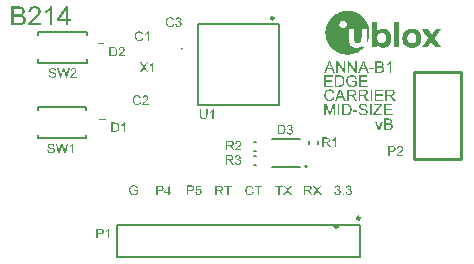
<source format=gto>
G04*
G04 #@! TF.GenerationSoftware,Altium Limited,Altium Designer,21.6.4 (81)*
G04*
G04 Layer_Color=65535*
%FSLAX44Y44*%
%MOMM*%
G71*
G04*
G04 #@! TF.SameCoordinates,816F8A91-06EC-47E4-87ED-5788FB9A99D2*
G04*
G04*
G04 #@! TF.FilePolarity,Positive*
G04*
G01*
G75*
%ADD10C,0.2540*%
%ADD11C,0.1270*%
%ADD12C,0.2000*%
%ADD13C,0.1016*%
G36*
X314405Y158967D02*
X310718D01*
Y160170D01*
X314405D01*
Y158967D01*
D02*
G37*
G36*
X300109Y156047D02*
X298779D01*
X293678Y163688D01*
Y156047D01*
X292439D01*
Y165785D01*
X293762D01*
X298870Y158137D01*
Y165785D01*
X300109D01*
Y156047D01*
D02*
G37*
G36*
X290287D02*
X288957D01*
X283856Y163688D01*
Y156047D01*
X282617D01*
Y165785D01*
X283940D01*
X289048Y158137D01*
Y165785D01*
X290287D01*
Y156047D01*
D02*
G37*
G36*
X328962D02*
X327766D01*
Y163660D01*
X327759Y163653D01*
X327745Y163639D01*
X327724Y163618D01*
X327689Y163590D01*
X327647Y163554D01*
X327590Y163505D01*
X327527Y163456D01*
X327464Y163400D01*
X327379Y163343D01*
X327295Y163273D01*
X327203Y163210D01*
X327105Y163132D01*
X326992Y163062D01*
X326880Y162985D01*
X326626Y162830D01*
X326619Y162823D01*
X326598Y162809D01*
X326556Y162787D01*
X326507Y162766D01*
X326451Y162731D01*
X326380Y162689D01*
X326296Y162647D01*
X326211Y162598D01*
X326014Y162499D01*
X325803Y162401D01*
X325585Y162302D01*
X325374Y162218D01*
Y163372D01*
X325388Y163379D01*
X325416Y163393D01*
X325472Y163421D01*
X325543Y163456D01*
X325627Y163498D01*
X325733Y163554D01*
X325845Y163618D01*
X325965Y163688D01*
X326099Y163773D01*
X326239Y163857D01*
X326535Y164054D01*
X326838Y164272D01*
X327126Y164511D01*
X327133Y164518D01*
X327161Y164539D01*
X327196Y164575D01*
X327245Y164624D01*
X327309Y164687D01*
X327379Y164758D01*
X327457Y164842D01*
X327541Y164926D01*
X327626Y165025D01*
X327717Y165131D01*
X327893Y165349D01*
X328055Y165581D01*
X328125Y165700D01*
X328188Y165820D01*
X328962D01*
Y156047D01*
D02*
G37*
G36*
X319654Y165778D02*
X319752D01*
X319858Y165771D01*
X319985Y165757D01*
X320111Y165750D01*
X320252Y165728D01*
X320400Y165714D01*
X320695Y165658D01*
X320991Y165581D01*
X321131Y165539D01*
X321258Y165482D01*
X321265D01*
X321286Y165468D01*
X321321Y165454D01*
X321371Y165426D01*
X321427Y165398D01*
X321490Y165356D01*
X321568Y165313D01*
X321645Y165257D01*
X321730Y165201D01*
X321814Y165131D01*
X321898Y165060D01*
X321990Y164976D01*
X322074Y164884D01*
X322159Y164793D01*
X322236Y164687D01*
X322313Y164575D01*
X322321Y164568D01*
X322327Y164547D01*
X322349Y164511D01*
X322377Y164469D01*
X322405Y164413D01*
X322433Y164342D01*
X322468Y164272D01*
X322510Y164188D01*
X322546Y164089D01*
X322581Y163991D01*
X322637Y163773D01*
X322686Y163533D01*
X322693Y163414D01*
X322700Y163287D01*
Y163280D01*
Y163259D01*
Y163224D01*
X322693Y163181D01*
Y163125D01*
X322679Y163062D01*
X322672Y162985D01*
X322658Y162907D01*
X322616Y162724D01*
X322553Y162527D01*
X322518Y162422D01*
X322468Y162323D01*
X322419Y162218D01*
X322356Y162112D01*
X322349Y162105D01*
X322342Y162091D01*
X322321Y162063D01*
X322292Y162021D01*
X322257Y161971D01*
X322215Y161922D01*
X322159Y161859D01*
X322102Y161796D01*
X322032Y161725D01*
X321962Y161655D01*
X321877Y161584D01*
X321786Y161507D01*
X321680Y161430D01*
X321575Y161359D01*
X321462Y161289D01*
X321335Y161226D01*
X321343D01*
X321378Y161211D01*
X321420Y161197D01*
X321483Y161176D01*
X321554Y161148D01*
X321638Y161113D01*
X321736Y161071D01*
X321835Y161014D01*
X321948Y160958D01*
X322060Y160895D01*
X322173Y160825D01*
X322285Y160740D01*
X322391Y160656D01*
X322503Y160557D01*
X322602Y160452D01*
X322693Y160339D01*
X322700Y160332D01*
X322715Y160311D01*
X322736Y160276D01*
X322771Y160226D01*
X322806Y160170D01*
X322848Y160100D01*
X322890Y160015D01*
X322933Y159924D01*
X322975Y159818D01*
X323024Y159706D01*
X323059Y159586D01*
X323094Y159453D01*
X323130Y159319D01*
X323151Y159171D01*
X323165Y159023D01*
X323172Y158869D01*
Y158862D01*
Y158840D01*
Y158798D01*
X323165Y158749D01*
Y158693D01*
X323158Y158622D01*
X323151Y158538D01*
X323137Y158454D01*
X323102Y158257D01*
X323045Y158038D01*
X322975Y157813D01*
X322876Y157588D01*
Y157581D01*
X322862Y157560D01*
X322848Y157532D01*
X322827Y157490D01*
X322799Y157440D01*
X322764Y157384D01*
X322679Y157257D01*
X322574Y157110D01*
X322454Y156962D01*
X322321Y156814D01*
X322166Y156687D01*
X322159D01*
X322145Y156673D01*
X322123Y156659D01*
X322088Y156638D01*
X322046Y156610D01*
X321997Y156582D01*
X321941Y156547D01*
X321877Y156512D01*
X321800Y156469D01*
X321722Y156434D01*
X321539Y156350D01*
X321335Y156279D01*
X321103Y156209D01*
X321096D01*
X321075Y156202D01*
X321040Y156195D01*
X320991Y156181D01*
X320927Y156174D01*
X320850Y156160D01*
X320766Y156146D01*
X320667Y156132D01*
X320561Y156111D01*
X320442Y156096D01*
X320308Y156082D01*
X320175Y156075D01*
X320027Y156061D01*
X319872Y156054D01*
X319703Y156047D01*
X315826D01*
Y165785D01*
X319576D01*
X319654Y165778D01*
D02*
G37*
G36*
X310317Y156047D02*
X308854D01*
X307728Y158995D01*
X303640D01*
X302578Y156047D01*
X301220D01*
X304956Y165785D01*
X306335D01*
X310317Y156047D01*
D02*
G37*
G36*
X281604D02*
X280141D01*
X279015Y158995D01*
X274927D01*
X273865Y156047D01*
X272507D01*
X276243Y165785D01*
X277622D01*
X281604Y156047D01*
D02*
G37*
G36*
X296084Y154093D02*
X296182D01*
X296288Y154079D01*
X296408Y154072D01*
X296541Y154058D01*
X296689Y154036D01*
X296837Y154015D01*
X297160Y153952D01*
X297322Y153917D01*
X297491Y153868D01*
X297653Y153818D01*
X297815Y153755D01*
X297822Y153748D01*
X297850Y153741D01*
X297899Y153720D01*
X297955Y153692D01*
X298026Y153657D01*
X298110Y153614D01*
X298202Y153565D01*
X298307Y153509D01*
X298413Y153438D01*
X298518Y153368D01*
X298743Y153206D01*
X298962Y153016D01*
X299067Y152911D01*
X299159Y152798D01*
X299166Y152791D01*
X299180Y152770D01*
X299208Y152735D01*
X299236Y152685D01*
X299278Y152629D01*
X299328Y152552D01*
X299377Y152467D01*
X299433Y152369D01*
X299489Y152263D01*
X299553Y152137D01*
X299616Y152010D01*
X299672Y151869D01*
X299736Y151715D01*
X299792Y151553D01*
X299848Y151384D01*
X299897Y151201D01*
X298736Y150884D01*
Y150891D01*
X298729Y150920D01*
X298715Y150955D01*
X298694Y151011D01*
X298673Y151067D01*
X298652Y151145D01*
X298617Y151222D01*
X298589Y151313D01*
X298504Y151496D01*
X298413Y151693D01*
X298307Y151883D01*
X298251Y151968D01*
X298188Y152052D01*
X298181Y152059D01*
X298174Y152073D01*
X298153Y152094D01*
X298131Y152123D01*
X298096Y152158D01*
X298054Y152200D01*
X298005Y152249D01*
X297948Y152299D01*
X297885Y152355D01*
X297822Y152411D01*
X297660Y152524D01*
X297470Y152636D01*
X297259Y152735D01*
X297252D01*
X297231Y152749D01*
X297196Y152756D01*
X297153Y152777D01*
X297097Y152798D01*
X297027Y152819D01*
X296949Y152840D01*
X296865Y152868D01*
X296773Y152890D01*
X296668Y152911D01*
X296555Y152932D01*
X296443Y152953D01*
X296189Y152981D01*
X295922Y152995D01*
X295838D01*
X295774Y152988D01*
X295697D01*
X295606Y152981D01*
X295507Y152974D01*
X295401Y152960D01*
X295282Y152946D01*
X295155Y152932D01*
X294902Y152882D01*
X294642Y152812D01*
X294388Y152721D01*
X294381D01*
X294360Y152707D01*
X294325Y152693D01*
X294283Y152671D01*
X294226Y152643D01*
X294163Y152615D01*
X294093Y152573D01*
X294023Y152531D01*
X293854Y152432D01*
X293685Y152306D01*
X293509Y152165D01*
X293354Y152010D01*
X293347Y152003D01*
X293340Y151989D01*
X293319Y151968D01*
X293291Y151933D01*
X293256Y151890D01*
X293220Y151848D01*
X293178Y151792D01*
X293129Y151729D01*
X293030Y151588D01*
X292925Y151426D01*
X292826Y151243D01*
X292735Y151053D01*
X292728Y151046D01*
X292721Y151011D01*
X292700Y150962D01*
X292679Y150898D01*
X292651Y150814D01*
X292622Y150716D01*
X292587Y150596D01*
X292552Y150469D01*
X292517Y150329D01*
X292482Y150181D01*
X292453Y150019D01*
X292425Y149843D01*
X292404Y149667D01*
X292383Y149477D01*
X292376Y149287D01*
X292369Y149090D01*
Y149083D01*
Y149076D01*
Y149034D01*
Y148964D01*
X292376Y148872D01*
X292383Y148759D01*
X292390Y148633D01*
X292404Y148485D01*
X292425Y148330D01*
X292446Y148161D01*
X292475Y147986D01*
X292517Y147803D01*
X292559Y147620D01*
X292608Y147437D01*
X292665Y147254D01*
X292735Y147078D01*
X292812Y146909D01*
X292819Y146902D01*
X292833Y146874D01*
X292862Y146825D01*
X292897Y146768D01*
X292946Y146691D01*
X293002Y146614D01*
X293066Y146522D01*
X293143Y146424D01*
X293235Y146318D01*
X293333Y146213D01*
X293438Y146100D01*
X293558Y145995D01*
X293685Y145889D01*
X293818Y145790D01*
X293966Y145699D01*
X294121Y145615D01*
X294128Y145608D01*
X294163Y145593D01*
X294205Y145572D01*
X294269Y145551D01*
X294346Y145516D01*
X294445Y145481D01*
X294550Y145446D01*
X294670Y145403D01*
X294804Y145361D01*
X294944Y145326D01*
X295092Y145291D01*
X295247Y145256D01*
X295416Y145235D01*
X295584Y145213D01*
X295760Y145199D01*
X295936Y145192D01*
X296021D01*
X296077Y145199D01*
X296154D01*
X296246Y145206D01*
X296344Y145220D01*
X296457Y145235D01*
X296576Y145249D01*
X296703Y145270D01*
X296978Y145326D01*
X297273Y145403D01*
X297421Y145453D01*
X297568Y145509D01*
X297576Y145516D01*
X297604Y145523D01*
X297646Y145544D01*
X297702Y145565D01*
X297766Y145593D01*
X297843Y145629D01*
X297927Y145671D01*
X298019Y145720D01*
X298216Y145819D01*
X298420Y145938D01*
X298617Y146065D01*
X298701Y146128D01*
X298786Y146199D01*
Y148014D01*
X295922D01*
Y149161D01*
X300045D01*
Y145544D01*
X300031Y145537D01*
X300003Y145509D01*
X299954Y145474D01*
X299883Y145417D01*
X299792Y145361D01*
X299693Y145284D01*
X299574Y145206D01*
X299447Y145122D01*
X299299Y145031D01*
X299152Y144939D01*
X298990Y144841D01*
X298814Y144749D01*
X298455Y144566D01*
X298272Y144489D01*
X298082Y144411D01*
X298068Y144404D01*
X298040Y144397D01*
X297984Y144376D01*
X297906Y144355D01*
X297815Y144327D01*
X297709Y144292D01*
X297583Y144257D01*
X297449Y144221D01*
X297294Y144186D01*
X297132Y144151D01*
X296964Y144123D01*
X296788Y144088D01*
X296408Y144046D01*
X296211Y144038D01*
X296014Y144031D01*
X295915D01*
X295873Y144038D01*
X295774D01*
X295648Y144053D01*
X295500Y144067D01*
X295331Y144081D01*
X295148Y144109D01*
X294951Y144144D01*
X294747Y144179D01*
X294529Y144228D01*
X294304Y144292D01*
X294079Y144362D01*
X293854Y144440D01*
X293629Y144538D01*
X293403Y144644D01*
X293389Y144651D01*
X293354Y144672D01*
X293291Y144707D01*
X293213Y144756D01*
X293115Y144819D01*
X293002Y144897D01*
X292876Y144988D01*
X292742Y145094D01*
X292601Y145213D01*
X292453Y145347D01*
X292306Y145488D01*
X292158Y145650D01*
X292017Y145826D01*
X291877Y146009D01*
X291750Y146206D01*
X291630Y146417D01*
X291623Y146431D01*
X291602Y146473D01*
X291574Y146536D01*
X291539Y146621D01*
X291497Y146733D01*
X291440Y146860D01*
X291391Y147015D01*
X291335Y147177D01*
X291278Y147367D01*
X291229Y147563D01*
X291180Y147774D01*
X291131Y148007D01*
X291096Y148246D01*
X291068Y148492D01*
X291046Y148745D01*
X291039Y149013D01*
Y149020D01*
Y149027D01*
Y149048D01*
Y149076D01*
Y149111D01*
X291046Y149153D01*
Y149252D01*
X291060Y149379D01*
X291068Y149526D01*
X291089Y149695D01*
X291117Y149878D01*
X291145Y150075D01*
X291187Y150286D01*
X291229Y150504D01*
X291286Y150730D01*
X291356Y150962D01*
X291433Y151201D01*
X291525Y151433D01*
X291630Y151665D01*
Y151672D01*
X291637Y151679D01*
X291658Y151722D01*
X291694Y151785D01*
X291743Y151869D01*
X291799Y151968D01*
X291877Y152087D01*
X291968Y152221D01*
X292066Y152362D01*
X292179Y152510D01*
X292306Y152657D01*
X292446Y152812D01*
X292601Y152960D01*
X292770Y153108D01*
X292946Y153248D01*
X293136Y153382D01*
X293340Y153502D01*
X293354Y153509D01*
X293389Y153530D01*
X293453Y153558D01*
X293537Y153593D01*
X293643Y153642D01*
X293769Y153692D01*
X293917Y153748D01*
X294079Y153804D01*
X294262Y153854D01*
X294459Y153910D01*
X294670Y153959D01*
X294895Y154008D01*
X295134Y154043D01*
X295380Y154072D01*
X295641Y154093D01*
X295908Y154100D01*
X296014D01*
X296084Y154093D01*
D02*
G37*
G36*
X309009Y152784D02*
X303260D01*
Y149801D01*
X308643D01*
Y148654D01*
X303260D01*
Y145340D01*
X309234D01*
Y144193D01*
X301973D01*
Y153931D01*
X309009D01*
Y152784D01*
D02*
G37*
G36*
X285172Y153924D02*
X285284D01*
X285404Y153917D01*
X285537D01*
X285819Y153896D01*
X286107Y153875D01*
X286248Y153854D01*
X286382Y153839D01*
X286508Y153818D01*
X286628Y153790D01*
X286635D01*
X286663Y153783D01*
X286705Y153769D01*
X286769Y153755D01*
X286839Y153727D01*
X286923Y153699D01*
X287015Y153671D01*
X287120Y153628D01*
X287339Y153537D01*
X287578Y153410D01*
X287817Y153270D01*
X287936Y153185D01*
X288049Y153094D01*
X288056Y153087D01*
X288084Y153066D01*
X288127Y153023D01*
X288176Y152974D01*
X288239Y152911D01*
X288316Y152833D01*
X288394Y152742D01*
X288485Y152643D01*
X288577Y152524D01*
X288668Y152397D01*
X288767Y152263D01*
X288865Y152116D01*
X288957Y151954D01*
X289041Y151792D01*
X289126Y151609D01*
X289203Y151426D01*
X289210Y151412D01*
X289217Y151377D01*
X289238Y151328D01*
X289266Y151250D01*
X289294Y151152D01*
X289323Y151039D01*
X289358Y150906D01*
X289400Y150758D01*
X289435Y150596D01*
X289470Y150413D01*
X289499Y150223D01*
X289527Y150019D01*
X289555Y149808D01*
X289576Y149583D01*
X289583Y149351D01*
X289590Y149111D01*
Y149097D01*
Y149062D01*
Y149006D01*
X289583Y148921D01*
Y148830D01*
X289576Y148717D01*
X289569Y148591D01*
X289555Y148450D01*
X289541Y148302D01*
X289527Y148140D01*
X289477Y147810D01*
X289414Y147472D01*
X289330Y147141D01*
Y147134D01*
X289316Y147106D01*
X289301Y147057D01*
X289280Y147001D01*
X289259Y146930D01*
X289224Y146846D01*
X289189Y146747D01*
X289147Y146649D01*
X289055Y146424D01*
X288936Y146184D01*
X288809Y145952D01*
X288661Y145727D01*
X288654Y145720D01*
X288640Y145706D01*
X288619Y145671D01*
X288591Y145636D01*
X288556Y145586D01*
X288506Y145530D01*
X288401Y145403D01*
X288267Y145263D01*
X288120Y145115D01*
X287951Y144974D01*
X287775Y144841D01*
X287768D01*
X287754Y144826D01*
X287726Y144812D01*
X287690Y144791D01*
X287641Y144763D01*
X287585Y144735D01*
X287521Y144700D01*
X287451Y144665D01*
X287367Y144622D01*
X287282Y144580D01*
X287184Y144545D01*
X287085Y144503D01*
X286860Y144425D01*
X286614Y144355D01*
X286607D01*
X286586Y144348D01*
X286543Y144341D01*
X286494Y144327D01*
X286431Y144320D01*
X286353Y144306D01*
X286262Y144292D01*
X286164Y144278D01*
X286051Y144257D01*
X285931Y144243D01*
X285805Y144228D01*
X285664Y144221D01*
X285523Y144207D01*
X285368Y144200D01*
X285052Y144193D01*
X281541D01*
Y153931D01*
X285080D01*
X285172Y153924D01*
D02*
G37*
G36*
X279536Y152784D02*
X273787D01*
Y149801D01*
X279170D01*
Y148654D01*
X273787D01*
Y145340D01*
X279761D01*
Y144193D01*
X272500D01*
Y153931D01*
X279536D01*
Y152784D01*
D02*
G37*
G36*
X277235Y142077D02*
X277341Y142070D01*
X277467Y142063D01*
X277608Y142042D01*
X277770Y142021D01*
X277953Y141993D01*
X278143Y141950D01*
X278340Y141901D01*
X278544Y141845D01*
X278748Y141767D01*
X278952Y141683D01*
X279163Y141584D01*
X279360Y141472D01*
X279550Y141338D01*
X279564Y141331D01*
X279592Y141303D01*
X279648Y141261D01*
X279712Y141198D01*
X279796Y141127D01*
X279888Y141029D01*
X279986Y140923D01*
X280099Y140796D01*
X280211Y140656D01*
X280331Y140501D01*
X280443Y140325D01*
X280556Y140142D01*
X280669Y139938D01*
X280767Y139720D01*
X280866Y139488D01*
X280943Y139242D01*
X279676Y138946D01*
X279669Y138960D01*
X279662Y138995D01*
X279641Y139045D01*
X279613Y139122D01*
X279578Y139206D01*
X279536Y139305D01*
X279480Y139417D01*
X279423Y139537D01*
X279360Y139664D01*
X279282Y139790D01*
X279205Y139917D01*
X279114Y140051D01*
X279015Y140170D01*
X278917Y140290D01*
X278804Y140395D01*
X278685Y140494D01*
X278677Y140501D01*
X278656Y140515D01*
X278621Y140536D01*
X278572Y140571D01*
X278509Y140606D01*
X278431Y140649D01*
X278340Y140691D01*
X278241Y140740D01*
X278129Y140782D01*
X278009Y140825D01*
X277875Y140867D01*
X277735Y140902D01*
X277580Y140937D01*
X277418Y140958D01*
X277249Y140972D01*
X277066Y140979D01*
X276961D01*
X276883Y140972D01*
X276785Y140965D01*
X276672Y140951D01*
X276546Y140937D01*
X276412Y140909D01*
X276264Y140881D01*
X276116Y140846D01*
X275962Y140803D01*
X275800Y140754D01*
X275645Y140691D01*
X275490Y140613D01*
X275335Y140536D01*
X275188Y140438D01*
X275181Y140431D01*
X275152Y140416D01*
X275117Y140381D01*
X275068Y140339D01*
X275005Y140283D01*
X274934Y140219D01*
X274857Y140142D01*
X274773Y140058D01*
X274688Y139959D01*
X274597Y139854D01*
X274512Y139734D01*
X274428Y139600D01*
X274343Y139467D01*
X274266Y139319D01*
X274196Y139164D01*
X274132Y138995D01*
Y138988D01*
X274118Y138953D01*
X274104Y138904D01*
X274083Y138841D01*
X274062Y138756D01*
X274034Y138658D01*
X274013Y138545D01*
X273985Y138418D01*
X273956Y138285D01*
X273928Y138137D01*
X273900Y137982D01*
X273879Y137820D01*
X273844Y137483D01*
X273837Y137307D01*
X273830Y137124D01*
Y137110D01*
Y137067D01*
Y137004D01*
X273837Y136913D01*
X273844Y136807D01*
X273851Y136680D01*
X273858Y136540D01*
X273872Y136392D01*
X273893Y136223D01*
X273914Y136047D01*
X273985Y135688D01*
X274020Y135499D01*
X274069Y135316D01*
X274125Y135133D01*
X274189Y134957D01*
X274196Y134950D01*
X274203Y134915D01*
X274224Y134872D01*
X274259Y134809D01*
X274294Y134732D01*
X274343Y134640D01*
X274400Y134542D01*
X274463Y134436D01*
X274540Y134331D01*
X274625Y134218D01*
X274716Y134098D01*
X274815Y133986D01*
X274927Y133873D01*
X275047Y133768D01*
X275174Y133669D01*
X275314Y133578D01*
X275321Y133571D01*
X275350Y133557D01*
X275392Y133535D01*
X275448Y133507D01*
X275518Y133472D01*
X275603Y133430D01*
X275701Y133395D01*
X275807Y133352D01*
X275926Y133303D01*
X276053Y133268D01*
X276194Y133226D01*
X276334Y133191D01*
X276489Y133163D01*
X276644Y133141D01*
X276806Y133127D01*
X276968Y133120D01*
X277017D01*
X277073Y133127D01*
X277151D01*
X277242Y133141D01*
X277348Y133155D01*
X277474Y133170D01*
X277601Y133198D01*
X277742Y133233D01*
X277889Y133275D01*
X278044Y133324D01*
X278199Y133381D01*
X278354Y133451D01*
X278509Y133535D01*
X278656Y133634D01*
X278804Y133740D01*
X278811Y133747D01*
X278839Y133768D01*
X278874Y133803D01*
X278924Y133859D01*
X278987Y133922D01*
X279057Y134000D01*
X279135Y134098D01*
X279212Y134204D01*
X279297Y134331D01*
X279381Y134464D01*
X279473Y134619D01*
X279550Y134788D01*
X279634Y134964D01*
X279705Y135161D01*
X279768Y135365D01*
X279824Y135590D01*
X281112Y135266D01*
Y135259D01*
X281105Y135245D01*
X281098Y135224D01*
X281091Y135196D01*
X281084Y135161D01*
X281070Y135112D01*
X281034Y135006D01*
X280985Y134872D01*
X280929Y134725D01*
X280858Y134556D01*
X280774Y134373D01*
X280683Y134176D01*
X280577Y133979D01*
X280457Y133782D01*
X280324Y133578D01*
X280176Y133381D01*
X280014Y133191D01*
X279838Y133015D01*
X279648Y132846D01*
X279634Y132839D01*
X279599Y132811D01*
X279543Y132769D01*
X279458Y132719D01*
X279360Y132656D01*
X279233Y132586D01*
X279093Y132508D01*
X278931Y132431D01*
X278755Y132353D01*
X278558Y132276D01*
X278347Y132206D01*
X278122Y132142D01*
X277875Y132093D01*
X277622Y132051D01*
X277355Y132023D01*
X277073Y132016D01*
X276968D01*
X276919Y132023D01*
X276813D01*
X276679Y132037D01*
X276525Y132051D01*
X276349Y132072D01*
X276166Y132093D01*
X275962Y132128D01*
X275758Y132170D01*
X275539Y132227D01*
X275328Y132283D01*
X275117Y132360D01*
X274906Y132445D01*
X274702Y132543D01*
X274512Y132656D01*
X274498Y132663D01*
X274470Y132684D01*
X274421Y132726D01*
X274350Y132776D01*
X274266Y132839D01*
X274174Y132923D01*
X274069Y133015D01*
X273956Y133127D01*
X273837Y133254D01*
X273717Y133388D01*
X273591Y133542D01*
X273464Y133704D01*
X273344Y133887D01*
X273225Y134077D01*
X273112Y134288D01*
X273014Y134506D01*
Y134513D01*
X273007Y134521D01*
X272992Y134563D01*
X272964Y134626D01*
X272936Y134718D01*
X272894Y134830D01*
X272852Y134964D01*
X272803Y135119D01*
X272760Y135287D01*
X272711Y135477D01*
X272662Y135681D01*
X272620Y135892D01*
X272577Y136125D01*
X272549Y136357D01*
X272521Y136603D01*
X272507Y136856D01*
X272500Y137117D01*
Y137124D01*
Y137138D01*
Y137159D01*
Y137187D01*
Y137222D01*
X272507Y137264D01*
Y137370D01*
X272521Y137504D01*
X272528Y137658D01*
X272549Y137834D01*
X272570Y138024D01*
X272605Y138221D01*
X272641Y138432D01*
X272690Y138658D01*
X272746Y138883D01*
X272810Y139108D01*
X272887Y139333D01*
X272978Y139551D01*
X273077Y139769D01*
X273084Y139783D01*
X273105Y139818D01*
X273140Y139875D01*
X273183Y139959D01*
X273246Y140051D01*
X273316Y140156D01*
X273408Y140283D01*
X273506Y140409D01*
X273612Y140543D01*
X273738Y140691D01*
X273872Y140832D01*
X274020Y140972D01*
X274181Y141113D01*
X274350Y141247D01*
X274533Y141373D01*
X274730Y141493D01*
X274744Y141500D01*
X274780Y141521D01*
X274836Y141549D01*
X274920Y141584D01*
X275019Y141634D01*
X275138Y141683D01*
X275279Y141732D01*
X275427Y141789D01*
X275596Y141845D01*
X275779Y141894D01*
X275976Y141950D01*
X276180Y141993D01*
X276398Y142028D01*
X276623Y142056D01*
X276855Y142077D01*
X277094Y142084D01*
X277193D01*
X277235Y142077D01*
D02*
G37*
G36*
X328801Y141908D02*
X328913D01*
X329040Y141901D01*
X329173Y141894D01*
X329328Y141880D01*
X329483Y141866D01*
X329645Y141852D01*
X329975Y141803D01*
X330130Y141774D01*
X330285Y141739D01*
X330433Y141697D01*
X330566Y141648D01*
X330574D01*
X330595Y141634D01*
X330630Y141620D01*
X330679Y141599D01*
X330735Y141570D01*
X330799Y141528D01*
X330876Y141486D01*
X330953Y141437D01*
X331038Y141373D01*
X331129Y141310D01*
X331221Y141233D01*
X331312Y141148D01*
X331397Y141050D01*
X331488Y140951D01*
X331573Y140839D01*
X331650Y140719D01*
X331657Y140712D01*
X331671Y140691D01*
X331685Y140656D01*
X331713Y140606D01*
X331741Y140543D01*
X331777Y140466D01*
X331819Y140381D01*
X331854Y140290D01*
X331889Y140184D01*
X331931Y140072D01*
X331967Y139952D01*
X331995Y139825D01*
X332023Y139692D01*
X332044Y139551D01*
X332051Y139403D01*
X332058Y139256D01*
Y139242D01*
Y139213D01*
X332051Y139157D01*
Y139080D01*
X332037Y138995D01*
X332023Y138890D01*
X332002Y138777D01*
X331974Y138651D01*
X331938Y138517D01*
X331896Y138376D01*
X331840Y138228D01*
X331777Y138081D01*
X331699Y137933D01*
X331608Y137792D01*
X331502Y137644D01*
X331383Y137511D01*
X331376Y137504D01*
X331354Y137483D01*
X331312Y137447D01*
X331256Y137398D01*
X331186Y137342D01*
X331094Y137278D01*
X330996Y137208D01*
X330876Y137131D01*
X330735Y137053D01*
X330588Y136976D01*
X330412Y136906D01*
X330229Y136828D01*
X330025Y136765D01*
X329807Y136702D01*
X329567Y136652D01*
X329314Y136610D01*
X329321D01*
X329335Y136596D01*
X329363Y136589D01*
X329398Y136568D01*
X329441Y136547D01*
X329490Y136519D01*
X329603Y136455D01*
X329729Y136385D01*
X329856Y136300D01*
X329975Y136216D01*
X330088Y136125D01*
X330095Y136118D01*
X330116Y136103D01*
X330144Y136068D01*
X330187Y136033D01*
X330236Y135977D01*
X330292Y135921D01*
X330362Y135850D01*
X330433Y135766D01*
X330510Y135674D01*
X330595Y135576D01*
X330686Y135470D01*
X330778Y135358D01*
X330869Y135231D01*
X330967Y135105D01*
X331157Y134823D01*
X332839Y132178D01*
X331228D01*
X329940Y134204D01*
X329933Y134211D01*
X329912Y134239D01*
X329884Y134288D01*
X329849Y134345D01*
X329799Y134422D01*
X329743Y134506D01*
X329680Y134598D01*
X329617Y134696D01*
X329469Y134915D01*
X329314Y135140D01*
X329159Y135351D01*
X329082Y135449D01*
X329011Y135541D01*
X329005Y135548D01*
X328997Y135562D01*
X328976Y135583D01*
X328948Y135618D01*
X328878Y135702D01*
X328793Y135801D01*
X328688Y135906D01*
X328582Y136019D01*
X328470Y136118D01*
X328357Y136195D01*
X328343Y136202D01*
X328308Y136223D01*
X328252Y136258D01*
X328174Y136293D01*
X328090Y136336D01*
X327991Y136385D01*
X327886Y136420D01*
X327773Y136455D01*
X327766D01*
X327731Y136462D01*
X327675Y136469D01*
X327604Y136483D01*
X327506Y136490D01*
X327379Y136497D01*
X327231Y136505D01*
X325564D01*
Y132178D01*
X324276D01*
Y141915D01*
X328716D01*
X328801Y141908D01*
D02*
G37*
G36*
X322250Y140768D02*
X316502D01*
Y137785D01*
X321884D01*
Y136638D01*
X316502D01*
Y133324D01*
X322475D01*
Y132178D01*
X315214D01*
Y141915D01*
X322250D01*
Y140768D01*
D02*
G37*
G36*
X312914Y132178D02*
X311626D01*
Y141915D01*
X312914D01*
Y132178D01*
D02*
G37*
G36*
X306131Y141908D02*
X306244D01*
X306370Y141901D01*
X306504Y141894D01*
X306659Y141880D01*
X306814Y141866D01*
X306975Y141852D01*
X307306Y141803D01*
X307461Y141774D01*
X307616Y141739D01*
X307763Y141697D01*
X307897Y141648D01*
X307904D01*
X307925Y141634D01*
X307960Y141620D01*
X308010Y141599D01*
X308066Y141570D01*
X308129Y141528D01*
X308207Y141486D01*
X308284Y141437D01*
X308368Y141373D01*
X308460Y141310D01*
X308551Y141233D01*
X308643Y141148D01*
X308727Y141050D01*
X308819Y140951D01*
X308903Y140839D01*
X308981Y140719D01*
X308988Y140712D01*
X309002Y140691D01*
X309016Y140656D01*
X309044Y140606D01*
X309072Y140543D01*
X309107Y140466D01*
X309149Y140381D01*
X309185Y140290D01*
X309220Y140184D01*
X309262Y140072D01*
X309297Y139952D01*
X309325Y139825D01*
X309354Y139692D01*
X309375Y139551D01*
X309382Y139403D01*
X309389Y139256D01*
Y139242D01*
Y139213D01*
X309382Y139157D01*
Y139080D01*
X309368Y138995D01*
X309354Y138890D01*
X309332Y138777D01*
X309304Y138651D01*
X309269Y138517D01*
X309227Y138376D01*
X309171Y138228D01*
X309107Y138081D01*
X309030Y137933D01*
X308938Y137792D01*
X308833Y137644D01*
X308713Y137511D01*
X308706Y137504D01*
X308685Y137483D01*
X308643Y137447D01*
X308587Y137398D01*
X308516Y137342D01*
X308425Y137278D01*
X308326Y137208D01*
X308207Y137131D01*
X308066Y137053D01*
X307918Y136976D01*
X307742Y136906D01*
X307559Y136828D01*
X307355Y136765D01*
X307137Y136702D01*
X306898Y136652D01*
X306645Y136610D01*
X306652D01*
X306666Y136596D01*
X306694Y136589D01*
X306729Y136568D01*
X306771Y136547D01*
X306821Y136519D01*
X306933Y136455D01*
X307060Y136385D01*
X307187Y136300D01*
X307306Y136216D01*
X307419Y136125D01*
X307426Y136118D01*
X307447Y136103D01*
X307475Y136068D01*
X307517Y136033D01*
X307566Y135977D01*
X307623Y135921D01*
X307693Y135850D01*
X307763Y135766D01*
X307841Y135674D01*
X307925Y135576D01*
X308017Y135470D01*
X308108Y135358D01*
X308200Y135231D01*
X308298Y135105D01*
X308488Y134823D01*
X310170Y132178D01*
X308559D01*
X307271Y134204D01*
X307264Y134211D01*
X307243Y134239D01*
X307215Y134288D01*
X307179Y134345D01*
X307130Y134422D01*
X307074Y134506D01*
X307011Y134598D01*
X306947Y134696D01*
X306800Y134915D01*
X306645Y135140D01*
X306490Y135351D01*
X306413Y135449D01*
X306342Y135541D01*
X306335Y135548D01*
X306328Y135562D01*
X306307Y135583D01*
X306279Y135618D01*
X306208Y135702D01*
X306124Y135801D01*
X306019Y135906D01*
X305913Y136019D01*
X305800Y136118D01*
X305688Y136195D01*
X305674Y136202D01*
X305639Y136223D01*
X305582Y136258D01*
X305505Y136293D01*
X305420Y136336D01*
X305322Y136385D01*
X305217Y136420D01*
X305104Y136455D01*
X305097D01*
X305062Y136462D01*
X305005Y136469D01*
X304935Y136483D01*
X304837Y136490D01*
X304710Y136497D01*
X304562Y136505D01*
X302895D01*
Y132178D01*
X301607D01*
Y141915D01*
X306047D01*
X306131Y141908D01*
D02*
G37*
G36*
X296309D02*
X296422D01*
X296548Y141901D01*
X296682Y141894D01*
X296837Y141880D01*
X296992Y141866D01*
X297153Y141852D01*
X297484Y141803D01*
X297639Y141774D01*
X297794Y141739D01*
X297941Y141697D01*
X298075Y141648D01*
X298082D01*
X298103Y141634D01*
X298138Y141620D01*
X298188Y141599D01*
X298244Y141570D01*
X298307Y141528D01*
X298385Y141486D01*
X298462Y141437D01*
X298547Y141373D01*
X298638Y141310D01*
X298729Y141233D01*
X298821Y141148D01*
X298905Y141050D01*
X298997Y140951D01*
X299081Y140839D01*
X299159Y140719D01*
X299166Y140712D01*
X299180Y140691D01*
X299194Y140656D01*
X299222Y140606D01*
X299250Y140543D01*
X299285Y140466D01*
X299328Y140381D01*
X299363Y140290D01*
X299398Y140184D01*
X299440Y140072D01*
X299475Y139952D01*
X299503Y139825D01*
X299531Y139692D01*
X299553Y139551D01*
X299560Y139403D01*
X299567Y139256D01*
Y139242D01*
Y139213D01*
X299560Y139157D01*
Y139080D01*
X299546Y138995D01*
X299531Y138890D01*
X299510Y138777D01*
X299482Y138651D01*
X299447Y138517D01*
X299405Y138376D01*
X299349Y138228D01*
X299285Y138081D01*
X299208Y137933D01*
X299116Y137792D01*
X299011Y137644D01*
X298891Y137511D01*
X298884Y137504D01*
X298863Y137483D01*
X298821Y137447D01*
X298765Y137398D01*
X298694Y137342D01*
X298603Y137278D01*
X298504Y137208D01*
X298385Y137131D01*
X298244Y137053D01*
X298096Y136976D01*
X297920Y136906D01*
X297737Y136828D01*
X297533Y136765D01*
X297315Y136702D01*
X297076Y136652D01*
X296823Y136610D01*
X296830D01*
X296844Y136596D01*
X296872Y136589D01*
X296907Y136568D01*
X296949Y136547D01*
X296999Y136519D01*
X297111Y136455D01*
X297238Y136385D01*
X297365Y136300D01*
X297484Y136216D01*
X297597Y136125D01*
X297604Y136118D01*
X297625Y136103D01*
X297653Y136068D01*
X297695Y136033D01*
X297744Y135977D01*
X297801Y135921D01*
X297871Y135850D01*
X297941Y135766D01*
X298019Y135674D01*
X298103Y135576D01*
X298195Y135470D01*
X298286Y135358D01*
X298378Y135231D01*
X298476Y135105D01*
X298666Y134823D01*
X300348Y132178D01*
X298736D01*
X297449Y134204D01*
X297442Y134211D01*
X297421Y134239D01*
X297393Y134288D01*
X297358Y134345D01*
X297308Y134422D01*
X297252Y134506D01*
X297189Y134598D01*
X297125Y134696D01*
X296978Y134915D01*
X296823Y135140D01*
X296668Y135351D01*
X296591Y135449D01*
X296520Y135541D01*
X296513Y135548D01*
X296506Y135562D01*
X296485Y135583D01*
X296457Y135618D01*
X296387Y135702D01*
X296302Y135801D01*
X296197Y135906D01*
X296091Y136019D01*
X295979Y136118D01*
X295866Y136195D01*
X295852Y136202D01*
X295817Y136223D01*
X295760Y136258D01*
X295683Y136293D01*
X295599Y136336D01*
X295500Y136385D01*
X295394Y136420D01*
X295282Y136455D01*
X295275D01*
X295240Y136462D01*
X295183Y136469D01*
X295113Y136483D01*
X295014Y136490D01*
X294888Y136497D01*
X294740Y136505D01*
X293073D01*
Y132178D01*
X291785D01*
Y141915D01*
X296225D01*
X296309Y141908D01*
D02*
G37*
G36*
X290737Y132178D02*
X289273D01*
X288148Y135126D01*
X284060D01*
X282997Y132178D01*
X281639D01*
X285375Y141915D01*
X286754D01*
X290737Y132178D01*
D02*
G37*
G36*
X305540Y130061D02*
X305632D01*
X305744Y130047D01*
X305864Y130040D01*
X306005Y130026D01*
X306145Y130005D01*
X306300Y129984D01*
X306617Y129921D01*
X306785Y129878D01*
X306947Y129836D01*
X307109Y129780D01*
X307264Y129716D01*
X307271Y129709D01*
X307299Y129702D01*
X307341Y129681D01*
X307398Y129653D01*
X307468Y129618D01*
X307545Y129569D01*
X307637Y129519D01*
X307728Y129456D01*
X307834Y129393D01*
X307932Y129315D01*
X308038Y129231D01*
X308143Y129139D01*
X308249Y129041D01*
X308347Y128928D01*
X308446Y128816D01*
X308530Y128689D01*
X308537Y128682D01*
X308551Y128661D01*
X308573Y128619D01*
X308601Y128570D01*
X308636Y128506D01*
X308678Y128429D01*
X308713Y128344D01*
X308762Y128246D01*
X308805Y128140D01*
X308847Y128021D01*
X308889Y127894D01*
X308924Y127760D01*
X308960Y127620D01*
X308988Y127472D01*
X309002Y127317D01*
X309016Y127162D01*
X307778Y127071D01*
Y127085D01*
X307771Y127113D01*
X307763Y127162D01*
X307749Y127226D01*
X307735Y127296D01*
X307714Y127388D01*
X307686Y127486D01*
X307651Y127592D01*
X307616Y127704D01*
X307566Y127817D01*
X307510Y127929D01*
X307447Y128049D01*
X307376Y128161D01*
X307292Y128267D01*
X307201Y128373D01*
X307102Y128464D01*
X307095Y128471D01*
X307074Y128485D01*
X307046Y128506D01*
X306996Y128541D01*
X306933Y128577D01*
X306863Y128612D01*
X306778Y128654D01*
X306680Y128703D01*
X306567Y128745D01*
X306441Y128788D01*
X306300Y128823D01*
X306152Y128865D01*
X305983Y128893D01*
X305807Y128914D01*
X305618Y128928D01*
X305413Y128935D01*
X305301D01*
X305224Y128928D01*
X305125Y128921D01*
X305019Y128914D01*
X304893Y128900D01*
X304766Y128879D01*
X304485Y128830D01*
X304344Y128795D01*
X304203Y128752D01*
X304070Y128703D01*
X303936Y128647D01*
X303816Y128584D01*
X303711Y128506D01*
X303704Y128499D01*
X303690Y128485D01*
X303661Y128464D01*
X303626Y128429D01*
X303591Y128387D01*
X303542Y128337D01*
X303500Y128281D01*
X303451Y128218D01*
X303401Y128147D01*
X303352Y128063D01*
X303267Y127887D01*
X303232Y127796D01*
X303204Y127690D01*
X303190Y127585D01*
X303183Y127472D01*
Y127465D01*
Y127451D01*
Y127423D01*
X303190Y127388D01*
X303197Y127338D01*
X303204Y127289D01*
X303232Y127170D01*
X303275Y127029D01*
X303338Y126888D01*
X303380Y126811D01*
X303436Y126740D01*
X303493Y126670D01*
X303556Y126607D01*
X303563Y126600D01*
X303577Y126593D01*
X303598Y126571D01*
X303640Y126550D01*
X303690Y126515D01*
X303760Y126480D01*
X303837Y126438D01*
X303936Y126389D01*
X304056Y126339D01*
X304189Y126283D01*
X304351Y126227D01*
X304527Y126163D01*
X304731Y126100D01*
X304956Y126037D01*
X305209Y125973D01*
X305491Y125903D01*
X305498D01*
X305512Y125896D01*
X305533D01*
X305561Y125889D01*
X305596Y125882D01*
X305639Y125868D01*
X305744Y125847D01*
X305871Y125812D01*
X306019Y125776D01*
X306180Y125741D01*
X306349Y125692D01*
X306708Y125601D01*
X306884Y125551D01*
X307060Y125495D01*
X307229Y125446D01*
X307383Y125389D01*
X307524Y125340D01*
X307644Y125291D01*
X307651Y125284D01*
X307679Y125270D01*
X307728Y125249D01*
X307785Y125221D01*
X307855Y125178D01*
X307932Y125136D01*
X308024Y125080D01*
X308122Y125016D01*
X308221Y124953D01*
X308326Y124876D01*
X308537Y124707D01*
X308734Y124510D01*
X308819Y124404D01*
X308903Y124292D01*
X308910Y124285D01*
X308924Y124264D01*
X308938Y124228D01*
X308967Y124186D01*
X308995Y124130D01*
X309030Y124060D01*
X309072Y123982D01*
X309107Y123898D01*
X309142Y123799D01*
X309185Y123694D01*
X309220Y123581D01*
X309248Y123455D01*
X309276Y123328D01*
X309297Y123194D01*
X309304Y123061D01*
X309311Y122913D01*
Y122906D01*
Y122878D01*
Y122835D01*
X309304Y122779D01*
X309297Y122709D01*
X309290Y122631D01*
X309276Y122540D01*
X309255Y122434D01*
X309234Y122329D01*
X309199Y122209D01*
X309163Y122090D01*
X309121Y121963D01*
X309072Y121836D01*
X309009Y121703D01*
X308938Y121576D01*
X308861Y121442D01*
X308854Y121435D01*
X308840Y121414D01*
X308812Y121379D01*
X308777Y121330D01*
X308734Y121273D01*
X308678Y121203D01*
X308615Y121133D01*
X308537Y121055D01*
X308453Y120971D01*
X308354Y120886D01*
X308249Y120795D01*
X308136Y120704D01*
X308017Y120619D01*
X307883Y120535D01*
X307742Y120457D01*
X307588Y120380D01*
X307581Y120373D01*
X307552Y120366D01*
X307503Y120345D01*
X307440Y120324D01*
X307362Y120295D01*
X307271Y120260D01*
X307165Y120225D01*
X307046Y120190D01*
X306912Y120155D01*
X306764Y120120D01*
X306609Y120091D01*
X306448Y120056D01*
X306279Y120035D01*
X306096Y120014D01*
X305906Y120007D01*
X305716Y120000D01*
X305589D01*
X305498Y120007D01*
X305385Y120014D01*
X305252Y120021D01*
X305104Y120035D01*
X304942Y120049D01*
X304773Y120070D01*
X304597Y120091D01*
X304224Y120162D01*
X304034Y120204D01*
X303852Y120253D01*
X303669Y120317D01*
X303500Y120380D01*
X303493Y120387D01*
X303458Y120401D01*
X303415Y120422D01*
X303352Y120450D01*
X303275Y120492D01*
X303190Y120542D01*
X303092Y120605D01*
X302993Y120668D01*
X302881Y120746D01*
X302768Y120830D01*
X302648Y120929D01*
X302536Y121034D01*
X302416Y121147D01*
X302304Y121266D01*
X302198Y121400D01*
X302100Y121541D01*
X302093Y121548D01*
X302078Y121576D01*
X302050Y121618D01*
X302022Y121674D01*
X301980Y121752D01*
X301938Y121836D01*
X301889Y121935D01*
X301846Y122047D01*
X301797Y122174D01*
X301748Y122308D01*
X301706Y122456D01*
X301663Y122603D01*
X301628Y122765D01*
X301600Y122934D01*
X301579Y123110D01*
X301572Y123293D01*
X302789Y123398D01*
Y123391D01*
X302796Y123363D01*
Y123328D01*
X302810Y123279D01*
X302817Y123215D01*
X302831Y123138D01*
X302852Y123061D01*
X302873Y122969D01*
X302923Y122779D01*
X302993Y122575D01*
X303078Y122378D01*
X303183Y122188D01*
X303190Y122181D01*
X303197Y122167D01*
X303218Y122146D01*
X303246Y122111D01*
X303275Y122069D01*
X303317Y122026D01*
X303366Y121977D01*
X303422Y121921D01*
X303486Y121865D01*
X303563Y121801D01*
X303640Y121738D01*
X303732Y121674D01*
X303823Y121611D01*
X303929Y121548D01*
X304042Y121492D01*
X304161Y121435D01*
X304168D01*
X304189Y121421D01*
X304231Y121407D01*
X304281Y121393D01*
X304344Y121372D01*
X304414Y121344D01*
X304506Y121316D01*
X304597Y121295D01*
X304703Y121266D01*
X304823Y121238D01*
X304942Y121217D01*
X305076Y121189D01*
X305357Y121161D01*
X305660Y121147D01*
X305730D01*
X305786Y121154D01*
X305850D01*
X305920Y121161D01*
X306005Y121168D01*
X306096Y121175D01*
X306300Y121203D01*
X306518Y121238D01*
X306736Y121295D01*
X306954Y121365D01*
X306961D01*
X306982Y121372D01*
X307011Y121386D01*
X307046Y121407D01*
X307095Y121428D01*
X307144Y121456D01*
X307271Y121520D01*
X307405Y121604D01*
X307545Y121710D01*
X307679Y121829D01*
X307792Y121963D01*
Y121970D01*
X307806Y121984D01*
X307820Y122005D01*
X307834Y122033D01*
X307855Y122069D01*
X307883Y122111D01*
X307932Y122216D01*
X307981Y122336D01*
X308031Y122477D01*
X308059Y122638D01*
X308073Y122800D01*
Y122807D01*
Y122821D01*
Y122843D01*
X308066Y122878D01*
Y122920D01*
X308059Y122962D01*
X308038Y123075D01*
X308010Y123194D01*
X307960Y123328D01*
X307890Y123462D01*
X307799Y123595D01*
Y123602D01*
X307785Y123609D01*
X307749Y123652D01*
X307679Y123715D01*
X307637Y123757D01*
X307588Y123799D01*
X307531Y123841D01*
X307468Y123891D01*
X307398Y123940D01*
X307313Y123989D01*
X307229Y124038D01*
X307130Y124088D01*
X307032Y124130D01*
X306919Y124179D01*
X306912D01*
X306898Y124186D01*
X306877Y124193D01*
X306835Y124207D01*
X306785Y124221D01*
X306729Y124243D01*
X306652Y124264D01*
X306560Y124292D01*
X306448Y124327D01*
X306328Y124362D01*
X306187Y124397D01*
X306026Y124440D01*
X305850Y124489D01*
X305646Y124538D01*
X305427Y124594D01*
X305188Y124651D01*
X305181D01*
X305174Y124658D01*
X305153D01*
X305132Y124665D01*
X305062Y124686D01*
X304970Y124707D01*
X304865Y124735D01*
X304738Y124770D01*
X304597Y124805D01*
X304457Y124848D01*
X304147Y124939D01*
X303837Y125045D01*
X303690Y125101D01*
X303549Y125157D01*
X303429Y125206D01*
X303317Y125263D01*
X303310Y125270D01*
X303289Y125277D01*
X303253Y125298D01*
X303204Y125326D01*
X303148Y125361D01*
X303078Y125410D01*
X303007Y125460D01*
X302923Y125516D01*
X302754Y125643D01*
X302585Y125798D01*
X302416Y125973D01*
X302346Y126072D01*
X302276Y126170D01*
X302269Y126177D01*
X302261Y126199D01*
X302247Y126227D01*
X302226Y126269D01*
X302198Y126318D01*
X302170Y126374D01*
X302142Y126445D01*
X302107Y126522D01*
X302078Y126614D01*
X302043Y126705D01*
X301994Y126909D01*
X301952Y127134D01*
X301945Y127254D01*
X301938Y127381D01*
Y127388D01*
Y127416D01*
Y127451D01*
X301945Y127507D01*
X301952Y127570D01*
X301959Y127648D01*
X301973Y127732D01*
X301987Y127831D01*
X302015Y127936D01*
X302036Y128042D01*
X302071Y128154D01*
X302114Y128274D01*
X302163Y128394D01*
X302219Y128513D01*
X302283Y128640D01*
X302353Y128760D01*
X302360Y128767D01*
X302374Y128788D01*
X302395Y128823D01*
X302430Y128865D01*
X302472Y128921D01*
X302529Y128978D01*
X302592Y129048D01*
X302663Y129118D01*
X302740Y129196D01*
X302831Y129280D01*
X302930Y129358D01*
X303042Y129442D01*
X303162Y129519D01*
X303289Y129597D01*
X303422Y129667D01*
X303570Y129731D01*
X303577Y129738D01*
X303605Y129745D01*
X303647Y129759D01*
X303711Y129787D01*
X303788Y129808D01*
X303873Y129836D01*
X303978Y129871D01*
X304098Y129899D01*
X304224Y129935D01*
X304358Y129963D01*
X304506Y129991D01*
X304661Y130019D01*
X304830Y130040D01*
X304998Y130054D01*
X305174Y130061D01*
X305357Y130068D01*
X305463D01*
X305540Y130061D01*
D02*
G37*
G36*
X300531Y123082D02*
X296844D01*
Y124285D01*
X300531D01*
Y123082D01*
D02*
G37*
G36*
X281801Y120162D02*
X280556D01*
Y128309D01*
X277721Y120162D01*
X276553D01*
X273745Y128450D01*
Y120162D01*
X272500D01*
Y129899D01*
X274435D01*
X276743Y123004D01*
X276750Y122990D01*
X276757Y122962D01*
X276771Y122913D01*
X276792Y122850D01*
X276820Y122765D01*
X276848Y122674D01*
X276883Y122575D01*
X276919Y122463D01*
X276996Y122230D01*
X277073Y121991D01*
X277108Y121872D01*
X277144Y121759D01*
X277179Y121660D01*
X277207Y121562D01*
Y121569D01*
X277214Y121590D01*
X277228Y121618D01*
X277242Y121660D01*
X277256Y121717D01*
X277277Y121787D01*
X277305Y121865D01*
X277334Y121956D01*
X277369Y122062D01*
X277411Y122174D01*
X277453Y122301D01*
X277495Y122441D01*
X277552Y122596D01*
X277601Y122758D01*
X277664Y122934D01*
X277728Y123124D01*
X280063Y129899D01*
X281801D01*
Y120162D01*
D02*
G37*
G36*
X330222Y128752D02*
X324473D01*
Y125769D01*
X329856D01*
Y124622D01*
X324473D01*
Y121309D01*
X330447D01*
Y120162D01*
X323186D01*
Y129899D01*
X330222D01*
Y128752D01*
D02*
G37*
G36*
X321610D02*
X316136Y121991D01*
X315552Y121309D01*
X321772D01*
Y120162D01*
X314074D01*
Y121351D01*
X319056Y127592D01*
X319063Y127599D01*
X319077Y127620D01*
X319105Y127655D01*
X319147Y127704D01*
X319197Y127760D01*
X319246Y127831D01*
X319309Y127901D01*
X319380Y127986D01*
X319534Y128169D01*
X319703Y128358D01*
X319886Y128563D01*
X320069Y128752D01*
X314637D01*
Y129899D01*
X321610D01*
Y128752D01*
D02*
G37*
G36*
X312576Y120162D02*
X311288D01*
Y129899D01*
X312576D01*
Y120162D01*
D02*
G37*
G36*
X291278Y129892D02*
X291391D01*
X291511Y129885D01*
X291644D01*
X291926Y129864D01*
X292214Y129843D01*
X292355Y129822D01*
X292489Y129808D01*
X292615Y129787D01*
X292735Y129759D01*
X292742D01*
X292770Y129752D01*
X292812Y129738D01*
X292876Y129724D01*
X292946Y129695D01*
X293030Y129667D01*
X293122Y129639D01*
X293228Y129597D01*
X293446Y129505D01*
X293685Y129379D01*
X293924Y129238D01*
X294044Y129154D01*
X294156Y129062D01*
X294163Y129055D01*
X294191Y129034D01*
X294234Y128992D01*
X294283Y128942D01*
X294346Y128879D01*
X294424Y128802D01*
X294501Y128710D01*
X294592Y128612D01*
X294684Y128492D01*
X294775Y128366D01*
X294874Y128232D01*
X294972Y128084D01*
X295064Y127922D01*
X295148Y127760D01*
X295233Y127577D01*
X295310Y127395D01*
X295317Y127381D01*
X295324Y127345D01*
X295345Y127296D01*
X295373Y127219D01*
X295401Y127120D01*
X295430Y127008D01*
X295465Y126874D01*
X295507Y126726D01*
X295542Y126564D01*
X295577Y126382D01*
X295606Y126192D01*
X295634Y125988D01*
X295662Y125776D01*
X295683Y125551D01*
X295690Y125319D01*
X295697Y125080D01*
Y125066D01*
Y125031D01*
Y124974D01*
X295690Y124890D01*
Y124798D01*
X295683Y124686D01*
X295676Y124559D01*
X295662Y124418D01*
X295648Y124271D01*
X295634Y124109D01*
X295584Y123778D01*
X295521Y123441D01*
X295437Y123110D01*
Y123103D01*
X295423Y123075D01*
X295409Y123025D01*
X295387Y122969D01*
X295366Y122899D01*
X295331Y122814D01*
X295296Y122716D01*
X295254Y122617D01*
X295162Y122392D01*
X295043Y122153D01*
X294916Y121921D01*
X294768Y121696D01*
X294761Y121689D01*
X294747Y121674D01*
X294726Y121639D01*
X294698Y121604D01*
X294663Y121555D01*
X294613Y121499D01*
X294508Y121372D01*
X294374Y121231D01*
X294226Y121083D01*
X294058Y120943D01*
X293882Y120809D01*
X293875D01*
X293861Y120795D01*
X293832Y120781D01*
X293797Y120760D01*
X293748Y120732D01*
X293692Y120704D01*
X293629Y120668D01*
X293558Y120633D01*
X293474Y120591D01*
X293389Y120549D01*
X293291Y120514D01*
X293192Y120471D01*
X292967Y120394D01*
X292721Y120324D01*
X292714D01*
X292693Y120317D01*
X292651Y120310D01*
X292601Y120295D01*
X292538Y120288D01*
X292461Y120274D01*
X292369Y120260D01*
X292271Y120246D01*
X292158Y120225D01*
X292038Y120211D01*
X291912Y120197D01*
X291771Y120190D01*
X291630Y120176D01*
X291476Y120169D01*
X291159Y120162D01*
X287648D01*
Y129899D01*
X291187D01*
X291278Y129892D01*
D02*
G37*
G36*
X285375Y120162D02*
X284088D01*
Y129899D01*
X285375D01*
Y120162D01*
D02*
G37*
G36*
X55519Y201915D02*
X57713D01*
Y200085D01*
X55519D01*
Y196200D01*
X53524D01*
Y200085D01*
X46483D01*
Y201915D01*
X53888Y212441D01*
X55519D01*
Y201915D01*
D02*
G37*
G36*
X42024Y196200D02*
X40029D01*
Y208897D01*
X40017Y208886D01*
X39994Y208862D01*
X39959Y208827D01*
X39900Y208780D01*
X39829Y208721D01*
X39736Y208639D01*
X39630Y208557D01*
X39524Y208463D01*
X39383Y208369D01*
X39243Y208252D01*
X39090Y208146D01*
X38926Y208017D01*
X38738Y207900D01*
X38550Y207771D01*
X38128Y207513D01*
X38116Y207501D01*
X38081Y207477D01*
X38010Y207442D01*
X37928Y207407D01*
X37834Y207348D01*
X37717Y207278D01*
X37576Y207208D01*
X37436Y207125D01*
X37107Y206961D01*
X36755Y206797D01*
X36391Y206633D01*
X36039Y206492D01*
Y208416D01*
X36063Y208428D01*
X36109Y208451D01*
X36203Y208498D01*
X36321Y208557D01*
X36462Y208627D01*
X36637Y208721D01*
X36825Y208827D01*
X37025Y208944D01*
X37248Y209085D01*
X37482Y209226D01*
X37975Y209555D01*
X38480Y209918D01*
X38961Y210317D01*
X38973Y210329D01*
X39020Y210364D01*
X39078Y210423D01*
X39160Y210505D01*
X39266Y210611D01*
X39383Y210728D01*
X39513Y210869D01*
X39653Y211010D01*
X39794Y211174D01*
X39947Y211350D01*
X40240Y211714D01*
X40510Y212101D01*
X40627Y212300D01*
X40733Y212500D01*
X42024D01*
Y196200D01*
D02*
G37*
G36*
X27508Y212488D02*
X27672Y212477D01*
X27872Y212465D01*
X28095Y212430D01*
X28353Y212394D01*
X28623Y212336D01*
X28916Y212265D01*
X29209Y212183D01*
X29526Y212078D01*
X29831Y211949D01*
X30136Y211796D01*
X30430Y211632D01*
X30711Y211432D01*
X30981Y211197D01*
X30993Y211186D01*
X31040Y211139D01*
X31110Y211068D01*
X31193Y210963D01*
X31298Y210845D01*
X31416Y210693D01*
X31545Y210517D01*
X31674Y210317D01*
X31791Y210094D01*
X31920Y209848D01*
X32037Y209578D01*
X32143Y209296D01*
X32225Y208991D01*
X32296Y208675D01*
X32343Y208334D01*
X32354Y207982D01*
Y207970D01*
Y207935D01*
Y207888D01*
Y207818D01*
X32343Y207724D01*
X32331Y207630D01*
X32319Y207513D01*
X32307Y207384D01*
X32260Y207090D01*
X32190Y206762D01*
X32084Y206421D01*
X31955Y206069D01*
Y206058D01*
X31932Y206022D01*
X31908Y205975D01*
X31873Y205905D01*
X31838Y205823D01*
X31779Y205717D01*
X31721Y205600D01*
X31639Y205471D01*
X31556Y205330D01*
X31463Y205177D01*
X31228Y204837D01*
X31099Y204661D01*
X30958Y204473D01*
X30794Y204286D01*
X30629Y204086D01*
X30618Y204074D01*
X30582Y204039D01*
X30535Y203981D01*
X30453Y203898D01*
X30348Y203793D01*
X30219Y203664D01*
X30078Y203511D01*
X29902Y203335D01*
X29702Y203147D01*
X29468Y202936D01*
X29221Y202701D01*
X28939Y202443D01*
X28634Y202173D01*
X28306Y201880D01*
X27942Y201563D01*
X27555Y201235D01*
X27531Y201223D01*
X27473Y201164D01*
X27390Y201094D01*
X27273Y200988D01*
X27121Y200871D01*
X26968Y200730D01*
X26792Y200577D01*
X26604Y200413D01*
X26205Y200073D01*
X26017Y199897D01*
X25830Y199732D01*
X25654Y199568D01*
X25501Y199427D01*
X25360Y199298D01*
X25255Y199181D01*
X25231Y199158D01*
X25173Y199087D01*
X25079Y198981D01*
X24961Y198852D01*
X24832Y198688D01*
X24692Y198512D01*
X24551Y198313D01*
X24422Y198113D01*
X32378D01*
Y196200D01*
X21652D01*
Y196212D01*
Y196236D01*
Y196271D01*
Y196318D01*
Y196388D01*
X21664Y196458D01*
X21676Y196646D01*
X21699Y196846D01*
X21734Y197080D01*
X21793Y197327D01*
X21875Y197573D01*
Y197585D01*
X21899Y197620D01*
X21922Y197679D01*
X21957Y197761D01*
X21992Y197867D01*
X22051Y197984D01*
X22122Y198113D01*
X22192Y198254D01*
X22274Y198418D01*
X22380Y198582D01*
X22603Y198946D01*
X22873Y199334D01*
X23189Y199732D01*
X23201Y199744D01*
X23236Y199779D01*
X23283Y199838D01*
X23354Y199920D01*
X23448Y200026D01*
X23565Y200143D01*
X23694Y200284D01*
X23858Y200437D01*
X24034Y200613D01*
X24222Y200800D01*
X24433Y201000D01*
X24668Y201223D01*
X24926Y201446D01*
X25196Y201681D01*
X25489Y201927D01*
X25795Y202185D01*
X25806Y202197D01*
X25830Y202209D01*
X25865Y202244D01*
X25912Y202279D01*
X25971Y202338D01*
X26041Y202396D01*
X26217Y202549D01*
X26440Y202725D01*
X26675Y202948D01*
X26945Y203183D01*
X27226Y203441D01*
X27531Y203711D01*
X27825Y203992D01*
X28130Y204274D01*
X28411Y204567D01*
X28693Y204849D01*
X28939Y205119D01*
X29174Y205389D01*
X29362Y205635D01*
X29374Y205647D01*
X29397Y205694D01*
X29444Y205764D01*
X29515Y205846D01*
X29585Y205964D01*
X29655Y206093D01*
X29749Y206245D01*
X29831Y206410D01*
X29913Y206586D01*
X30007Y206773D01*
X30160Y207184D01*
X30219Y207395D01*
X30266Y207607D01*
X30289Y207818D01*
X30301Y208029D01*
Y208041D01*
Y208088D01*
Y208146D01*
X30289Y208228D01*
X30277Y208334D01*
X30254Y208451D01*
X30230Y208581D01*
X30195Y208721D01*
X30148Y208874D01*
X30089Y209038D01*
X30019Y209202D01*
X29937Y209367D01*
X29843Y209543D01*
X29726Y209707D01*
X29597Y209871D01*
X29444Y210024D01*
X29432Y210036D01*
X29409Y210059D01*
X29362Y210094D01*
X29292Y210153D01*
X29209Y210212D01*
X29104Y210282D01*
X28986Y210364D01*
X28857Y210435D01*
X28705Y210517D01*
X28540Y210587D01*
X28353Y210658D01*
X28165Y210716D01*
X27954Y210775D01*
X27731Y210810D01*
X27496Y210834D01*
X27250Y210845D01*
X27109D01*
X27015Y210834D01*
X26886Y210822D01*
X26745Y210798D01*
X26593Y210775D01*
X26416Y210740D01*
X26240Y210693D01*
X26053Y210634D01*
X25865Y210564D01*
X25666Y210482D01*
X25478Y210376D01*
X25290Y210259D01*
X25102Y210130D01*
X24938Y209977D01*
X24926Y209965D01*
X24903Y209942D01*
X24856Y209883D01*
X24809Y209825D01*
X24738Y209731D01*
X24668Y209625D01*
X24586Y209496D01*
X24516Y209355D01*
X24433Y209202D01*
X24351Y209015D01*
X24281Y208827D01*
X24210Y208616D01*
X24163Y208381D01*
X24116Y208135D01*
X24093Y207876D01*
X24081Y207595D01*
X22028Y207806D01*
Y207818D01*
Y207830D01*
X22039Y207865D01*
Y207912D01*
X22051Y208029D01*
X22086Y208182D01*
X22122Y208369D01*
X22169Y208592D01*
X22227Y208839D01*
X22298Y209097D01*
X22392Y209379D01*
X22497Y209660D01*
X22626Y209954D01*
X22779Y210247D01*
X22943Y210529D01*
X23142Y210798D01*
X23354Y211057D01*
X23600Y211291D01*
X23612Y211303D01*
X23659Y211338D01*
X23741Y211409D01*
X23847Y211479D01*
X23987Y211573D01*
X24152Y211679D01*
X24351Y211784D01*
X24574Y211901D01*
X24832Y212007D01*
X25102Y212113D01*
X25407Y212218D01*
X25736Y212312D01*
X26088Y212394D01*
X26463Y212453D01*
X26862Y212488D01*
X27285Y212500D01*
X27390D01*
X27508Y212488D01*
D02*
G37*
G36*
X13884Y212430D02*
X14048D01*
X14224Y212418D01*
X14435Y212394D01*
X14647Y212383D01*
X14881Y212348D01*
X15128Y212324D01*
X15620Y212230D01*
X16113Y212101D01*
X16348Y212031D01*
X16559Y211937D01*
X16571D01*
X16606Y211913D01*
X16665Y211890D01*
X16747Y211843D01*
X16841Y211796D01*
X16947Y211726D01*
X17076Y211655D01*
X17205Y211561D01*
X17345Y211467D01*
X17486Y211350D01*
X17627Y211233D01*
X17780Y211092D01*
X17921Y210939D01*
X18061Y210787D01*
X18190Y210611D01*
X18319Y210423D01*
X18331Y210411D01*
X18343Y210376D01*
X18378Y210317D01*
X18425Y210247D01*
X18472Y210153D01*
X18519Y210036D01*
X18578Y209918D01*
X18648Y209778D01*
X18707Y209613D01*
X18765Y209449D01*
X18859Y209085D01*
X18941Y208686D01*
X18953Y208487D01*
X18965Y208276D01*
Y208264D01*
Y208228D01*
Y208170D01*
X18953Y208099D01*
Y208006D01*
X18930Y207900D01*
X18918Y207771D01*
X18894Y207642D01*
X18824Y207337D01*
X18719Y207008D01*
X18660Y206832D01*
X18578Y206668D01*
X18496Y206492D01*
X18390Y206316D01*
X18378Y206304D01*
X18366Y206281D01*
X18331Y206234D01*
X18284Y206163D01*
X18226Y206081D01*
X18155Y205999D01*
X18061Y205893D01*
X17967Y205788D01*
X17850Y205670D01*
X17733Y205553D01*
X17592Y205436D01*
X17439Y205307D01*
X17263Y205177D01*
X17087Y205060D01*
X16900Y204943D01*
X16688Y204837D01*
X16700D01*
X16759Y204814D01*
X16829Y204790D01*
X16935Y204755D01*
X17052Y204708D01*
X17193Y204649D01*
X17357Y204579D01*
X17522Y204485D01*
X17709Y204391D01*
X17897Y204286D01*
X18085Y204168D01*
X18273Y204028D01*
X18449Y203887D01*
X18636Y203722D01*
X18801Y203546D01*
X18953Y203359D01*
X18965Y203347D01*
X18988Y203312D01*
X19024Y203253D01*
X19082Y203171D01*
X19141Y203077D01*
X19211Y202960D01*
X19282Y202819D01*
X19352Y202666D01*
X19423Y202490D01*
X19505Y202302D01*
X19563Y202103D01*
X19622Y201880D01*
X19681Y201657D01*
X19716Y201411D01*
X19739Y201164D01*
X19751Y200906D01*
Y200894D01*
Y200859D01*
Y200789D01*
X19739Y200707D01*
Y200613D01*
X19728Y200495D01*
X19716Y200354D01*
X19692Y200214D01*
X19634Y199885D01*
X19540Y199521D01*
X19423Y199146D01*
X19258Y198770D01*
Y198759D01*
X19235Y198723D01*
X19211Y198676D01*
X19176Y198606D01*
X19129Y198524D01*
X19071Y198430D01*
X18930Y198219D01*
X18754Y197972D01*
X18554Y197726D01*
X18331Y197479D01*
X18073Y197268D01*
X18061D01*
X18038Y197245D01*
X18003Y197221D01*
X17944Y197186D01*
X17874Y197139D01*
X17791Y197092D01*
X17698Y197034D01*
X17592Y196975D01*
X17463Y196905D01*
X17334Y196846D01*
X17029Y196705D01*
X16688Y196588D01*
X16301Y196470D01*
X16289D01*
X16254Y196458D01*
X16195Y196447D01*
X16113Y196423D01*
X16008Y196412D01*
X15879Y196388D01*
X15738Y196365D01*
X15574Y196341D01*
X15397Y196306D01*
X15198Y196283D01*
X14975Y196259D01*
X14752Y196247D01*
X14506Y196224D01*
X14247Y196212D01*
X13966Y196200D01*
X7500D01*
Y212441D01*
X13755D01*
X13884Y212430D01*
D02*
G37*
G36*
X319292Y107750D02*
X318174D01*
X315500Y114807D01*
X316759D01*
X318272Y110578D01*
Y110571D01*
X318286Y110550D01*
X318293Y110508D01*
X318314Y110459D01*
X318335Y110395D01*
X318364Y110325D01*
X318392Y110241D01*
X318420Y110142D01*
X318455Y110044D01*
X318490Y109931D01*
X318568Y109692D01*
X318645Y109432D01*
X318722Y109157D01*
Y109164D01*
X318729Y109185D01*
X318736Y109213D01*
X318750Y109256D01*
X318772Y109312D01*
X318786Y109375D01*
X318814Y109453D01*
X318842Y109537D01*
X318870Y109629D01*
X318905Y109727D01*
X318941Y109840D01*
X318976Y109959D01*
X319018Y110086D01*
X319067Y110220D01*
X319166Y110501D01*
X320735Y114807D01*
X321966D01*
X319292Y107750D01*
D02*
G37*
G36*
X326954Y117480D02*
X327053D01*
X327158Y117473D01*
X327285Y117459D01*
X327412Y117452D01*
X327552Y117431D01*
X327700Y117417D01*
X327996Y117361D01*
X328291Y117283D01*
X328432Y117241D01*
X328558Y117185D01*
X328565D01*
X328587Y117171D01*
X328622Y117157D01*
X328671Y117129D01*
X328727Y117101D01*
X328791Y117058D01*
X328868Y117016D01*
X328945Y116960D01*
X329030Y116904D01*
X329114Y116833D01*
X329199Y116763D01*
X329290Y116678D01*
X329375Y116587D01*
X329459Y116496D01*
X329536Y116390D01*
X329614Y116277D01*
X329621Y116270D01*
X329628Y116249D01*
X329649Y116214D01*
X329677Y116172D01*
X329705Y116116D01*
X329733Y116045D01*
X329769Y115975D01*
X329811Y115890D01*
X329846Y115792D01*
X329881Y115693D01*
X329938Y115475D01*
X329987Y115236D01*
X329994Y115117D01*
X330001Y114990D01*
Y114983D01*
Y114962D01*
Y114927D01*
X329994Y114884D01*
Y114828D01*
X329980Y114765D01*
X329973Y114687D01*
X329959Y114610D01*
X329916Y114427D01*
X329853Y114230D01*
X329818Y114124D01*
X329769Y114026D01*
X329719Y113920D01*
X329656Y113815D01*
X329649Y113808D01*
X329642Y113794D01*
X329621Y113766D01*
X329593Y113723D01*
X329557Y113674D01*
X329515Y113625D01*
X329459Y113562D01*
X329403Y113498D01*
X329332Y113428D01*
X329262Y113357D01*
X329178Y113287D01*
X329086Y113210D01*
X328981Y113132D01*
X328875Y113062D01*
X328763Y112992D01*
X328636Y112928D01*
X328643D01*
X328678Y112914D01*
X328720Y112900D01*
X328784Y112879D01*
X328854Y112851D01*
X328938Y112816D01*
X329037Y112774D01*
X329135Y112717D01*
X329248Y112661D01*
X329361Y112598D01*
X329473Y112527D01*
X329586Y112443D01*
X329691Y112358D01*
X329804Y112260D01*
X329902Y112154D01*
X329994Y112042D01*
X330001Y112035D01*
X330015Y112014D01*
X330036Y111979D01*
X330071Y111929D01*
X330106Y111873D01*
X330149Y111803D01*
X330191Y111718D01*
X330233Y111627D01*
X330275Y111521D01*
X330324Y111409D01*
X330360Y111289D01*
X330395Y111155D01*
X330430Y111022D01*
X330451Y110874D01*
X330465Y110726D01*
X330472Y110571D01*
Y110564D01*
Y110543D01*
Y110501D01*
X330465Y110452D01*
Y110395D01*
X330458Y110325D01*
X330451Y110241D01*
X330437Y110156D01*
X330402Y109959D01*
X330345Y109741D01*
X330275Y109516D01*
X330177Y109291D01*
Y109284D01*
X330163Y109263D01*
X330149Y109235D01*
X330127Y109192D01*
X330099Y109143D01*
X330064Y109087D01*
X329980Y108960D01*
X329874Y108812D01*
X329754Y108665D01*
X329621Y108517D01*
X329466Y108390D01*
X329459D01*
X329445Y108376D01*
X329424Y108362D01*
X329389Y108341D01*
X329347Y108313D01*
X329297Y108285D01*
X329241Y108250D01*
X329178Y108214D01*
X329100Y108172D01*
X329023Y108137D01*
X328840Y108053D01*
X328636Y107982D01*
X328404Y107912D01*
X328397D01*
X328376Y107905D01*
X328340Y107898D01*
X328291Y107884D01*
X328228Y107877D01*
X328150Y107863D01*
X328066Y107849D01*
X327967Y107834D01*
X327862Y107813D01*
X327742Y107799D01*
X327609Y107785D01*
X327475Y107778D01*
X327327Y107764D01*
X327172Y107757D01*
X327004Y107750D01*
X323127D01*
Y117487D01*
X326877D01*
X326954Y117480D01*
D02*
G37*
G36*
X168341Y59699D02*
X165090D01*
X164656Y57511D01*
X164662Y57517D01*
X164691Y57534D01*
X164727Y57558D01*
X164785Y57593D01*
X164850Y57628D01*
X164926Y57675D01*
X165020Y57716D01*
X165120Y57769D01*
X165231Y57816D01*
X165348Y57863D01*
X165478Y57904D01*
X165607Y57939D01*
X165748Y57974D01*
X165888Y57998D01*
X166041Y58015D01*
X166187Y58021D01*
X166234D01*
X166293Y58015D01*
X166364Y58010D01*
X166457Y57998D01*
X166563Y57980D01*
X166686Y57957D01*
X166815Y57927D01*
X166950Y57892D01*
X167097Y57839D01*
X167244Y57781D01*
X167396Y57710D01*
X167549Y57622D01*
X167701Y57528D01*
X167848Y57411D01*
X167989Y57282D01*
X167995Y57276D01*
X168018Y57247D01*
X168059Y57206D01*
X168106Y57147D01*
X168159Y57077D01*
X168223Y56989D01*
X168288Y56883D01*
X168358Y56766D01*
X168423Y56637D01*
X168487Y56496D01*
X168552Y56337D01*
X168611Y56173D01*
X168652Y55991D01*
X168693Y55798D01*
X168716Y55598D01*
X168722Y55387D01*
Y55381D01*
Y55375D01*
Y55357D01*
Y55340D01*
X168716Y55281D01*
X168710Y55205D01*
X168705Y55105D01*
X168687Y54994D01*
X168669Y54870D01*
X168640Y54735D01*
X168605Y54589D01*
X168564Y54436D01*
X168511Y54278D01*
X168452Y54119D01*
X168376Y53955D01*
X168288Y53797D01*
X168188Y53638D01*
X168077Y53486D01*
X168065Y53474D01*
X168042Y53445D01*
X167995Y53398D01*
X167936Y53333D01*
X167854Y53257D01*
X167760Y53175D01*
X167649Y53087D01*
X167519Y52993D01*
X167373Y52899D01*
X167214Y52811D01*
X167038Y52729D01*
X166845Y52653D01*
X166639Y52594D01*
X166422Y52541D01*
X166187Y52512D01*
X165941Y52500D01*
X165894D01*
X165835Y52506D01*
X165759Y52512D01*
X165665Y52518D01*
X165554Y52535D01*
X165431Y52553D01*
X165301Y52576D01*
X165161Y52611D01*
X165014Y52653D01*
X164862Y52699D01*
X164709Y52758D01*
X164562Y52829D01*
X164410Y52911D01*
X164269Y53011D01*
X164134Y53116D01*
X164128Y53122D01*
X164105Y53145D01*
X164069Y53181D01*
X164023Y53228D01*
X163970Y53292D01*
X163905Y53368D01*
X163841Y53456D01*
X163770Y53556D01*
X163700Y53668D01*
X163635Y53791D01*
X163565Y53926D01*
X163500Y54072D01*
X163447Y54231D01*
X163400Y54401D01*
X163359Y54577D01*
X163336Y54765D01*
X164380Y54853D01*
Y54847D01*
X164386Y54818D01*
X164392Y54782D01*
X164404Y54730D01*
X164421Y54665D01*
X164439Y54589D01*
X164463Y54507D01*
X164492Y54419D01*
X164562Y54237D01*
X164603Y54137D01*
X164650Y54043D01*
X164709Y53949D01*
X164768Y53861D01*
X164838Y53779D01*
X164914Y53703D01*
X164920Y53697D01*
X164932Y53685D01*
X164955Y53668D01*
X164991Y53644D01*
X165032Y53615D01*
X165084Y53580D01*
X165137Y53550D01*
X165202Y53515D01*
X165272Y53474D01*
X165354Y53445D01*
X165436Y53409D01*
X165530Y53380D01*
X165624Y53357D01*
X165724Y53339D01*
X165830Y53327D01*
X165941Y53321D01*
X165976D01*
X166012Y53327D01*
X166064D01*
X166123Y53339D01*
X166199Y53351D01*
X166281Y53368D01*
X166369Y53392D01*
X166463Y53415D01*
X166563Y53450D01*
X166663Y53498D01*
X166768Y53550D01*
X166868Y53609D01*
X166974Y53685D01*
X167073Y53767D01*
X167167Y53861D01*
X167173Y53867D01*
X167191Y53885D01*
X167214Y53920D01*
X167244Y53961D01*
X167285Y54014D01*
X167326Y54078D01*
X167373Y54155D01*
X167420Y54243D01*
X167461Y54342D01*
X167508Y54448D01*
X167549Y54565D01*
X167590Y54694D01*
X167619Y54835D01*
X167643Y54982D01*
X167660Y55135D01*
X167666Y55299D01*
Y55311D01*
Y55334D01*
X167660Y55381D01*
Y55440D01*
X167654Y55510D01*
X167643Y55598D01*
X167625Y55686D01*
X167607Y55792D01*
X167578Y55897D01*
X167549Y56003D01*
X167508Y56114D01*
X167461Y56232D01*
X167408Y56343D01*
X167343Y56449D01*
X167267Y56554D01*
X167185Y56648D01*
X167179Y56654D01*
X167162Y56672D01*
X167138Y56695D01*
X167097Y56725D01*
X167050Y56766D01*
X166991Y56807D01*
X166927Y56848D01*
X166850Y56895D01*
X166763Y56942D01*
X166669Y56983D01*
X166569Y57030D01*
X166457Y57065D01*
X166334Y57094D01*
X166205Y57118D01*
X166070Y57135D01*
X165929Y57141D01*
X165882D01*
X165847Y57135D01*
X165806D01*
X165753Y57129D01*
X165700Y57123D01*
X165636Y57112D01*
X165501Y57088D01*
X165354Y57047D01*
X165202Y56994D01*
X165055Y56918D01*
X165049D01*
X165037Y56906D01*
X165020Y56895D01*
X164991Y56877D01*
X164920Y56830D01*
X164832Y56766D01*
X164738Y56684D01*
X164639Y56590D01*
X164539Y56478D01*
X164451Y56355D01*
X163512Y56478D01*
X164298Y60650D01*
X168341D01*
Y59699D01*
D02*
G37*
G36*
X159516Y60750D02*
X159598D01*
X159692Y60744D01*
X159892Y60738D01*
X160097Y60720D01*
X160297Y60703D01*
X160390Y60685D01*
X160473Y60673D01*
X160478D01*
X160502Y60667D01*
X160531Y60662D01*
X160572Y60656D01*
X160625Y60644D01*
X160684Y60626D01*
X160748Y60609D01*
X160825Y60591D01*
X160983Y60538D01*
X161147Y60468D01*
X161318Y60392D01*
X161476Y60292D01*
X161482Y60286D01*
X161494Y60280D01*
X161517Y60263D01*
X161541Y60239D01*
X161576Y60216D01*
X161617Y60180D01*
X161664Y60139D01*
X161711Y60092D01*
X161758Y60040D01*
X161810Y59981D01*
X161922Y59846D01*
X162027Y59688D01*
X162127Y59511D01*
X162133Y59506D01*
X162139Y59488D01*
X162151Y59459D01*
X162168Y59423D01*
X162186Y59377D01*
X162204Y59318D01*
X162227Y59253D01*
X162250Y59183D01*
X162274Y59107D01*
X162297Y59019D01*
X162315Y58931D01*
X162333Y58831D01*
X162362Y58626D01*
X162374Y58403D01*
Y58391D01*
Y58356D01*
X162368Y58303D01*
X162362Y58232D01*
X162356Y58139D01*
X162339Y58039D01*
X162321Y57922D01*
X162292Y57798D01*
X162256Y57663D01*
X162209Y57523D01*
X162157Y57376D01*
X162092Y57229D01*
X162016Y57082D01*
X161928Y56936D01*
X161828Y56789D01*
X161711Y56654D01*
X161705Y56648D01*
X161681Y56625D01*
X161640Y56590D01*
X161582Y56543D01*
X161505Y56490D01*
X161411Y56425D01*
X161300Y56361D01*
X161165Y56296D01*
X161012Y56232D01*
X160842Y56167D01*
X160643Y56103D01*
X160432Y56050D01*
X160191Y56003D01*
X160062Y55985D01*
X159927Y55968D01*
X159786Y55956D01*
X159640Y55944D01*
X159487Y55938D01*
X157252D01*
Y52635D01*
X156178D01*
Y60755D01*
X159434D01*
X159516Y60750D01*
D02*
G37*
G36*
X141578Y55357D02*
X142675D01*
Y54442D01*
X141578D01*
Y52500D01*
X140581D01*
Y54442D01*
X137060D01*
Y55357D01*
X140763Y60620D01*
X141578D01*
Y55357D01*
D02*
G37*
G36*
X133563Y60615D02*
X133645D01*
X133739Y60609D01*
X133939Y60603D01*
X134144Y60585D01*
X134344Y60568D01*
X134438Y60550D01*
X134520Y60538D01*
X134525D01*
X134549Y60532D01*
X134578Y60527D01*
X134619Y60521D01*
X134672Y60509D01*
X134731Y60491D01*
X134795Y60474D01*
X134872Y60456D01*
X135030Y60403D01*
X135194Y60333D01*
X135365Y60257D01*
X135523Y60157D01*
X135529Y60151D01*
X135541Y60145D01*
X135564Y60128D01*
X135588Y60104D01*
X135623Y60081D01*
X135664Y60045D01*
X135711Y60004D01*
X135758Y59957D01*
X135805Y59905D01*
X135857Y59846D01*
X135969Y59711D01*
X136074Y59553D01*
X136174Y59377D01*
X136180Y59371D01*
X136186Y59353D01*
X136198Y59324D01*
X136215Y59289D01*
X136233Y59242D01*
X136250Y59183D01*
X136274Y59118D01*
X136297Y59048D01*
X136321Y58972D01*
X136344Y58884D01*
X136362Y58796D01*
X136380Y58696D01*
X136409Y58491D01*
X136421Y58268D01*
Y58256D01*
Y58221D01*
X136415Y58168D01*
X136409Y58098D01*
X136403Y58004D01*
X136385Y57904D01*
X136368Y57786D01*
X136339Y57663D01*
X136303Y57528D01*
X136256Y57387D01*
X136204Y57241D01*
X136139Y57094D01*
X136063Y56947D01*
X135975Y56801D01*
X135875Y56654D01*
X135758Y56519D01*
X135752Y56513D01*
X135728Y56490D01*
X135687Y56455D01*
X135629Y56408D01*
X135552Y56355D01*
X135458Y56290D01*
X135347Y56226D01*
X135212Y56161D01*
X135059Y56097D01*
X134889Y56032D01*
X134690Y55968D01*
X134479Y55915D01*
X134238Y55868D01*
X134109Y55850D01*
X133974Y55833D01*
X133833Y55821D01*
X133686Y55809D01*
X133534Y55803D01*
X131298D01*
Y52500D01*
X130225D01*
Y60620D01*
X133481D01*
X133563Y60615D01*
D02*
G37*
G36*
X209535Y60640D02*
X209623Y60634D01*
X209728Y60629D01*
X209846Y60611D01*
X209981Y60594D01*
X210133Y60570D01*
X210292Y60535D01*
X210456Y60494D01*
X210626Y60447D01*
X210796Y60382D01*
X210966Y60312D01*
X211142Y60230D01*
X211307Y60136D01*
X211465Y60024D01*
X211477Y60018D01*
X211500Y59995D01*
X211547Y59960D01*
X211600Y59907D01*
X211670Y59848D01*
X211747Y59766D01*
X211829Y59678D01*
X211923Y59573D01*
X212017Y59455D01*
X212116Y59326D01*
X212210Y59179D01*
X212304Y59027D01*
X212398Y58857D01*
X212480Y58675D01*
X212562Y58481D01*
X212627Y58276D01*
X211571Y58029D01*
X211565Y58041D01*
X211559Y58071D01*
X211541Y58112D01*
X211518Y58176D01*
X211488Y58246D01*
X211453Y58329D01*
X211406Y58422D01*
X211359Y58522D01*
X211307Y58628D01*
X211242Y58734D01*
X211178Y58839D01*
X211101Y58951D01*
X211019Y59050D01*
X210937Y59150D01*
X210843Y59238D01*
X210743Y59320D01*
X210737Y59326D01*
X210720Y59338D01*
X210690Y59355D01*
X210650Y59385D01*
X210597Y59414D01*
X210532Y59449D01*
X210456Y59485D01*
X210374Y59526D01*
X210280Y59561D01*
X210180Y59596D01*
X210069Y59631D01*
X209951Y59661D01*
X209822Y59690D01*
X209687Y59707D01*
X209546Y59719D01*
X209394Y59725D01*
X209306D01*
X209241Y59719D01*
X209159Y59713D01*
X209065Y59702D01*
X208960Y59690D01*
X208848Y59666D01*
X208725Y59643D01*
X208602Y59614D01*
X208473Y59578D01*
X208338Y59537D01*
X208209Y59485D01*
X208079Y59420D01*
X207950Y59355D01*
X207827Y59273D01*
X207821Y59267D01*
X207798Y59256D01*
X207769Y59226D01*
X207728Y59191D01*
X207675Y59144D01*
X207616Y59091D01*
X207551Y59027D01*
X207481Y58956D01*
X207411Y58874D01*
X207334Y58786D01*
X207264Y58686D01*
X207194Y58575D01*
X207123Y58464D01*
X207059Y58340D01*
X207000Y58211D01*
X206947Y58071D01*
Y58065D01*
X206935Y58035D01*
X206924Y57994D01*
X206906Y57941D01*
X206889Y57871D01*
X206865Y57789D01*
X206847Y57695D01*
X206824Y57589D01*
X206800Y57478D01*
X206777Y57355D01*
X206754Y57226D01*
X206736Y57091D01*
X206707Y56809D01*
X206701Y56662D01*
X206695Y56510D01*
Y56498D01*
Y56463D01*
Y56410D01*
X206701Y56334D01*
X206707Y56246D01*
X206712Y56140D01*
X206718Y56023D01*
X206730Y55900D01*
X206748Y55759D01*
X206765Y55612D01*
X206824Y55313D01*
X206853Y55154D01*
X206894Y55002D01*
X206941Y54849D01*
X206994Y54703D01*
X207000Y54697D01*
X207006Y54667D01*
X207023Y54632D01*
X207053Y54579D01*
X207082Y54515D01*
X207123Y54439D01*
X207170Y54356D01*
X207223Y54268D01*
X207287Y54180D01*
X207358Y54086D01*
X207434Y53987D01*
X207516Y53893D01*
X207610Y53799D01*
X207710Y53711D01*
X207815Y53629D01*
X207933Y53553D01*
X207939Y53547D01*
X207962Y53535D01*
X207997Y53517D01*
X208044Y53494D01*
X208103Y53465D01*
X208173Y53429D01*
X208256Y53400D01*
X208344Y53365D01*
X208443Y53324D01*
X208549Y53294D01*
X208666Y53259D01*
X208784Y53230D01*
X208913Y53206D01*
X209042Y53189D01*
X209177Y53177D01*
X209312Y53171D01*
X209353D01*
X209400Y53177D01*
X209464D01*
X209541Y53189D01*
X209629Y53200D01*
X209734Y53212D01*
X209840Y53236D01*
X209957Y53265D01*
X210080Y53300D01*
X210209Y53341D01*
X210338Y53388D01*
X210468Y53447D01*
X210597Y53517D01*
X210720Y53600D01*
X210843Y53688D01*
X210849Y53693D01*
X210872Y53711D01*
X210902Y53740D01*
X210943Y53787D01*
X210996Y53840D01*
X211054Y53905D01*
X211119Y53987D01*
X211183Y54075D01*
X211254Y54180D01*
X211324Y54292D01*
X211401Y54421D01*
X211465Y54562D01*
X211535Y54708D01*
X211594Y54873D01*
X211647Y55043D01*
X211694Y55231D01*
X212768Y54961D01*
Y54955D01*
X212762Y54943D01*
X212756Y54925D01*
X212750Y54902D01*
X212744Y54873D01*
X212732Y54832D01*
X212703Y54744D01*
X212662Y54632D01*
X212615Y54509D01*
X212556Y54368D01*
X212486Y54216D01*
X212410Y54051D01*
X212322Y53887D01*
X212222Y53723D01*
X212110Y53553D01*
X211987Y53388D01*
X211852Y53230D01*
X211706Y53083D01*
X211547Y52942D01*
X211535Y52937D01*
X211506Y52913D01*
X211459Y52878D01*
X211389Y52837D01*
X211307Y52784D01*
X211201Y52725D01*
X211084Y52661D01*
X210949Y52596D01*
X210802Y52532D01*
X210638Y52467D01*
X210462Y52408D01*
X210274Y52356D01*
X210069Y52315D01*
X209857Y52279D01*
X209634Y52256D01*
X209400Y52250D01*
X209312D01*
X209271Y52256D01*
X209183D01*
X209071Y52268D01*
X208942Y52279D01*
X208795Y52297D01*
X208643Y52315D01*
X208473Y52344D01*
X208302Y52379D01*
X208121Y52426D01*
X207945Y52473D01*
X207769Y52537D01*
X207593Y52608D01*
X207422Y52690D01*
X207264Y52784D01*
X207252Y52790D01*
X207229Y52807D01*
X207188Y52843D01*
X207129Y52884D01*
X207059Y52937D01*
X206982Y53007D01*
X206894Y53083D01*
X206800Y53177D01*
X206701Y53283D01*
X206601Y53394D01*
X206495Y53523D01*
X206390Y53658D01*
X206290Y53811D01*
X206190Y53969D01*
X206096Y54145D01*
X206014Y54327D01*
Y54333D01*
X206008Y54339D01*
X205997Y54374D01*
X205973Y54427D01*
X205950Y54503D01*
X205914Y54597D01*
X205879Y54708D01*
X205838Y54837D01*
X205803Y54978D01*
X205762Y55137D01*
X205721Y55307D01*
X205686Y55483D01*
X205650Y55677D01*
X205627Y55870D01*
X205604Y56076D01*
X205592Y56287D01*
X205586Y56504D01*
Y56510D01*
Y56522D01*
Y56539D01*
Y56562D01*
Y56592D01*
X205592Y56627D01*
Y56715D01*
X205604Y56827D01*
X205609Y56956D01*
X205627Y57102D01*
X205645Y57261D01*
X205674Y57425D01*
X205703Y57601D01*
X205744Y57789D01*
X205791Y57977D01*
X205844Y58164D01*
X205909Y58352D01*
X205985Y58534D01*
X206067Y58716D01*
X206073Y58728D01*
X206091Y58757D01*
X206120Y58804D01*
X206155Y58874D01*
X206208Y58951D01*
X206266Y59039D01*
X206343Y59144D01*
X206425Y59250D01*
X206513Y59361D01*
X206619Y59485D01*
X206730Y59602D01*
X206853Y59719D01*
X206988Y59837D01*
X207129Y59948D01*
X207282Y60054D01*
X207446Y60153D01*
X207458Y60159D01*
X207487Y60177D01*
X207534Y60200D01*
X207604Y60230D01*
X207686Y60271D01*
X207786Y60312D01*
X207903Y60353D01*
X208027Y60400D01*
X208168Y60447D01*
X208320Y60488D01*
X208484Y60535D01*
X208654Y60570D01*
X208836Y60599D01*
X209024Y60623D01*
X209218Y60640D01*
X209417Y60646D01*
X209499D01*
X209535Y60640D01*
D02*
G37*
G36*
X219914Y59549D02*
X217227D01*
Y52385D01*
X216153D01*
Y59549D01*
X213478D01*
Y60505D01*
X219914D01*
Y59549D01*
D02*
G37*
G36*
X292062Y208606D02*
X292256D01*
X292432Y208589D01*
X292732D01*
X292820Y208571D01*
X292908D01*
X293261Y208553D01*
X293596Y208536D01*
X293895Y208518D01*
X294177Y208500D01*
X294424Y208483D01*
X294653Y208465D01*
X294847Y208447D01*
X295041Y208430D01*
X295200Y208412D01*
X295323Y208395D01*
X295446Y208377D01*
X295534Y208359D01*
X295605D01*
X295658Y208342D01*
X295693D01*
X296222Y208218D01*
X296751Y208077D01*
X297244Y207936D01*
X297738Y207778D01*
X298214Y207619D01*
X298655Y207460D01*
X299078Y207284D01*
X299466Y207125D01*
X299818Y206984D01*
X300135Y206843D01*
X300417Y206702D01*
X300646Y206597D01*
X300840Y206491D01*
X300981Y206420D01*
X301052Y206385D01*
X301087Y206367D01*
X301986Y205821D01*
X302409Y205539D01*
X302832Y205257D01*
X303202Y204975D01*
X303573Y204693D01*
X303908Y204428D01*
X304225Y204164D01*
X304507Y203935D01*
X304754Y203706D01*
X304965Y203512D01*
X305159Y203335D01*
X305300Y203194D01*
X305406Y203089D01*
X305476Y203018D01*
X305494Y203001D01*
X306199Y202243D01*
X306516Y201855D01*
X306816Y201467D01*
X307098Y201079D01*
X307380Y200709D01*
X307627Y200356D01*
X307839Y200021D01*
X308050Y199704D01*
X308226Y199422D01*
X308385Y199158D01*
X308508Y198946D01*
X308597Y198770D01*
X308685Y198629D01*
X308720Y198558D01*
X308738Y198523D01*
X308967Y198047D01*
X309178Y197571D01*
X309372Y197113D01*
X309548Y196637D01*
X309707Y196179D01*
X309848Y195738D01*
X309972Y195315D01*
X310095Y194909D01*
X310183Y194539D01*
X310271Y194204D01*
X310342Y193905D01*
X310395Y193658D01*
X310430Y193446D01*
X310465Y193288D01*
X310483Y193200D01*
Y193164D01*
X310553Y192671D01*
X310624Y192142D01*
X310659Y191631D01*
X310677Y191137D01*
X310694Y190908D01*
Y190696D01*
X310712Y190520D01*
Y190361D01*
Y190221D01*
Y190132D01*
Y190062D01*
Y190044D01*
X310694Y189374D01*
Y189075D01*
X310677Y188775D01*
X310659Y188493D01*
X310641Y188246D01*
X310624Y187999D01*
X310606Y187788D01*
X310571Y187594D01*
X310553Y187418D01*
X310536Y187277D01*
X310518Y187153D01*
X310500Y187048D01*
Y186977D01*
X310483Y186942D01*
Y186924D01*
X310412Y186466D01*
X310306Y186007D01*
X310201Y185567D01*
X310095Y185161D01*
X310042Y184967D01*
X309989Y184809D01*
X309954Y184650D01*
X309901Y184527D01*
X309883Y184421D01*
X309848Y184350D01*
X309830Y184298D01*
Y184280D01*
X309654Y183769D01*
X309478Y183293D01*
X309319Y182887D01*
X309161Y182535D01*
X309090Y182376D01*
X309037Y182253D01*
X308984Y182129D01*
X308932Y182041D01*
X308896Y181971D01*
X308861Y181918D01*
X308843Y181883D01*
Y181865D01*
X308367Y180931D01*
Y187030D01*
Y193164D01*
X304084D01*
X304049Y188299D01*
Y187717D01*
X304031Y187171D01*
Y186695D01*
X304013Y186272D01*
Y185884D01*
Y185532D01*
X303996Y185232D01*
Y184985D01*
X303978Y184756D01*
Y184580D01*
Y184439D01*
Y184315D01*
X303960Y184227D01*
Y184174D01*
Y184139D01*
Y184121D01*
X303943Y183822D01*
X303908Y183557D01*
X303872Y183346D01*
X303837Y183169D01*
X303802Y183028D01*
X303767Y182940D01*
X303749Y182887D01*
Y182870D01*
X303573Y182517D01*
X303379Y182235D01*
X303185Y181988D01*
X302991Y181794D01*
X302815Y181653D01*
X302674Y181548D01*
X302586Y181495D01*
X302568Y181477D01*
X302550D01*
X302251Y181354D01*
X301916Y181266D01*
X301563Y181195D01*
X301228Y181160D01*
X300946Y181142D01*
X300823Y181125D01*
X300488D01*
X300171Y181160D01*
X299906Y181195D01*
X299677Y181230D01*
X299501Y181283D01*
X299360Y181319D01*
X299254Y181336D01*
X299201Y181371D01*
X299183D01*
X299025Y181460D01*
X298884Y181565D01*
X298743Y181689D01*
X298619Y181830D01*
X298531Y181936D01*
X298443Y182041D01*
X298390Y182112D01*
X298373Y182129D01*
X298320Y182218D01*
X298267Y182323D01*
X298161Y182570D01*
X298090Y182852D01*
X298020Y183117D01*
X297985Y183381D01*
X297950Y183592D01*
Y183663D01*
X297932Y183734D01*
Y183769D01*
Y183786D01*
X297914Y184051D01*
X297897Y184350D01*
Y184685D01*
X297879Y185056D01*
Y185426D01*
X297861Y185831D01*
Y186625D01*
X297844Y186995D01*
Y187347D01*
Y187682D01*
Y187964D01*
Y188193D01*
Y188370D01*
Y188440D01*
Y188493D01*
Y188511D01*
Y188528D01*
Y193094D01*
X293525Y193164D01*
X293560Y187400D01*
X293578Y186730D01*
Y186113D01*
X293596Y185549D01*
Y185056D01*
X293613Y184597D01*
Y184192D01*
X293631Y183839D01*
Y183540D01*
X293648Y183275D01*
Y183046D01*
Y182870D01*
X293666Y182729D01*
Y182623D01*
Y182535D01*
Y182500D01*
Y182482D01*
X293684Y182094D01*
X293719Y181759D01*
X293754Y181477D01*
X293789Y181266D01*
X293807Y181089D01*
X293842Y180984D01*
X293860Y180913D01*
Y180896D01*
X293966Y180596D01*
X294089Y180331D01*
X294371Y179820D01*
X294530Y179591D01*
X294671Y179380D01*
X294829Y179186D01*
X294988Y179009D01*
X295129Y178868D01*
X295270Y178727D01*
X295394Y178604D01*
X295499Y178516D01*
X295587Y178445D01*
X295658Y178392D01*
X295693Y178357D01*
X295711Y178340D01*
X295958Y178181D01*
X296222Y178022D01*
X296768Y177775D01*
X297315Y177599D01*
X297826Y177476D01*
X298055Y177423D01*
X298284Y177388D01*
X298461Y177352D01*
X298637Y177335D01*
X298760Y177317D01*
X298866Y177299D01*
X298954D01*
X299483Y177282D01*
X299977D01*
X300400Y177317D01*
X300770Y177352D01*
X300929Y177388D01*
X301070Y177405D01*
X301193Y177440D01*
X301299Y177458D01*
X301387Y177476D01*
X301440Y177493D01*
X301475Y177511D01*
X301493D01*
X301880Y177652D01*
X302251Y177828D01*
X302586Y178005D01*
X302885Y178199D01*
X303132Y178357D01*
X303308Y178498D01*
X303379Y178551D01*
X303432Y178586D01*
X303449Y178622D01*
X303467D01*
X303626Y178780D01*
X303749Y178904D01*
X303837Y178974D01*
X303872Y179009D01*
X303996Y179115D01*
X304084Y179168D01*
X304119Y179186D01*
X304137D01*
X304154Y179168D01*
Y179150D01*
X304172Y179080D01*
X304190Y178992D01*
Y178974D01*
Y178957D01*
X304207Y178780D01*
Y178604D01*
Y178533D01*
Y178463D01*
Y178428D01*
Y178410D01*
Y177670D01*
X306058D01*
X304948Y176542D01*
X304225Y175907D01*
X303485Y175325D01*
X303114Y175061D01*
X302762Y174814D01*
X302427Y174585D01*
X302110Y174391D01*
X301810Y174197D01*
X301528Y174038D01*
X301281Y173897D01*
X301087Y173774D01*
X300911Y173686D01*
X300788Y173615D01*
X300717Y173580D01*
X300682Y173562D01*
X299783Y173139D01*
X298901Y172769D01*
X298461Y172610D01*
X298038Y172470D01*
X297632Y172328D01*
X297262Y172223D01*
X296910Y172117D01*
X296592Y172011D01*
X296310Y171941D01*
X296063Y171870D01*
X295869Y171835D01*
X295728Y171800D01*
X295640Y171764D01*
X295605D01*
X295376Y171712D01*
X295111Y171676D01*
X294565Y171606D01*
X294001Y171570D01*
X293437Y171535D01*
X293190Y171518D01*
X292943D01*
X292732Y171500D01*
X291762D01*
X291374Y171518D01*
X291022D01*
X290669Y171535D01*
X290370Y171570D01*
X290070Y171588D01*
X289806Y171606D01*
X289576Y171641D01*
X289365Y171659D01*
X289189Y171676D01*
X289030Y171712D01*
X288889Y171729D01*
X288801Y171747D01*
X288713D01*
X288677Y171764D01*
X288660D01*
X287831Y171958D01*
X287056Y172170D01*
X286686Y172293D01*
X286333Y172399D01*
X286016Y172522D01*
X285698Y172628D01*
X285434Y172734D01*
X285170Y172822D01*
X284958Y172910D01*
X284782Y172998D01*
X284623Y173051D01*
X284517Y173104D01*
X284447Y173122D01*
X284429Y173139D01*
X283689Y173492D01*
X283001Y173862D01*
X282684Y174038D01*
X282367Y174232D01*
X282085Y174408D01*
X281820Y174585D01*
X281574Y174743D01*
X281362Y174884D01*
X281168Y175026D01*
X281009Y175131D01*
X280886Y175237D01*
X280780Y175308D01*
X280727Y175343D01*
X280710Y175360D01*
X280093Y175872D01*
X279511Y176401D01*
X278982Y176912D01*
X278753Y177158D01*
X278524Y177388D01*
X278330Y177599D01*
X278154Y177793D01*
X277995Y177969D01*
X277872Y178128D01*
X277766Y178251D01*
X277695Y178340D01*
X277642Y178392D01*
X277625Y178410D01*
X277131Y179062D01*
X276673Y179714D01*
X276268Y180349D01*
X276091Y180649D01*
X275933Y180931D01*
X275792Y181195D01*
X275651Y181424D01*
X275545Y181636D01*
X275457Y181812D01*
X275386Y181971D01*
X275333Y182076D01*
X275298Y182147D01*
X275280Y182165D01*
X274928Y182976D01*
X274611Y183786D01*
X274364Y184544D01*
X274258Y184897D01*
X274152Y185232D01*
X274082Y185549D01*
X274011Y185831D01*
X273941Y186078D01*
X273905Y186290D01*
X273870Y186466D01*
X273835Y186589D01*
X273817Y186660D01*
Y186695D01*
X273676Y187576D01*
X273588Y188423D01*
X273553Y188828D01*
X273535Y189216D01*
X273518Y189586D01*
Y189939D01*
X273500Y190256D01*
X273518Y190538D01*
Y190802D01*
Y191014D01*
Y191190D01*
X273535Y191313D01*
Y191384D01*
Y191419D01*
X273623Y192301D01*
X273747Y193147D01*
X273835Y193552D01*
X273905Y193940D01*
X273976Y194293D01*
X274064Y194645D01*
X274135Y194945D01*
X274205Y195227D01*
X274276Y195473D01*
X274328Y195685D01*
X274381Y195844D01*
X274417Y195967D01*
X274452Y196055D01*
Y196073D01*
X274769Y196901D01*
X275104Y197695D01*
X275280Y198047D01*
X275457Y198400D01*
X275633Y198735D01*
X275792Y199034D01*
X275950Y199316D01*
X276091Y199563D01*
X276215Y199775D01*
X276320Y199969D01*
X276409Y200110D01*
X276479Y200215D01*
X276514Y200286D01*
X276532Y200303D01*
X276990Y200938D01*
X277449Y201537D01*
X277907Y202066D01*
X278118Y202313D01*
X278330Y202542D01*
X278506Y202754D01*
X278682Y202930D01*
X278824Y203089D01*
X278965Y203230D01*
X279070Y203335D01*
X279141Y203406D01*
X279194Y203459D01*
X279211Y203477D01*
X279758Y203988D01*
X280322Y204464D01*
X280851Y204869D01*
X281344Y205239D01*
X281556Y205380D01*
X281767Y205521D01*
X281944Y205645D01*
X282085Y205750D01*
X282208Y205821D01*
X282314Y205874D01*
X282367Y205909D01*
X282384Y205927D01*
X283036Y206297D01*
X283706Y206632D01*
X284323Y206931D01*
X284623Y207055D01*
X284887Y207178D01*
X285152Y207284D01*
X285381Y207372D01*
X285575Y207443D01*
X285751Y207513D01*
X285892Y207566D01*
X285998Y207601D01*
X286068Y207637D01*
X286086D01*
X286826Y207866D01*
X287549Y208077D01*
X288254Y208236D01*
X288572Y208306D01*
X288889Y208377D01*
X289171Y208430D01*
X289435Y208483D01*
X289664Y208518D01*
X289858Y208553D01*
X290017Y208571D01*
X290123Y208589D01*
X290211Y208606D01*
X290229D01*
X290387Y208624D01*
X291850D01*
X292062Y208606D01*
D02*
G37*
G36*
X361620Y190820D02*
X361867Y190467D01*
X362096Y190168D01*
X362290Y189886D01*
X362467Y189639D01*
X362607Y189445D01*
X362713Y189286D01*
X362784Y189198D01*
X362801Y189163D01*
X362978Y188934D01*
X363119Y188775D01*
X363207Y188669D01*
X363277Y188581D01*
X363330Y188546D01*
X363348Y188528D01*
X363366D01*
X363401Y188563D01*
X363471Y188634D01*
X363559Y188740D01*
X363648Y188863D01*
X363753Y188987D01*
X363824Y189092D01*
X363894Y189163D01*
X363912Y189198D01*
X364123Y189463D01*
X364317Y189727D01*
X364529Y190009D01*
X364705Y190256D01*
X364864Y190485D01*
X365005Y190661D01*
X365040Y190732D01*
X365075Y190785D01*
X365111Y190802D01*
Y190820D01*
X366750Y193094D01*
X369042Y193129D01*
X369394Y193147D01*
X370910D01*
X371069Y193129D01*
X371192D01*
X371263Y193111D01*
X371316D01*
X371333Y193094D01*
X371351D01*
X371333Y193059D01*
X371298Y193006D01*
X371245Y192917D01*
X371192Y192829D01*
X371122Y192741D01*
X371069Y192653D01*
X371034Y192600D01*
X371016Y192583D01*
X370751Y192212D01*
X370611Y192036D01*
X370487Y191860D01*
X370381Y191719D01*
X370293Y191595D01*
X370223Y191525D01*
X370205Y191490D01*
X370011Y191225D01*
X369800Y190943D01*
X369588Y190644D01*
X369394Y190379D01*
X369200Y190132D01*
X369059Y189939D01*
X369006Y189868D01*
X368971Y189815D01*
X368954Y189780D01*
X368936Y189762D01*
X368654Y189374D01*
X368389Y189022D01*
X368160Y188687D01*
X367966Y188423D01*
X367790Y188176D01*
X367667Y187999D01*
X367614Y187947D01*
X367596Y187894D01*
X367561Y187876D01*
Y187858D01*
X367332Y187541D01*
X367120Y187259D01*
X366944Y186995D01*
X366785Y186765D01*
X366644Y186589D01*
X366556Y186448D01*
X366486Y186360D01*
X366468Y186325D01*
X366309Y186096D01*
X366186Y185937D01*
X366098Y185814D01*
X366027Y185725D01*
X365974Y185673D01*
X365939Y185637D01*
X365922Y185620D01*
Y185602D01*
X365939Y185549D01*
X365974Y185479D01*
X366010Y185408D01*
X366133Y185214D01*
X366256Y185003D01*
X366398Y184791D01*
X366521Y184615D01*
X366556Y184544D01*
X366591Y184492D01*
X366627Y184456D01*
Y184439D01*
X366926Y183998D01*
X367261Y183540D01*
X367596Y183064D01*
X367913Y182623D01*
X368072Y182429D01*
X368195Y182235D01*
X368319Y182059D01*
X368425Y181918D01*
X368513Y181794D01*
X368583Y181706D01*
X368619Y181653D01*
X368636Y181636D01*
X369059Y181054D01*
X369465Y180543D01*
X369800Y180067D01*
X369958Y179855D01*
X370099Y179662D01*
X370223Y179485D01*
X370346Y179344D01*
X370434Y179203D01*
X370522Y179097D01*
X370575Y179009D01*
X370628Y178939D01*
X370646Y178904D01*
X370663Y178886D01*
X370804Y178692D01*
X370945Y178516D01*
X371051Y178357D01*
X371157Y178216D01*
X371227Y178110D01*
X371298Y178022D01*
X371404Y177881D01*
X371474Y177793D01*
X371492Y177758D01*
X371510Y177740D01*
X371474Y177723D01*
X371386D01*
X371263Y177705D01*
X371139D01*
X370998Y177687D01*
X369341D01*
X369147Y177705D01*
X368971D01*
X366486Y177740D01*
X364740Y180085D01*
X364494Y180437D01*
X364247Y180755D01*
X364035Y181036D01*
X363859Y181283D01*
X363718Y181477D01*
X363595Y181618D01*
X363524Y181706D01*
X363507Y181742D01*
X363330Y181971D01*
X363207Y182129D01*
X363101Y182253D01*
X363048Y182323D01*
X362995Y182376D01*
X362978Y182394D01*
X362960D01*
X362925Y182359D01*
X362854Y182288D01*
X362749Y182165D01*
X362643Y182041D01*
X362555Y181918D01*
X362467Y181794D01*
X362396Y181724D01*
X362378Y181689D01*
X362184Y181424D01*
X361973Y181142D01*
X361761Y180860D01*
X361585Y180613D01*
X361409Y180384D01*
X361286Y180208D01*
X361233Y180138D01*
X361197Y180085D01*
X361162Y180067D01*
Y180049D01*
X359487Y177740D01*
X357108Y177705D01*
X354728Y177670D01*
X357601Y181460D01*
X358024Y182041D01*
X358395Y182570D01*
X358730Y183029D01*
X358888Y183240D01*
X359011Y183434D01*
X359135Y183610D01*
X359258Y183769D01*
X359346Y183892D01*
X359435Y183998D01*
X359487Y184086D01*
X359540Y184157D01*
X359558Y184192D01*
X359576Y184209D01*
X359734Y184403D01*
X359858Y184597D01*
X359963Y184738D01*
X360069Y184879D01*
X360157Y184985D01*
X360228Y185091D01*
X360334Y185232D01*
X360404Y185320D01*
X360439Y185373D01*
X360457Y185391D01*
Y185408D01*
X360422Y185461D01*
X360387Y185514D01*
X360334Y185602D01*
X360210Y185796D01*
X360069Y186007D01*
X359928Y186219D01*
X359805Y186395D01*
X359752Y186466D01*
X359717Y186519D01*
X359699Y186554D01*
X359681Y186572D01*
X359382Y187012D01*
X359047Y187471D01*
X358730Y187929D01*
X358430Y188352D01*
X358289Y188528D01*
X358148Y188705D01*
X358042Y188863D01*
X357936Y189004D01*
X357848Y189110D01*
X357795Y189198D01*
X357760Y189251D01*
X357742Y189269D01*
X357337Y189833D01*
X356967Y190344D01*
X356649Y190785D01*
X356508Y190996D01*
X356367Y191190D01*
X356244Y191349D01*
X356138Y191490D01*
X356050Y191631D01*
X355962Y191737D01*
X355909Y191825D01*
X355856Y191877D01*
X355839Y191913D01*
X355821Y191930D01*
X355680Y192124D01*
X355556Y192301D01*
X355451Y192459D01*
X355363Y192583D01*
X355292Y192706D01*
X355222Y192794D01*
X355133Y192935D01*
X355063Y193023D01*
X355045Y193076D01*
X355028Y193094D01*
X355063Y193111D01*
X355133D01*
X355257Y193129D01*
X355398D01*
X355521Y193147D01*
X356032D01*
X356332Y193164D01*
X359946D01*
X361620Y190820D01*
D02*
G37*
G36*
X336060Y177670D02*
X331900D01*
Y188528D01*
Y199422D01*
X336060D01*
Y177670D01*
D02*
G37*
G36*
X347677Y193376D02*
X347959Y193358D01*
X348223Y193341D01*
X348453Y193323D01*
X348664Y193288D01*
X348858Y193270D01*
X349017Y193253D01*
X349158Y193217D01*
X349281Y193200D01*
X349387Y193182D01*
X349457Y193164D01*
X349528Y193147D01*
X349563D01*
X349598Y193129D01*
X350268Y192882D01*
X350568Y192741D01*
X350868Y192600D01*
X351132Y192459D01*
X351379Y192318D01*
X351608Y192177D01*
X351819Y192036D01*
X352013Y191895D01*
X352172Y191772D01*
X352313Y191666D01*
X352436Y191578D01*
X352524Y191490D01*
X352595Y191437D01*
X352630Y191402D01*
X352648Y191384D01*
X353071Y190926D01*
X353424Y190467D01*
X353723Y189991D01*
X353952Y189551D01*
X354058Y189339D01*
X354129Y189163D01*
X354199Y188987D01*
X354252Y188846D01*
X354305Y188722D01*
X354340Y188634D01*
X354358Y188581D01*
Y188563D01*
X354481Y188105D01*
X354516Y187894D01*
X354552Y187717D01*
X354587Y187559D01*
Y187453D01*
X354605Y187383D01*
Y187347D01*
X354622Y187224D01*
Y187100D01*
X354640Y186783D01*
Y186466D01*
X354658Y186131D01*
Y185831D01*
Y185708D01*
Y185585D01*
Y185496D01*
Y185426D01*
Y185373D01*
Y185355D01*
Y185109D01*
Y184879D01*
Y184668D01*
Y184474D01*
X354640Y184139D01*
Y183857D01*
Y183663D01*
X354622Y183504D01*
Y183434D01*
Y183399D01*
X354605Y183187D01*
X354569Y183011D01*
X354534Y182835D01*
X354499Y182694D01*
X354464Y182570D01*
X354428Y182464D01*
X354411Y182411D01*
X354393Y182394D01*
X354270Y182041D01*
X354111Y181706D01*
X353970Y181389D01*
X353811Y181089D01*
X353653Y180807D01*
X353494Y180543D01*
X353335Y180314D01*
X353177Y180102D01*
X353018Y179908D01*
X352895Y179732D01*
X352771Y179591D01*
X352666Y179468D01*
X352577Y179380D01*
X352507Y179309D01*
X352472Y179274D01*
X352454Y179256D01*
X352207Y179045D01*
X351960Y178851D01*
X351414Y178498D01*
X350868Y178216D01*
X350356Y177969D01*
X350110Y177881D01*
X349898Y177793D01*
X349704Y177740D01*
X349528Y177670D01*
X349387Y177634D01*
X349281Y177599D01*
X349211Y177582D01*
X349193D01*
X348823Y177493D01*
X348417Y177440D01*
X348012Y177388D01*
X347606Y177370D01*
X347254Y177352D01*
X347095Y177335D01*
X346707D01*
X346143Y177352D01*
X345650Y177370D01*
X345227Y177405D01*
X345033Y177440D01*
X344874Y177458D01*
X344715Y177476D01*
X344575Y177511D01*
X344469Y177529D01*
X344381Y177546D01*
X344310Y177564D01*
X344240D01*
X344222Y177582D01*
X344204D01*
X343816Y177687D01*
X343446Y177811D01*
X343094Y177952D01*
X342759Y178093D01*
X342459Y178251D01*
X342177Y178410D01*
X341913Y178569D01*
X341666Y178727D01*
X341454Y178868D01*
X341260Y179009D01*
X341102Y179133D01*
X340961Y179256D01*
X340855Y179344D01*
X340785Y179415D01*
X340732Y179450D01*
X340714Y179468D01*
X340467Y179732D01*
X340238Y179996D01*
X340027Y180278D01*
X339850Y180578D01*
X339674Y180860D01*
X339533Y181142D01*
X339269Y181671D01*
X339180Y181918D01*
X339092Y182147D01*
X339022Y182359D01*
X338951Y182535D01*
X338916Y182676D01*
X338881Y182782D01*
X338863Y182852D01*
Y182870D01*
X338793Y183240D01*
X338757Y183663D01*
X338722Y184086D01*
X338687Y184492D01*
Y184844D01*
X338669Y185003D01*
Y185144D01*
Y185250D01*
Y185338D01*
Y185390D01*
Y185408D01*
X338687Y185990D01*
X338704Y186501D01*
X338722Y186713D01*
X338740Y186924D01*
X338757Y187118D01*
X338775Y187294D01*
X338793Y187453D01*
X338810Y187576D01*
Y187700D01*
X338828Y187788D01*
X338845Y187876D01*
X338863Y187929D01*
Y187946D01*
Y187964D01*
X338969Y188334D01*
X339075Y188687D01*
X339216Y189022D01*
X339357Y189339D01*
X339515Y189639D01*
X339674Y189921D01*
X339833Y190185D01*
X339991Y190414D01*
X340150Y190626D01*
X340291Y190820D01*
X340414Y190979D01*
X340538Y191119D01*
X340626Y191225D01*
X340696Y191296D01*
X340749Y191349D01*
X340767Y191366D01*
X341049Y191613D01*
X341331Y191842D01*
X341631Y192054D01*
X341930Y192248D01*
X342212Y192424D01*
X342512Y192565D01*
X343059Y192829D01*
X343305Y192917D01*
X343535Y193006D01*
X343746Y193076D01*
X343922Y193147D01*
X344063Y193182D01*
X344169Y193217D01*
X344240Y193235D01*
X344257D01*
X344434Y193270D01*
X344627Y193305D01*
X345050Y193341D01*
X345491Y193376D01*
X345949Y193393D01*
X347360Y193393D01*
X347677Y193376D01*
D02*
G37*
G36*
X317516Y191349D02*
X318186Y191983D01*
X318486Y192248D01*
X318785Y192459D01*
X319050Y192635D01*
X319296Y192794D01*
X319490Y192900D01*
X319649Y192988D01*
X319755Y193023D01*
X319790Y193041D01*
X320107Y193147D01*
X320460Y193235D01*
X320795Y193305D01*
X321112Y193358D01*
X321394Y193393D01*
X321518Y193411D01*
X321623D01*
X321712Y193429D01*
X322469D01*
X323034Y193393D01*
X323298Y193376D01*
X323545Y193341D01*
X323774Y193305D01*
X323985Y193270D01*
X324179Y193235D01*
X324338Y193200D01*
X324497Y193164D01*
X324602Y193129D01*
X324708Y193094D01*
X324779Y193076D01*
X324814Y193058D01*
X324832D01*
X325290Y192865D01*
X325731Y192653D01*
X326101Y192406D01*
X326453Y192177D01*
X326718Y191948D01*
X326841Y191860D01*
X326929Y191772D01*
X327000Y191701D01*
X327053Y191666D01*
X327088Y191631D01*
X327105Y191613D01*
X327458Y191208D01*
X327758Y190767D01*
X328022Y190344D01*
X328234Y189921D01*
X328322Y189745D01*
X328392Y189568D01*
X328463Y189410D01*
X328516Y189286D01*
X328551Y189181D01*
X328586Y189092D01*
X328604Y189039D01*
Y189022D01*
X328780Y188423D01*
X328904Y187823D01*
X328992Y187224D01*
X329027Y186924D01*
X329045Y186660D01*
X329080Y186395D01*
X329098Y186166D01*
Y185972D01*
X329115Y185796D01*
Y185637D01*
Y185532D01*
Y185461D01*
Y185443D01*
Y184932D01*
X329080Y184456D01*
X329062Y184033D01*
X329027Y183681D01*
X329009Y183522D01*
X328992Y183381D01*
X328974Y183258D01*
X328956Y183169D01*
X328939Y183081D01*
Y183028D01*
X328921Y182993D01*
Y182976D01*
X328851Y182588D01*
X328745Y182235D01*
X328657Y181900D01*
X328551Y181601D01*
X328445Y181354D01*
X328375Y181160D01*
X328340Y181089D01*
X328322Y181036D01*
X328304Y181019D01*
Y181001D01*
X328146Y180702D01*
X327987Y180437D01*
X327828Y180173D01*
X327652Y179926D01*
X327476Y179697D01*
X327317Y179503D01*
X327158Y179309D01*
X327000Y179150D01*
X326841Y178992D01*
X326718Y178868D01*
X326594Y178745D01*
X326489Y178657D01*
X326400Y178586D01*
X326330Y178533D01*
X326295Y178516D01*
X326277Y178498D01*
X325801Y178199D01*
X325290Y177969D01*
X324779Y177775D01*
X324285Y177634D01*
X324074Y177564D01*
X323862Y177529D01*
X323668Y177493D01*
X323527Y177458D01*
X323386Y177440D01*
X323298Y177423D01*
X323228Y177405D01*
X323210D01*
X322628Y177352D01*
X322099Y177335D01*
X321606Y177352D01*
X321377Y177370D01*
X321183Y177405D01*
X320989Y177423D01*
X320812Y177458D01*
X320672Y177476D01*
X320548Y177511D01*
X320460Y177529D01*
X320372Y177546D01*
X320336Y177564D01*
X320319D01*
X319843Y177740D01*
X319402Y177952D01*
X319014Y178181D01*
X318680Y178392D01*
X318398Y178604D01*
X318292Y178692D01*
X318204Y178763D01*
X318133Y178833D01*
X318080Y178886D01*
X318045Y178904D01*
X318027Y178921D01*
X317833Y179097D01*
X317675Y179256D01*
X317551Y179344D01*
X317534Y179380D01*
X317516D01*
X317446Y179450D01*
X317393Y179503D01*
X317322Y179573D01*
X317287Y179591D01*
X317269Y179573D01*
Y179556D01*
X317252Y179450D01*
X317234Y179362D01*
Y179327D01*
Y179309D01*
X317216Y179097D01*
Y178868D01*
Y178763D01*
Y178692D01*
Y178639D01*
Y178622D01*
Y177670D01*
X313197D01*
Y188440D01*
Y189251D01*
Y190027D01*
Y190379D01*
Y190732D01*
Y191049D01*
Y191349D01*
Y191631D01*
Y191877D01*
Y192089D01*
Y192283D01*
Y192424D01*
Y192530D01*
Y192600D01*
Y192618D01*
X313215Y193323D01*
Y193975D01*
Y194275D01*
X313233Y194575D01*
Y194821D01*
Y195068D01*
Y195297D01*
Y195491D01*
Y195650D01*
Y195791D01*
Y195914D01*
Y195985D01*
Y196038D01*
Y196055D01*
Y196584D01*
Y197060D01*
X313250Y197465D01*
Y197800D01*
Y197941D01*
Y198065D01*
X313268Y198171D01*
Y198259D01*
Y198329D01*
Y198382D01*
Y198400D01*
Y198417D01*
Y198576D01*
Y198717D01*
Y198823D01*
X313286Y198929D01*
Y199087D01*
X313303Y199193D01*
Y199246D01*
X313321Y199281D01*
Y199299D01*
X313356Y199316D01*
X313444Y199334D01*
X313550D01*
X313656Y199352D01*
X313779D01*
X313885Y199369D01*
X313973D01*
X314220Y199387D01*
X314467Y199405D01*
X314713D01*
X314942Y199422D01*
X317516D01*
Y191349D01*
D02*
G37*
G36*
X242040Y56760D02*
X245079Y52500D01*
X243747D01*
X241699Y55393D01*
X241693Y55404D01*
X241670Y55434D01*
X241635Y55486D01*
X241594Y55545D01*
X241541Y55622D01*
X241488Y55704D01*
X241365Y55886D01*
Y55880D01*
X241353Y55868D01*
X241341Y55844D01*
X241324Y55821D01*
X241277Y55745D01*
X241218Y55662D01*
X241154Y55563D01*
X241095Y55469D01*
X241036Y55381D01*
X240984Y55311D01*
X238924Y52500D01*
X237633D01*
X240772Y56707D01*
X238003Y60620D01*
X239288D01*
X240767Y58543D01*
X240772Y58538D01*
X240784Y58514D01*
X240813Y58479D01*
X240843Y58438D01*
X240878Y58385D01*
X240925Y58320D01*
X240972Y58250D01*
X241025Y58180D01*
X241130Y58015D01*
X241236Y57851D01*
X241336Y57693D01*
X241383Y57616D01*
X241418Y57546D01*
X241424Y57552D01*
X241430Y57564D01*
X241447Y57587D01*
X241465Y57622D01*
X241494Y57657D01*
X241523Y57704D01*
X241559Y57763D01*
X241600Y57822D01*
X241693Y57957D01*
X241799Y58109D01*
X241922Y58279D01*
X242057Y58455D01*
X243683Y60620D01*
X244856D01*
X242040Y56760D01*
D02*
G37*
G36*
X237358Y59664D02*
X234670D01*
Y52500D01*
X233596D01*
Y59664D01*
X230921D01*
Y60620D01*
X237358D01*
Y59664D01*
D02*
G37*
G36*
X293223Y60791D02*
X293282D01*
X293352Y60779D01*
X293429Y60773D01*
X293511Y60761D01*
X293605Y60744D01*
X293699Y60726D01*
X293904Y60673D01*
X294015Y60644D01*
X294121Y60603D01*
X294227Y60562D01*
X294332Y60509D01*
X294338Y60503D01*
X294356Y60497D01*
X294385Y60480D01*
X294426Y60456D01*
X294473Y60427D01*
X294526Y60392D01*
X294585Y60351D01*
X294649Y60304D01*
X294790Y60192D01*
X294931Y60057D01*
X295066Y59905D01*
X295130Y59817D01*
X295189Y59729D01*
X295195Y59723D01*
X295201Y59705D01*
X295218Y59682D01*
X295236Y59641D01*
X295259Y59600D01*
X295283Y59541D01*
X295312Y59482D01*
X295341Y59412D01*
X295365Y59335D01*
X295394Y59259D01*
X295441Y59083D01*
X295476Y58890D01*
X295482Y58790D01*
X295488Y58684D01*
Y58678D01*
Y58661D01*
Y58631D01*
X295482Y58596D01*
Y58549D01*
X295471Y58496D01*
X295465Y58432D01*
X295453Y58367D01*
X295418Y58215D01*
X295365Y58056D01*
X295336Y57974D01*
X295294Y57886D01*
X295253Y57804D01*
X295201Y57722D01*
X295195Y57716D01*
X295189Y57704D01*
X295171Y57681D01*
X295148Y57652D01*
X295118Y57616D01*
X295083Y57575D01*
X295042Y57528D01*
X294989Y57476D01*
X294937Y57423D01*
X294872Y57370D01*
X294807Y57311D01*
X294731Y57253D01*
X294649Y57200D01*
X294561Y57141D01*
X294467Y57088D01*
X294367Y57041D01*
X294373D01*
X294397Y57035D01*
X294438Y57024D01*
X294485Y57006D01*
X294549Y56989D01*
X294620Y56959D01*
X294696Y56930D01*
X294778Y56889D01*
X294866Y56848D01*
X294960Y56795D01*
X295054Y56742D01*
X295148Y56678D01*
X295236Y56607D01*
X295324Y56531D01*
X295412Y56443D01*
X295488Y56349D01*
X295494Y56343D01*
X295506Y56325D01*
X295523Y56296D01*
X295553Y56255D01*
X295582Y56202D01*
X295617Y56144D01*
X295652Y56073D01*
X295688Y55991D01*
X295723Y55897D01*
X295764Y55798D01*
X295793Y55692D01*
X295823Y55574D01*
X295852Y55451D01*
X295870Y55322D01*
X295881Y55187D01*
X295887Y55041D01*
Y55029D01*
Y54994D01*
X295881Y54935D01*
X295875Y54865D01*
X295864Y54771D01*
X295846Y54665D01*
X295823Y54548D01*
X295787Y54419D01*
X295746Y54278D01*
X295699Y54137D01*
X295635Y53984D01*
X295558Y53832D01*
X295471Y53679D01*
X295365Y53527D01*
X295242Y53380D01*
X295107Y53239D01*
X295095Y53233D01*
X295072Y53210D01*
X295030Y53169D01*
X294966Y53122D01*
X294890Y53069D01*
X294802Y53005D01*
X294690Y52940D01*
X294573Y52870D01*
X294438Y52799D01*
X294285Y52735D01*
X294127Y52670D01*
X293951Y52617D01*
X293769Y52570D01*
X293569Y52529D01*
X293364Y52506D01*
X293147Y52500D01*
X293100D01*
X293041Y52506D01*
X292971Y52512D01*
X292877Y52518D01*
X292771Y52535D01*
X292654Y52553D01*
X292525Y52582D01*
X292390Y52611D01*
X292243Y52653D01*
X292097Y52705D01*
X291944Y52770D01*
X291798Y52840D01*
X291651Y52922D01*
X291504Y53022D01*
X291369Y53134D01*
X291363Y53140D01*
X291340Y53163D01*
X291305Y53198D01*
X291258Y53251D01*
X291205Y53316D01*
X291140Y53392D01*
X291076Y53480D01*
X291005Y53580D01*
X290935Y53691D01*
X290865Y53820D01*
X290800Y53955D01*
X290735Y54102D01*
X290683Y54260D01*
X290630Y54425D01*
X290595Y54601D01*
X290571Y54788D01*
X291569Y54923D01*
Y54911D01*
X291574Y54888D01*
X291586Y54841D01*
X291604Y54782D01*
X291621Y54712D01*
X291645Y54636D01*
X291674Y54548D01*
X291704Y54454D01*
X291786Y54248D01*
X291886Y54049D01*
X291944Y53949D01*
X292009Y53855D01*
X292073Y53773D01*
X292150Y53697D01*
X292155Y53691D01*
X292167Y53679D01*
X292191Y53662D01*
X292226Y53638D01*
X292261Y53609D01*
X292314Y53580D01*
X292367Y53544D01*
X292431Y53515D01*
X292502Y53480D01*
X292578Y53445D01*
X292660Y53415D01*
X292748Y53386D01*
X292842Y53362D01*
X292942Y53345D01*
X293041Y53333D01*
X293153Y53327D01*
X293182D01*
X293223Y53333D01*
X293270D01*
X293335Y53345D01*
X293405Y53351D01*
X293481Y53368D01*
X293569Y53386D01*
X293657Y53415D01*
X293757Y53445D01*
X293857Y53486D01*
X293957Y53533D01*
X294056Y53591D01*
X294156Y53656D01*
X294250Y53726D01*
X294344Y53814D01*
X294350Y53820D01*
X294367Y53838D01*
X294391Y53861D01*
X294420Y53902D01*
X294455Y53949D01*
X294496Y54008D01*
X294543Y54072D01*
X294590Y54149D01*
X294631Y54231D01*
X294678Y54325D01*
X294720Y54419D01*
X294755Y54530D01*
X294784Y54642D01*
X294807Y54759D01*
X294825Y54888D01*
X294831Y55017D01*
Y55023D01*
Y55046D01*
Y55082D01*
X294825Y55135D01*
X294819Y55187D01*
X294807Y55258D01*
X294796Y55334D01*
X294772Y55416D01*
X294749Y55504D01*
X294720Y55598D01*
X294684Y55692D01*
X294643Y55786D01*
X294590Y55880D01*
X294526Y55974D01*
X294461Y56062D01*
X294379Y56150D01*
X294373Y56155D01*
X294361Y56167D01*
X294332Y56191D01*
X294297Y56220D01*
X294256Y56255D01*
X294203Y56290D01*
X294139Y56331D01*
X294068Y56372D01*
X293992Y56414D01*
X293904Y56455D01*
X293810Y56490D01*
X293710Y56525D01*
X293605Y56554D01*
X293487Y56578D01*
X293370Y56590D01*
X293241Y56595D01*
X293188D01*
X293129Y56590D01*
X293047Y56584D01*
X292942Y56572D01*
X292824Y56549D01*
X292689Y56525D01*
X292537Y56490D01*
X292648Y57364D01*
X292666D01*
X292684Y57358D01*
X292707D01*
X292760Y57352D01*
X292871D01*
X292912Y57358D01*
X292971Y57364D01*
X293036Y57370D01*
X293106Y57382D01*
X293188Y57393D01*
X293276Y57411D01*
X293364Y57435D01*
X293558Y57493D01*
X293657Y57528D01*
X293757Y57575D01*
X293857Y57622D01*
X293951Y57681D01*
X293957Y57687D01*
X293974Y57698D01*
X293998Y57716D01*
X294033Y57745D01*
X294068Y57781D01*
X294115Y57822D01*
X294156Y57874D01*
X294209Y57933D01*
X294256Y58004D01*
X294303Y58080D01*
X294344Y58162D01*
X294379Y58256D01*
X294414Y58356D01*
X294438Y58467D01*
X294455Y58584D01*
X294461Y58708D01*
Y58714D01*
Y58731D01*
Y58760D01*
X294455Y58802D01*
X294450Y58843D01*
X294444Y58901D01*
X294432Y58960D01*
X294414Y59025D01*
X294367Y59165D01*
X294338Y59242D01*
X294303Y59318D01*
X294262Y59394D01*
X294209Y59471D01*
X294150Y59541D01*
X294086Y59611D01*
X294080Y59617D01*
X294068Y59629D01*
X294051Y59647D01*
X294021Y59670D01*
X293980Y59693D01*
X293939Y59729D01*
X293886Y59758D01*
X293828Y59793D01*
X293763Y59828D01*
X293693Y59858D01*
X293610Y59893D01*
X293528Y59916D01*
X293435Y59940D01*
X293341Y59957D01*
X293235Y59969D01*
X293129Y59975D01*
X293071D01*
X293036Y59969D01*
X292983Y59963D01*
X292924Y59957D01*
X292859Y59946D01*
X292789Y59928D01*
X292637Y59887D01*
X292560Y59858D01*
X292478Y59817D01*
X292396Y59776D01*
X292314Y59729D01*
X292237Y59670D01*
X292161Y59605D01*
X292155Y59600D01*
X292144Y59588D01*
X292126Y59564D01*
X292097Y59535D01*
X292067Y59500D01*
X292032Y59453D01*
X291997Y59394D01*
X291956Y59335D01*
X291915Y59259D01*
X291874Y59177D01*
X291827Y59089D01*
X291792Y58989D01*
X291751Y58884D01*
X291721Y58772D01*
X291692Y58649D01*
X291668Y58514D01*
X290671Y58690D01*
Y58696D01*
Y58702D01*
X290683Y58737D01*
X290694Y58784D01*
X290712Y58854D01*
X290735Y58942D01*
X290765Y59036D01*
X290800Y59142D01*
X290841Y59259D01*
X290894Y59383D01*
X290953Y59511D01*
X291023Y59641D01*
X291099Y59770D01*
X291181Y59899D01*
X291275Y60022D01*
X291381Y60139D01*
X291498Y60245D01*
X291504Y60251D01*
X291528Y60268D01*
X291563Y60298D01*
X291616Y60333D01*
X291680Y60374D01*
X291756Y60421D01*
X291844Y60468D01*
X291944Y60521D01*
X292056Y60574D01*
X292179Y60620D01*
X292308Y60667D01*
X292449Y60708D01*
X292601Y60744D01*
X292766Y60773D01*
X292936Y60791D01*
X293112Y60796D01*
X293176D01*
X293223Y60791D01*
D02*
G37*
G36*
X283765D02*
X283824D01*
X283894Y60779D01*
X283970Y60773D01*
X284053Y60761D01*
X284146Y60744D01*
X284240Y60726D01*
X284446Y60673D01*
X284557Y60644D01*
X284663Y60603D01*
X284768Y60562D01*
X284874Y60509D01*
X284880Y60503D01*
X284897Y60497D01*
X284927Y60480D01*
X284968Y60456D01*
X285015Y60427D01*
X285068Y60392D01*
X285126Y60351D01*
X285191Y60304D01*
X285332Y60192D01*
X285472Y60057D01*
X285607Y59905D01*
X285672Y59817D01*
X285731Y59729D01*
X285737Y59723D01*
X285742Y59705D01*
X285760Y59682D01*
X285777Y59641D01*
X285801Y59600D01*
X285825Y59541D01*
X285854Y59482D01*
X285883Y59412D01*
X285907Y59335D01*
X285936Y59259D01*
X285983Y59083D01*
X286018Y58890D01*
X286024Y58790D01*
X286030Y58684D01*
Y58678D01*
Y58661D01*
Y58631D01*
X286024Y58596D01*
Y58549D01*
X286012Y58496D01*
X286006Y58432D01*
X285995Y58367D01*
X285959Y58215D01*
X285907Y58056D01*
X285877Y57974D01*
X285836Y57886D01*
X285795Y57804D01*
X285742Y57722D01*
X285737Y57716D01*
X285731Y57704D01*
X285713Y57681D01*
X285690Y57652D01*
X285660Y57616D01*
X285625Y57575D01*
X285584Y57528D01*
X285531Y57476D01*
X285478Y57423D01*
X285414Y57370D01*
X285349Y57311D01*
X285273Y57253D01*
X285191Y57200D01*
X285103Y57141D01*
X285009Y57088D01*
X284909Y57041D01*
X284915D01*
X284939Y57035D01*
X284980Y57024D01*
X285026Y57006D01*
X285091Y56989D01*
X285161Y56959D01*
X285238Y56930D01*
X285320Y56889D01*
X285408Y56848D01*
X285502Y56795D01*
X285596Y56742D01*
X285690Y56678D01*
X285777Y56607D01*
X285865Y56531D01*
X285954Y56443D01*
X286030Y56349D01*
X286036Y56343D01*
X286047Y56325D01*
X286065Y56296D01*
X286094Y56255D01*
X286124Y56202D01*
X286159Y56144D01*
X286194Y56073D01*
X286229Y55991D01*
X286264Y55897D01*
X286306Y55798D01*
X286335Y55692D01*
X286364Y55574D01*
X286394Y55451D01*
X286411Y55322D01*
X286423Y55187D01*
X286429Y55041D01*
Y55029D01*
Y54994D01*
X286423Y54935D01*
X286417Y54865D01*
X286405Y54771D01*
X286388Y54665D01*
X286364Y54548D01*
X286329Y54419D01*
X286288Y54278D01*
X286241Y54137D01*
X286176Y53984D01*
X286100Y53832D01*
X286012Y53679D01*
X285907Y53527D01*
X285783Y53380D01*
X285648Y53239D01*
X285637Y53233D01*
X285613Y53210D01*
X285572Y53169D01*
X285508Y53122D01*
X285431Y53069D01*
X285343Y53005D01*
X285232Y52940D01*
X285114Y52870D01*
X284980Y52799D01*
X284827Y52735D01*
X284669Y52670D01*
X284493Y52617D01*
X284311Y52570D01*
X284111Y52529D01*
X283906Y52506D01*
X283689Y52500D01*
X283642D01*
X283583Y52506D01*
X283513Y52512D01*
X283419Y52518D01*
X283313Y52535D01*
X283196Y52553D01*
X283067Y52582D01*
X282932Y52611D01*
X282785Y52653D01*
X282638Y52705D01*
X282486Y52770D01*
X282339Y52840D01*
X282193Y52922D01*
X282046Y53022D01*
X281911Y53134D01*
X281905Y53140D01*
X281882Y53163D01*
X281846Y53198D01*
X281799Y53251D01*
X281747Y53316D01*
X281682Y53392D01*
X281618Y53480D01*
X281547Y53580D01*
X281477Y53691D01*
X281406Y53820D01*
X281342Y53955D01*
X281277Y54102D01*
X281224Y54260D01*
X281172Y54425D01*
X281136Y54601D01*
X281113Y54788D01*
X282110Y54923D01*
Y54911D01*
X282116Y54888D01*
X282128Y54841D01*
X282146Y54782D01*
X282163Y54712D01*
X282187Y54636D01*
X282216Y54548D01*
X282245Y54454D01*
X282327Y54248D01*
X282427Y54049D01*
X282486Y53949D01*
X282551Y53855D01*
X282615Y53773D01*
X282691Y53697D01*
X282697Y53691D01*
X282709Y53679D01*
X282732Y53662D01*
X282768Y53638D01*
X282803Y53609D01*
X282856Y53580D01*
X282908Y53544D01*
X282973Y53515D01*
X283043Y53480D01*
X283120Y53445D01*
X283202Y53415D01*
X283290Y53386D01*
X283384Y53362D01*
X283483Y53345D01*
X283583Y53333D01*
X283695Y53327D01*
X283724D01*
X283765Y53333D01*
X283812D01*
X283876Y53345D01*
X283947Y53351D01*
X284023Y53368D01*
X284111Y53386D01*
X284199Y53415D01*
X284299Y53445D01*
X284399Y53486D01*
X284498Y53533D01*
X284598Y53591D01*
X284698Y53656D01*
X284792Y53726D01*
X284886Y53814D01*
X284892Y53820D01*
X284909Y53838D01*
X284933Y53861D01*
X284962Y53902D01*
X284997Y53949D01*
X285038Y54008D01*
X285085Y54072D01*
X285132Y54149D01*
X285173Y54231D01*
X285220Y54325D01*
X285261Y54419D01*
X285296Y54530D01*
X285326Y54642D01*
X285349Y54759D01*
X285367Y54888D01*
X285373Y55017D01*
Y55023D01*
Y55046D01*
Y55082D01*
X285367Y55135D01*
X285361Y55187D01*
X285349Y55258D01*
X285338Y55334D01*
X285314Y55416D01*
X285291Y55504D01*
X285261Y55598D01*
X285226Y55692D01*
X285185Y55786D01*
X285132Y55880D01*
X285068Y55974D01*
X285003Y56062D01*
X284921Y56150D01*
X284915Y56155D01*
X284903Y56167D01*
X284874Y56191D01*
X284839Y56220D01*
X284798Y56255D01*
X284745Y56290D01*
X284680Y56331D01*
X284610Y56372D01*
X284534Y56414D01*
X284446Y56455D01*
X284352Y56490D01*
X284252Y56525D01*
X284146Y56554D01*
X284029Y56578D01*
X283912Y56590D01*
X283783Y56595D01*
X283730D01*
X283671Y56590D01*
X283589Y56584D01*
X283483Y56572D01*
X283366Y56549D01*
X283231Y56525D01*
X283078Y56490D01*
X283190Y57364D01*
X283208D01*
X283225Y57358D01*
X283249D01*
X283302Y57352D01*
X283413D01*
X283454Y57358D01*
X283513Y57364D01*
X283577Y57370D01*
X283648Y57382D01*
X283730Y57393D01*
X283818Y57411D01*
X283906Y57435D01*
X284100Y57493D01*
X284199Y57528D01*
X284299Y57575D01*
X284399Y57622D01*
X284493Y57681D01*
X284498Y57687D01*
X284516Y57698D01*
X284540Y57716D01*
X284575Y57745D01*
X284610Y57781D01*
X284657Y57822D01*
X284698Y57874D01*
X284751Y57933D01*
X284798Y58004D01*
X284845Y58080D01*
X284886Y58162D01*
X284921Y58256D01*
X284956Y58356D01*
X284980Y58467D01*
X284997Y58584D01*
X285003Y58708D01*
Y58714D01*
Y58731D01*
Y58760D01*
X284997Y58802D01*
X284991Y58843D01*
X284985Y58901D01*
X284974Y58960D01*
X284956Y59025D01*
X284909Y59165D01*
X284880Y59242D01*
X284845Y59318D01*
X284804Y59394D01*
X284751Y59471D01*
X284692Y59541D01*
X284627Y59611D01*
X284622Y59617D01*
X284610Y59629D01*
X284592Y59647D01*
X284563Y59670D01*
X284522Y59693D01*
X284481Y59729D01*
X284428Y59758D01*
X284369Y59793D01*
X284305Y59828D01*
X284234Y59858D01*
X284152Y59893D01*
X284070Y59916D01*
X283976Y59940D01*
X283882Y59957D01*
X283777Y59969D01*
X283671Y59975D01*
X283612D01*
X283577Y59969D01*
X283524Y59963D01*
X283466Y59957D01*
X283401Y59946D01*
X283331Y59928D01*
X283178Y59887D01*
X283102Y59858D01*
X283020Y59817D01*
X282938Y59776D01*
X282856Y59729D01*
X282779Y59670D01*
X282703Y59605D01*
X282697Y59600D01*
X282685Y59588D01*
X282668Y59564D01*
X282638Y59535D01*
X282609Y59500D01*
X282574Y59453D01*
X282539Y59394D01*
X282498Y59335D01*
X282457Y59259D01*
X282416Y59177D01*
X282369Y59089D01*
X282333Y58989D01*
X282292Y58884D01*
X282263Y58772D01*
X282234Y58649D01*
X282210Y58514D01*
X281213Y58690D01*
Y58696D01*
Y58702D01*
X281224Y58737D01*
X281236Y58784D01*
X281254Y58854D01*
X281277Y58942D01*
X281307Y59036D01*
X281342Y59142D01*
X281383Y59259D01*
X281436Y59383D01*
X281494Y59511D01*
X281565Y59641D01*
X281641Y59770D01*
X281723Y59899D01*
X281817Y60022D01*
X281923Y60139D01*
X282040Y60245D01*
X282046Y60251D01*
X282069Y60268D01*
X282104Y60298D01*
X282157Y60333D01*
X282222Y60374D01*
X282298Y60421D01*
X282386Y60468D01*
X282486Y60521D01*
X282597Y60574D01*
X282721Y60620D01*
X282850Y60667D01*
X282990Y60708D01*
X283143Y60744D01*
X283307Y60773D01*
X283477Y60791D01*
X283654Y60796D01*
X283718D01*
X283765Y60791D01*
D02*
G37*
G36*
X289110Y52647D02*
X287978D01*
Y53779D01*
X289110D01*
Y52647D01*
D02*
G37*
G36*
X111452Y60890D02*
X111534D01*
X111622Y60879D01*
X111722Y60873D01*
X111833Y60861D01*
X111956Y60843D01*
X112080Y60826D01*
X112350Y60773D01*
X112485Y60744D01*
X112625Y60703D01*
X112760Y60662D01*
X112895Y60609D01*
X112901Y60603D01*
X112924Y60597D01*
X112966Y60579D01*
X113013Y60556D01*
X113071Y60527D01*
X113142Y60491D01*
X113218Y60450D01*
X113306Y60403D01*
X113394Y60345D01*
X113482Y60286D01*
X113670Y60151D01*
X113852Y59993D01*
X113940Y59905D01*
X114016Y59811D01*
X114022Y59805D01*
X114033Y59787D01*
X114057Y59758D01*
X114080Y59717D01*
X114116Y59670D01*
X114157Y59605D01*
X114198Y59535D01*
X114245Y59453D01*
X114292Y59365D01*
X114344Y59259D01*
X114397Y59154D01*
X114444Y59036D01*
X114497Y58907D01*
X114544Y58772D01*
X114591Y58631D01*
X114632Y58479D01*
X113664Y58215D01*
Y58221D01*
X113658Y58244D01*
X113646Y58274D01*
X113629Y58320D01*
X113611Y58367D01*
X113593Y58432D01*
X113564Y58496D01*
X113541Y58573D01*
X113470Y58725D01*
X113394Y58890D01*
X113306Y59048D01*
X113259Y59118D01*
X113206Y59189D01*
X113200Y59195D01*
X113194Y59206D01*
X113177Y59224D01*
X113159Y59247D01*
X113130Y59277D01*
X113095Y59312D01*
X113054Y59353D01*
X113007Y59394D01*
X112954Y59441D01*
X112901Y59488D01*
X112766Y59582D01*
X112608Y59676D01*
X112432Y59758D01*
X112426D01*
X112408Y59770D01*
X112379Y59776D01*
X112344Y59793D01*
X112297Y59811D01*
X112238Y59828D01*
X112174Y59846D01*
X112103Y59869D01*
X112027Y59887D01*
X111939Y59905D01*
X111845Y59922D01*
X111751Y59940D01*
X111540Y59963D01*
X111317Y59975D01*
X111246D01*
X111194Y59969D01*
X111129D01*
X111053Y59963D01*
X110971Y59957D01*
X110883Y59946D01*
X110783Y59934D01*
X110677Y59922D01*
X110466Y59881D01*
X110249Y59823D01*
X110038Y59746D01*
X110032D01*
X110014Y59735D01*
X109985Y59723D01*
X109950Y59705D01*
X109903Y59682D01*
X109850Y59658D01*
X109791Y59623D01*
X109733Y59588D01*
X109592Y59506D01*
X109451Y59400D01*
X109304Y59283D01*
X109175Y59154D01*
X109169Y59148D01*
X109164Y59136D01*
X109146Y59118D01*
X109122Y59089D01*
X109093Y59054D01*
X109064Y59019D01*
X109029Y58972D01*
X108988Y58919D01*
X108905Y58802D01*
X108817Y58667D01*
X108735Y58514D01*
X108659Y58356D01*
X108653Y58350D01*
X108647Y58320D01*
X108630Y58279D01*
X108612Y58227D01*
X108588Y58156D01*
X108565Y58074D01*
X108536Y57974D01*
X108506Y57869D01*
X108477Y57751D01*
X108448Y57628D01*
X108424Y57493D01*
X108401Y57347D01*
X108383Y57200D01*
X108365Y57041D01*
X108360Y56883D01*
X108354Y56719D01*
Y56713D01*
Y56707D01*
Y56672D01*
Y56613D01*
X108360Y56537D01*
X108365Y56443D01*
X108371Y56337D01*
X108383Y56214D01*
X108401Y56085D01*
X108418Y55944D01*
X108442Y55798D01*
X108477Y55645D01*
X108512Y55492D01*
X108553Y55340D01*
X108600Y55187D01*
X108659Y55041D01*
X108723Y54900D01*
X108729Y54894D01*
X108741Y54870D01*
X108764Y54829D01*
X108794Y54782D01*
X108835Y54718D01*
X108882Y54653D01*
X108935Y54577D01*
X108999Y54495D01*
X109075Y54407D01*
X109158Y54319D01*
X109246Y54225D01*
X109345Y54137D01*
X109451Y54049D01*
X109563Y53967D01*
X109686Y53891D01*
X109815Y53820D01*
X109821Y53814D01*
X109850Y53803D01*
X109885Y53785D01*
X109938Y53767D01*
X110002Y53738D01*
X110085Y53709D01*
X110173Y53679D01*
X110272Y53644D01*
X110384Y53609D01*
X110501Y53580D01*
X110625Y53550D01*
X110754Y53521D01*
X110894Y53503D01*
X111035Y53486D01*
X111182Y53474D01*
X111329Y53468D01*
X111399D01*
X111446Y53474D01*
X111510D01*
X111587Y53480D01*
X111669Y53492D01*
X111763Y53503D01*
X111862Y53515D01*
X111968Y53533D01*
X112197Y53580D01*
X112443Y53644D01*
X112567Y53685D01*
X112690Y53732D01*
X112696Y53738D01*
X112719Y53744D01*
X112754Y53762D01*
X112801Y53779D01*
X112854Y53803D01*
X112919Y53832D01*
X112989Y53867D01*
X113065Y53908D01*
X113230Y53990D01*
X113400Y54090D01*
X113564Y54196D01*
X113635Y54248D01*
X113705Y54307D01*
Y55821D01*
X111317D01*
Y56777D01*
X114755D01*
Y53762D01*
X114743Y53756D01*
X114720Y53732D01*
X114679Y53703D01*
X114620Y53656D01*
X114544Y53609D01*
X114462Y53544D01*
X114362Y53480D01*
X114256Y53409D01*
X114133Y53333D01*
X114010Y53257D01*
X113875Y53175D01*
X113728Y53099D01*
X113429Y52946D01*
X113277Y52881D01*
X113118Y52817D01*
X113106Y52811D01*
X113083Y52805D01*
X113036Y52787D01*
X112971Y52770D01*
X112895Y52746D01*
X112807Y52717D01*
X112702Y52688D01*
X112590Y52658D01*
X112461Y52629D01*
X112326Y52600D01*
X112185Y52576D01*
X112038Y52547D01*
X111722Y52512D01*
X111557Y52506D01*
X111393Y52500D01*
X111311D01*
X111276Y52506D01*
X111194D01*
X111088Y52518D01*
X110965Y52529D01*
X110824Y52541D01*
X110671Y52565D01*
X110507Y52594D01*
X110337Y52623D01*
X110155Y52664D01*
X109967Y52717D01*
X109780Y52776D01*
X109592Y52840D01*
X109404Y52922D01*
X109216Y53011D01*
X109205Y53016D01*
X109175Y53034D01*
X109122Y53063D01*
X109058Y53104D01*
X108976Y53157D01*
X108882Y53222D01*
X108776Y53298D01*
X108665Y53386D01*
X108547Y53486D01*
X108424Y53597D01*
X108301Y53714D01*
X108178Y53850D01*
X108060Y53996D01*
X107943Y54149D01*
X107837Y54313D01*
X107738Y54489D01*
X107732Y54501D01*
X107714Y54536D01*
X107691Y54589D01*
X107662Y54659D01*
X107626Y54753D01*
X107579Y54859D01*
X107538Y54988D01*
X107491Y55123D01*
X107444Y55281D01*
X107403Y55445D01*
X107362Y55622D01*
X107321Y55815D01*
X107292Y56015D01*
X107268Y56220D01*
X107251Y56431D01*
X107245Y56654D01*
Y56660D01*
Y56666D01*
Y56684D01*
Y56707D01*
Y56736D01*
X107251Y56771D01*
Y56854D01*
X107262Y56959D01*
X107268Y57082D01*
X107286Y57223D01*
X107309Y57376D01*
X107333Y57540D01*
X107368Y57716D01*
X107403Y57898D01*
X107450Y58086D01*
X107509Y58279D01*
X107573Y58479D01*
X107650Y58672D01*
X107738Y58866D01*
Y58872D01*
X107744Y58878D01*
X107761Y58913D01*
X107790Y58966D01*
X107832Y59036D01*
X107879Y59118D01*
X107943Y59218D01*
X108019Y59330D01*
X108102Y59447D01*
X108195Y59570D01*
X108301Y59693D01*
X108418Y59823D01*
X108547Y59946D01*
X108688Y60069D01*
X108835Y60186D01*
X108993Y60298D01*
X109164Y60398D01*
X109175Y60403D01*
X109205Y60421D01*
X109257Y60444D01*
X109328Y60474D01*
X109416Y60515D01*
X109521Y60556D01*
X109645Y60603D01*
X109780Y60650D01*
X109932Y60691D01*
X110096Y60738D01*
X110272Y60779D01*
X110460Y60820D01*
X110660Y60849D01*
X110865Y60873D01*
X111082Y60890D01*
X111305Y60896D01*
X111393D01*
X111452Y60890D01*
D02*
G37*
G36*
X194250Y59664D02*
X191562D01*
Y52500D01*
X190489D01*
Y59664D01*
X187813D01*
Y60620D01*
X194250D01*
Y59664D01*
D02*
G37*
G36*
X184023Y60615D02*
X184117D01*
X184222Y60609D01*
X184334Y60603D01*
X184463Y60591D01*
X184592Y60579D01*
X184727Y60568D01*
X185003Y60527D01*
X185132Y60503D01*
X185261Y60474D01*
X185384Y60439D01*
X185496Y60398D01*
X185501D01*
X185519Y60386D01*
X185548Y60374D01*
X185590Y60356D01*
X185637Y60333D01*
X185689Y60298D01*
X185754Y60263D01*
X185818Y60222D01*
X185889Y60169D01*
X185965Y60116D01*
X186041Y60051D01*
X186118Y59981D01*
X186188Y59899D01*
X186264Y59817D01*
X186335Y59723D01*
X186399Y59623D01*
X186405Y59617D01*
X186417Y59600D01*
X186429Y59570D01*
X186452Y59529D01*
X186476Y59476D01*
X186505Y59412D01*
X186540Y59341D01*
X186569Y59265D01*
X186599Y59177D01*
X186634Y59083D01*
X186663Y58983D01*
X186687Y58878D01*
X186710Y58766D01*
X186728Y58649D01*
X186734Y58526D01*
X186740Y58403D01*
Y58391D01*
Y58367D01*
X186734Y58320D01*
Y58256D01*
X186722Y58186D01*
X186710Y58098D01*
X186693Y58004D01*
X186669Y57898D01*
X186640Y57786D01*
X186605Y57669D01*
X186558Y57546D01*
X186505Y57423D01*
X186440Y57299D01*
X186364Y57182D01*
X186276Y57059D01*
X186176Y56947D01*
X186170Y56942D01*
X186153Y56924D01*
X186118Y56895D01*
X186071Y56854D01*
X186012Y56807D01*
X185936Y56754D01*
X185854Y56695D01*
X185754Y56631D01*
X185637Y56566D01*
X185513Y56502D01*
X185367Y56443D01*
X185214Y56378D01*
X185044Y56325D01*
X184862Y56273D01*
X184662Y56232D01*
X184451Y56196D01*
X184457D01*
X184469Y56185D01*
X184492Y56179D01*
X184522Y56161D01*
X184557Y56144D01*
X184598Y56120D01*
X184692Y56067D01*
X184797Y56009D01*
X184903Y55938D01*
X185003Y55868D01*
X185097Y55792D01*
X185103Y55786D01*
X185120Y55774D01*
X185144Y55745D01*
X185179Y55715D01*
X185220Y55668D01*
X185267Y55622D01*
X185326Y55563D01*
X185384Y55492D01*
X185449Y55416D01*
X185519Y55334D01*
X185595Y55246D01*
X185672Y55152D01*
X185748Y55046D01*
X185830Y54941D01*
X185989Y54706D01*
X187391Y52500D01*
X186047D01*
X184973Y54190D01*
X184968Y54196D01*
X184950Y54219D01*
X184926Y54260D01*
X184897Y54307D01*
X184856Y54372D01*
X184809Y54442D01*
X184756Y54518D01*
X184704Y54601D01*
X184580Y54782D01*
X184451Y54970D01*
X184322Y55146D01*
X184258Y55228D01*
X184199Y55305D01*
X184193Y55311D01*
X184187Y55322D01*
X184170Y55340D01*
X184146Y55369D01*
X184088Y55440D01*
X184017Y55522D01*
X183929Y55610D01*
X183841Y55704D01*
X183747Y55786D01*
X183653Y55850D01*
X183641Y55856D01*
X183612Y55874D01*
X183565Y55903D01*
X183501Y55932D01*
X183430Y55968D01*
X183348Y56009D01*
X183260Y56038D01*
X183166Y56067D01*
X183160D01*
X183131Y56073D01*
X183084Y56079D01*
X183025Y56091D01*
X182943Y56097D01*
X182838Y56103D01*
X182715Y56108D01*
X181324D01*
Y52500D01*
X180250D01*
Y60620D01*
X183953D01*
X184023Y60615D01*
D02*
G37*
G36*
X267107Y56760D02*
X270146Y52500D01*
X268814D01*
X266766Y55393D01*
X266760Y55404D01*
X266737Y55434D01*
X266702Y55486D01*
X266661Y55545D01*
X266608Y55622D01*
X266555Y55704D01*
X266432Y55886D01*
Y55880D01*
X266420Y55868D01*
X266408Y55844D01*
X266391Y55821D01*
X266344Y55745D01*
X266285Y55662D01*
X266221Y55563D01*
X266162Y55469D01*
X266103Y55381D01*
X266050Y55311D01*
X263991Y52500D01*
X262700D01*
X265839Y56707D01*
X263070Y60620D01*
X264355D01*
X265833Y58543D01*
X265839Y58538D01*
X265851Y58514D01*
X265880Y58479D01*
X265910Y58438D01*
X265945Y58385D01*
X265992Y58320D01*
X266039Y58250D01*
X266091Y58180D01*
X266197Y58015D01*
X266303Y57851D01*
X266402Y57693D01*
X266449Y57616D01*
X266485Y57546D01*
X266490Y57552D01*
X266496Y57564D01*
X266514Y57587D01*
X266532Y57622D01*
X266561Y57657D01*
X266590Y57704D01*
X266625Y57763D01*
X266667Y57822D01*
X266760Y57957D01*
X266866Y58109D01*
X266989Y58279D01*
X267124Y58455D01*
X268749Y60620D01*
X269923D01*
X267107Y56760D01*
D02*
G37*
G36*
X259127Y60615D02*
X259221D01*
X259326Y60609D01*
X259438Y60603D01*
X259567Y60591D01*
X259696Y60579D01*
X259831Y60568D01*
X260107Y60527D01*
X260236Y60503D01*
X260365Y60474D01*
X260488Y60439D01*
X260600Y60398D01*
X260606D01*
X260623Y60386D01*
X260652Y60374D01*
X260693Y60356D01*
X260740Y60333D01*
X260793Y60298D01*
X260858Y60263D01*
X260922Y60222D01*
X260993Y60169D01*
X261069Y60116D01*
X261145Y60051D01*
X261222Y59981D01*
X261292Y59899D01*
X261368Y59817D01*
X261439Y59723D01*
X261503Y59623D01*
X261509Y59617D01*
X261521Y59600D01*
X261532Y59570D01*
X261556Y59529D01*
X261579Y59476D01*
X261609Y59412D01*
X261644Y59341D01*
X261673Y59265D01*
X261703Y59177D01*
X261738Y59083D01*
X261767Y58983D01*
X261791Y58878D01*
X261814Y58766D01*
X261832Y58649D01*
X261838Y58526D01*
X261843Y58403D01*
Y58391D01*
Y58367D01*
X261838Y58320D01*
Y58256D01*
X261826Y58186D01*
X261814Y58098D01*
X261797Y58004D01*
X261773Y57898D01*
X261744Y57786D01*
X261709Y57669D01*
X261662Y57546D01*
X261609Y57423D01*
X261544Y57299D01*
X261468Y57182D01*
X261380Y57059D01*
X261280Y56947D01*
X261274Y56942D01*
X261257Y56924D01*
X261222Y56895D01*
X261175Y56854D01*
X261116Y56807D01*
X261040Y56754D01*
X260958Y56695D01*
X260858Y56631D01*
X260740Y56566D01*
X260617Y56502D01*
X260471Y56443D01*
X260318Y56378D01*
X260148Y56325D01*
X259966Y56273D01*
X259766Y56232D01*
X259555Y56196D01*
X259561D01*
X259573Y56185D01*
X259596Y56179D01*
X259626Y56161D01*
X259661Y56144D01*
X259702Y56120D01*
X259796Y56067D01*
X259901Y56009D01*
X260007Y55938D01*
X260107Y55868D01*
X260201Y55792D01*
X260207Y55786D01*
X260224Y55774D01*
X260248Y55745D01*
X260283Y55715D01*
X260324Y55668D01*
X260371Y55622D01*
X260429Y55563D01*
X260488Y55492D01*
X260553Y55416D01*
X260623Y55334D01*
X260699Y55246D01*
X260776Y55152D01*
X260852Y55046D01*
X260934Y54941D01*
X261092Y54706D01*
X262495Y52500D01*
X261151D01*
X260077Y54190D01*
X260072Y54196D01*
X260054Y54219D01*
X260030Y54260D01*
X260001Y54307D01*
X259960Y54372D01*
X259913Y54442D01*
X259860Y54518D01*
X259807Y54601D01*
X259684Y54782D01*
X259555Y54970D01*
X259426Y55146D01*
X259362Y55228D01*
X259303Y55305D01*
X259297Y55311D01*
X259291Y55322D01*
X259274Y55340D01*
X259250Y55369D01*
X259191Y55440D01*
X259121Y55522D01*
X259033Y55610D01*
X258945Y55704D01*
X258851Y55786D01*
X258757Y55850D01*
X258745Y55856D01*
X258716Y55874D01*
X258669Y55903D01*
X258605Y55932D01*
X258534Y55968D01*
X258452Y56009D01*
X258364Y56038D01*
X258270Y56067D01*
X258264D01*
X258235Y56073D01*
X258188Y56079D01*
X258129Y56091D01*
X258047Y56097D01*
X257942Y56103D01*
X257819Y56108D01*
X256428D01*
Y52500D01*
X255354D01*
Y60620D01*
X259056D01*
X259127Y60615D01*
D02*
G37*
G36*
X243412Y112092D02*
X243471D01*
X243541Y112081D01*
X243617Y112075D01*
X243700Y112063D01*
X243794Y112045D01*
X243887Y112028D01*
X244093Y111975D01*
X244204Y111946D01*
X244310Y111905D01*
X244415Y111864D01*
X244521Y111811D01*
X244527Y111805D01*
X244545Y111799D01*
X244574Y111781D01*
X244615Y111758D01*
X244662Y111729D01*
X244715Y111693D01*
X244773Y111652D01*
X244838Y111605D01*
X244979Y111494D01*
X245119Y111359D01*
X245254Y111206D01*
X245319Y111118D01*
X245378Y111030D01*
X245383Y111025D01*
X245389Y111007D01*
X245407Y110983D01*
X245425Y110942D01*
X245448Y110901D01*
X245471Y110843D01*
X245501Y110784D01*
X245530Y110714D01*
X245554Y110637D01*
X245583Y110561D01*
X245630Y110385D01*
X245665Y110191D01*
X245671Y110092D01*
X245677Y109986D01*
Y109980D01*
Y109963D01*
Y109933D01*
X245671Y109898D01*
Y109851D01*
X245659Y109798D01*
X245653Y109734D01*
X245642Y109669D01*
X245606Y109517D01*
X245554Y109358D01*
X245524Y109276D01*
X245483Y109188D01*
X245442Y109106D01*
X245389Y109024D01*
X245383Y109018D01*
X245378Y109006D01*
X245360Y108983D01*
X245337Y108953D01*
X245307Y108918D01*
X245272Y108877D01*
X245231Y108830D01*
X245178Y108777D01*
X245125Y108724D01*
X245061Y108672D01*
X244996Y108613D01*
X244920Y108554D01*
X244838Y108502D01*
X244750Y108443D01*
X244656Y108390D01*
X244556Y108343D01*
X244562D01*
X244586Y108337D01*
X244627Y108326D01*
X244674Y108308D01*
X244738Y108290D01*
X244809Y108261D01*
X244885Y108232D01*
X244967Y108191D01*
X245055Y108149D01*
X245149Y108097D01*
X245243Y108044D01*
X245337Y107979D01*
X245425Y107909D01*
X245513Y107833D01*
X245601Y107745D01*
X245677Y107651D01*
X245683Y107645D01*
X245695Y107627D01*
X245712Y107598D01*
X245741Y107557D01*
X245771Y107504D01*
X245806Y107445D01*
X245841Y107375D01*
X245876Y107293D01*
X245912Y107199D01*
X245953Y107099D01*
X245982Y106994D01*
X246011Y106876D01*
X246041Y106753D01*
X246058Y106624D01*
X246070Y106489D01*
X246076Y106342D01*
Y106331D01*
Y106295D01*
X246070Y106237D01*
X246064Y106166D01*
X246052Y106072D01*
X246035Y105967D01*
X246011Y105850D01*
X245976Y105720D01*
X245935Y105580D01*
X245888Y105439D01*
X245824Y105286D01*
X245747Y105134D01*
X245659Y104981D01*
X245554Y104829D01*
X245431Y104682D01*
X245296Y104541D01*
X245284Y104535D01*
X245260Y104512D01*
X245219Y104471D01*
X245155Y104424D01*
X245078Y104371D01*
X244990Y104306D01*
X244879Y104242D01*
X244762Y104171D01*
X244627Y104101D01*
X244474Y104036D01*
X244316Y103972D01*
X244140Y103919D01*
X243958Y103872D01*
X243758Y103831D01*
X243553Y103808D01*
X243336Y103802D01*
X243289D01*
X243230Y103808D01*
X243160Y103813D01*
X243066Y103819D01*
X242960Y103837D01*
X242843Y103855D01*
X242714Y103884D01*
X242579Y103913D01*
X242432Y103954D01*
X242285Y104007D01*
X242133Y104072D01*
X241986Y104142D01*
X241840Y104224D01*
X241693Y104324D01*
X241558Y104435D01*
X241552Y104441D01*
X241529Y104465D01*
X241493Y104500D01*
X241446Y104553D01*
X241394Y104617D01*
X241329Y104694D01*
X241265Y104782D01*
X241194Y104881D01*
X241124Y104993D01*
X241053Y105122D01*
X240989Y105257D01*
X240924Y105403D01*
X240872Y105562D01*
X240819Y105726D01*
X240784Y105902D01*
X240760Y106090D01*
X241758Y106225D01*
Y106213D01*
X241763Y106190D01*
X241775Y106143D01*
X241793Y106084D01*
X241810Y106014D01*
X241834Y105938D01*
X241863Y105850D01*
X241892Y105756D01*
X241975Y105550D01*
X242074Y105351D01*
X242133Y105251D01*
X242197Y105157D01*
X242262Y105075D01*
X242338Y104999D01*
X242344Y104993D01*
X242356Y104981D01*
X242379Y104964D01*
X242415Y104940D01*
X242450Y104911D01*
X242503Y104881D01*
X242555Y104846D01*
X242620Y104817D01*
X242690Y104782D01*
X242767Y104746D01*
X242849Y104717D01*
X242937Y104688D01*
X243031Y104664D01*
X243130Y104647D01*
X243230Y104635D01*
X243342Y104629D01*
X243371D01*
X243412Y104635D01*
X243459D01*
X243524Y104647D01*
X243594Y104653D01*
X243670Y104670D01*
X243758Y104688D01*
X243846Y104717D01*
X243946Y104746D01*
X244046Y104788D01*
X244146Y104834D01*
X244245Y104893D01*
X244345Y104958D01*
X244439Y105028D01*
X244533Y105116D01*
X244539Y105122D01*
X244556Y105140D01*
X244580Y105163D01*
X244609Y105204D01*
X244644Y105251D01*
X244685Y105310D01*
X244732Y105374D01*
X244779Y105450D01*
X244820Y105533D01*
X244867Y105626D01*
X244908Y105720D01*
X244944Y105832D01*
X244973Y105943D01*
X244996Y106061D01*
X245014Y106190D01*
X245020Y106319D01*
Y106325D01*
Y106348D01*
Y106383D01*
X245014Y106436D01*
X245008Y106489D01*
X244996Y106559D01*
X244984Y106636D01*
X244961Y106718D01*
X244938Y106806D01*
X244908Y106900D01*
X244873Y106994D01*
X244832Y107087D01*
X244779Y107181D01*
X244715Y107275D01*
X244650Y107363D01*
X244568Y107451D01*
X244562Y107457D01*
X244550Y107469D01*
X244521Y107492D01*
X244486Y107522D01*
X244445Y107557D01*
X244392Y107592D01*
X244327Y107633D01*
X244257Y107674D01*
X244181Y107715D01*
X244093Y107756D01*
X243999Y107792D01*
X243899Y107827D01*
X243794Y107856D01*
X243676Y107880D01*
X243559Y107891D01*
X243430Y107897D01*
X243377D01*
X243318Y107891D01*
X243236Y107886D01*
X243130Y107874D01*
X243013Y107850D01*
X242878Y107827D01*
X242726Y107792D01*
X242837Y108666D01*
X242855D01*
X242872Y108660D01*
X242896D01*
X242949Y108654D01*
X243060D01*
X243101Y108660D01*
X243160Y108666D01*
X243224Y108672D01*
X243295Y108683D01*
X243377Y108695D01*
X243465Y108713D01*
X243553Y108736D01*
X243746Y108795D01*
X243846Y108830D01*
X243946Y108877D01*
X244046Y108924D01*
X244140Y108983D01*
X244146Y108989D01*
X244163Y109000D01*
X244187Y109018D01*
X244222Y109047D01*
X244257Y109082D01*
X244304Y109123D01*
X244345Y109176D01*
X244398Y109235D01*
X244445Y109305D01*
X244492Y109382D01*
X244533Y109464D01*
X244568Y109558D01*
X244603Y109657D01*
X244627Y109769D01*
X244644Y109886D01*
X244650Y110009D01*
Y110015D01*
Y110033D01*
Y110062D01*
X244644Y110103D01*
X244638Y110144D01*
X244632Y110203D01*
X244621Y110262D01*
X244603Y110326D01*
X244556Y110467D01*
X244527Y110543D01*
X244492Y110620D01*
X244451Y110696D01*
X244398Y110772D01*
X244339Y110843D01*
X244275Y110913D01*
X244269Y110919D01*
X244257Y110931D01*
X244239Y110948D01*
X244210Y110972D01*
X244169Y110995D01*
X244128Y111030D01*
X244075Y111060D01*
X244016Y111095D01*
X243952Y111130D01*
X243881Y111159D01*
X243799Y111195D01*
X243717Y111218D01*
X243623Y111242D01*
X243529Y111259D01*
X243424Y111271D01*
X243318Y111277D01*
X243260D01*
X243224Y111271D01*
X243172Y111265D01*
X243113Y111259D01*
X243048Y111248D01*
X242978Y111230D01*
X242825Y111189D01*
X242749Y111159D01*
X242667Y111118D01*
X242585Y111077D01*
X242503Y111030D01*
X242426Y110972D01*
X242350Y110907D01*
X242344Y110901D01*
X242332Y110890D01*
X242315Y110866D01*
X242285Y110837D01*
X242256Y110802D01*
X242221Y110755D01*
X242186Y110696D01*
X242145Y110637D01*
X242104Y110561D01*
X242063Y110479D01*
X242016Y110391D01*
X241980Y110291D01*
X241939Y110185D01*
X241910Y110074D01*
X241881Y109951D01*
X241857Y109816D01*
X240860Y109992D01*
Y109998D01*
Y110004D01*
X240872Y110039D01*
X240883Y110086D01*
X240901Y110156D01*
X240924Y110244D01*
X240954Y110338D01*
X240989Y110444D01*
X241030Y110561D01*
X241083Y110684D01*
X241141Y110813D01*
X241212Y110942D01*
X241288Y111072D01*
X241370Y111201D01*
X241464Y111324D01*
X241570Y111441D01*
X241687Y111547D01*
X241693Y111553D01*
X241716Y111570D01*
X241752Y111600D01*
X241804Y111635D01*
X241869Y111676D01*
X241945Y111723D01*
X242033Y111770D01*
X242133Y111823D01*
X242244Y111875D01*
X242368Y111922D01*
X242497Y111969D01*
X242638Y112010D01*
X242790Y112045D01*
X242954Y112075D01*
X243125Y112092D01*
X243301Y112098D01*
X243365D01*
X243412Y112092D01*
D02*
G37*
G36*
X235996Y112063D02*
X236090D01*
X236189Y112057D01*
X236301D01*
X236535Y112040D01*
X236776Y112022D01*
X236893Y112004D01*
X237005Y111993D01*
X237111Y111975D01*
X237210Y111952D01*
X237216D01*
X237240Y111946D01*
X237275Y111934D01*
X237328Y111922D01*
X237386Y111899D01*
X237457Y111875D01*
X237533Y111852D01*
X237621Y111817D01*
X237803Y111740D01*
X238002Y111635D01*
X238202Y111517D01*
X238302Y111447D01*
X238396Y111371D01*
X238401Y111365D01*
X238425Y111347D01*
X238460Y111312D01*
X238501Y111271D01*
X238554Y111218D01*
X238618Y111154D01*
X238683Y111077D01*
X238759Y110995D01*
X238836Y110895D01*
X238912Y110790D01*
X238994Y110678D01*
X239076Y110555D01*
X239152Y110420D01*
X239223Y110285D01*
X239293Y110133D01*
X239358Y109980D01*
X239364Y109968D01*
X239369Y109939D01*
X239387Y109898D01*
X239410Y109833D01*
X239434Y109751D01*
X239457Y109657D01*
X239487Y109546D01*
X239522Y109423D01*
X239551Y109288D01*
X239581Y109135D01*
X239604Y108977D01*
X239628Y108807D01*
X239651Y108631D01*
X239669Y108443D01*
X239675Y108249D01*
X239680Y108050D01*
Y108038D01*
Y108009D01*
Y107962D01*
X239675Y107891D01*
Y107815D01*
X239669Y107721D01*
X239663Y107616D01*
X239651Y107498D01*
X239639Y107375D01*
X239628Y107240D01*
X239587Y106964D01*
X239534Y106683D01*
X239463Y106407D01*
Y106401D01*
X239452Y106377D01*
X239440Y106336D01*
X239422Y106290D01*
X239405Y106231D01*
X239375Y106160D01*
X239346Y106078D01*
X239311Y105996D01*
X239235Y105808D01*
X239135Y105609D01*
X239029Y105415D01*
X238906Y105227D01*
X238900Y105222D01*
X238888Y105210D01*
X238871Y105181D01*
X238847Y105151D01*
X238818Y105110D01*
X238777Y105063D01*
X238689Y104958D01*
X238577Y104840D01*
X238454Y104717D01*
X238313Y104600D01*
X238167Y104488D01*
X238161D01*
X238149Y104476D01*
X238126Y104465D01*
X238096Y104447D01*
X238055Y104424D01*
X238008Y104400D01*
X237955Y104371D01*
X237897Y104341D01*
X237826Y104306D01*
X237756Y104271D01*
X237674Y104242D01*
X237592Y104207D01*
X237404Y104142D01*
X237199Y104083D01*
X237193D01*
X237175Y104078D01*
X237140Y104072D01*
X237099Y104060D01*
X237046Y104054D01*
X236981Y104042D01*
X236905Y104031D01*
X236823Y104019D01*
X236729Y104001D01*
X236629Y103989D01*
X236524Y103978D01*
X236406Y103972D01*
X236289Y103960D01*
X236160Y103954D01*
X235896Y103948D01*
X232968D01*
Y112069D01*
X235919D01*
X235996Y112063D01*
D02*
G37*
G36*
X336764Y94069D02*
X336846Y94063D01*
X336946Y94057D01*
X337057Y94040D01*
X337186Y94022D01*
X337321Y93993D01*
X337468Y93958D01*
X337615Y93917D01*
X337773Y93864D01*
X337926Y93799D01*
X338078Y93723D01*
X338225Y93641D01*
X338366Y93541D01*
X338501Y93424D01*
X338507Y93418D01*
X338530Y93394D01*
X338565Y93359D01*
X338606Y93306D01*
X338659Y93248D01*
X338718Y93171D01*
X338782Y93083D01*
X338847Y92984D01*
X338905Y92872D01*
X338970Y92749D01*
X339029Y92614D01*
X339082Y92473D01*
X339123Y92321D01*
X339158Y92162D01*
X339181Y91992D01*
X339187Y91816D01*
Y91810D01*
Y91792D01*
Y91769D01*
Y91734D01*
X339181Y91687D01*
X339175Y91640D01*
X339170Y91581D01*
X339164Y91517D01*
X339140Y91370D01*
X339105Y91206D01*
X339052Y91036D01*
X338988Y90860D01*
Y90854D01*
X338976Y90836D01*
X338964Y90813D01*
X338947Y90777D01*
X338929Y90736D01*
X338900Y90684D01*
X338870Y90625D01*
X338829Y90560D01*
X338788Y90490D01*
X338741Y90414D01*
X338624Y90244D01*
X338559Y90155D01*
X338489Y90062D01*
X338407Y89968D01*
X338325Y89868D01*
X338319Y89862D01*
X338301Y89845D01*
X338278Y89815D01*
X338237Y89774D01*
X338184Y89721D01*
X338119Y89657D01*
X338049Y89580D01*
X337961Y89493D01*
X337861Y89399D01*
X337744Y89293D01*
X337621Y89176D01*
X337480Y89047D01*
X337327Y88912D01*
X337163Y88765D01*
X336981Y88607D01*
X336787Y88442D01*
X336776Y88436D01*
X336746Y88407D01*
X336705Y88372D01*
X336647Y88319D01*
X336570Y88260D01*
X336494Y88190D01*
X336406Y88114D01*
X336312Y88032D01*
X336113Y87861D01*
X336019Y87773D01*
X335925Y87691D01*
X335837Y87609D01*
X335761Y87539D01*
X335690Y87474D01*
X335637Y87415D01*
X335626Y87404D01*
X335596Y87368D01*
X335549Y87316D01*
X335491Y87251D01*
X335426Y87169D01*
X335356Y87081D01*
X335285Y86981D01*
X335221Y86882D01*
X339199D01*
Y85925D01*
X333836D01*
Y85931D01*
Y85943D01*
Y85960D01*
Y85984D01*
Y86019D01*
X333842Y86054D01*
X333848Y86148D01*
X333860Y86248D01*
X333877Y86365D01*
X333907Y86488D01*
X333948Y86612D01*
Y86617D01*
X333959Y86635D01*
X333971Y86664D01*
X333989Y86706D01*
X334006Y86758D01*
X334036Y86817D01*
X334071Y86882D01*
X334106Y86952D01*
X334147Y87034D01*
X334200Y87116D01*
X334311Y87298D01*
X334446Y87492D01*
X334605Y87691D01*
X334611Y87697D01*
X334628Y87715D01*
X334652Y87744D01*
X334687Y87785D01*
X334734Y87838D01*
X334793Y87896D01*
X334857Y87967D01*
X334939Y88043D01*
X335027Y88131D01*
X335121Y88225D01*
X335227Y88325D01*
X335344Y88436D01*
X335473Y88548D01*
X335608Y88665D01*
X335755Y88788D01*
X335907Y88918D01*
X335913Y88923D01*
X335925Y88929D01*
X335942Y88947D01*
X335966Y88964D01*
X335995Y88994D01*
X336031Y89023D01*
X336119Y89099D01*
X336230Y89187D01*
X336347Y89299D01*
X336482Y89416D01*
X336623Y89545D01*
X336776Y89680D01*
X336922Y89821D01*
X337075Y89962D01*
X337216Y90109D01*
X337357Y90249D01*
X337480Y90384D01*
X337597Y90519D01*
X337691Y90642D01*
X337697Y90648D01*
X337709Y90672D01*
X337732Y90707D01*
X337767Y90748D01*
X337803Y90807D01*
X337838Y90871D01*
X337885Y90948D01*
X337926Y91030D01*
X337967Y91118D01*
X338014Y91212D01*
X338090Y91417D01*
X338119Y91523D01*
X338143Y91628D01*
X338154Y91734D01*
X338160Y91839D01*
Y91845D01*
Y91869D01*
Y91898D01*
X338154Y91939D01*
X338149Y91992D01*
X338137Y92051D01*
X338125Y92115D01*
X338108Y92186D01*
X338084Y92262D01*
X338055Y92344D01*
X338020Y92426D01*
X337979Y92508D01*
X337932Y92596D01*
X337873Y92678D01*
X337808Y92761D01*
X337732Y92837D01*
X337726Y92843D01*
X337715Y92854D01*
X337691Y92872D01*
X337656Y92901D01*
X337615Y92931D01*
X337562Y92966D01*
X337503Y93007D01*
X337439Y93042D01*
X337362Y93083D01*
X337280Y93118D01*
X337186Y93154D01*
X337093Y93183D01*
X336987Y93212D01*
X336875Y93230D01*
X336758Y93242D01*
X336635Y93248D01*
X336564D01*
X336517Y93242D01*
X336453Y93236D01*
X336383Y93224D01*
X336306Y93212D01*
X336218Y93195D01*
X336130Y93171D01*
X336036Y93142D01*
X335942Y93107D01*
X335843Y93066D01*
X335749Y93013D01*
X335655Y92954D01*
X335561Y92890D01*
X335479Y92813D01*
X335473Y92808D01*
X335461Y92796D01*
X335438Y92767D01*
X335414Y92737D01*
X335379Y92690D01*
X335344Y92637D01*
X335303Y92573D01*
X335268Y92502D01*
X335227Y92426D01*
X335186Y92332D01*
X335150Y92238D01*
X335115Y92133D01*
X335092Y92015D01*
X335068Y91892D01*
X335056Y91763D01*
X335051Y91622D01*
X334024Y91728D01*
Y91734D01*
Y91740D01*
X334030Y91757D01*
Y91781D01*
X334036Y91839D01*
X334053Y91916D01*
X334071Y92010D01*
X334094Y92121D01*
X334124Y92244D01*
X334159Y92373D01*
X334206Y92514D01*
X334259Y92655D01*
X334323Y92802D01*
X334399Y92948D01*
X334482Y93089D01*
X334581Y93224D01*
X334687Y93353D01*
X334810Y93471D01*
X334816Y93476D01*
X334839Y93494D01*
X334880Y93529D01*
X334933Y93565D01*
X335004Y93611D01*
X335086Y93664D01*
X335186Y93717D01*
X335297Y93776D01*
X335426Y93828D01*
X335561Y93881D01*
X335714Y93934D01*
X335878Y93981D01*
X336054Y94022D01*
X336242Y94052D01*
X336441Y94069D01*
X336652Y94075D01*
X336705D01*
X336764Y94069D01*
D02*
G37*
G36*
X330140Y94040D02*
X330222D01*
X330316Y94034D01*
X330515Y94028D01*
X330720Y94010D01*
X330920Y93993D01*
X331014Y93975D01*
X331096Y93963D01*
X331102D01*
X331125Y93958D01*
X331155Y93952D01*
X331196Y93946D01*
X331249Y93934D01*
X331307Y93917D01*
X331372Y93899D01*
X331448Y93881D01*
X331606Y93828D01*
X331771Y93758D01*
X331941Y93682D01*
X332099Y93582D01*
X332105Y93576D01*
X332117Y93570D01*
X332140Y93553D01*
X332164Y93529D01*
X332199Y93506D01*
X332240Y93471D01*
X332287Y93429D01*
X332334Y93383D01*
X332381Y93330D01*
X332434Y93271D01*
X332545Y93136D01*
X332651Y92978D01*
X332751Y92802D01*
X332757Y92796D01*
X332762Y92778D01*
X332774Y92749D01*
X332792Y92714D01*
X332809Y92667D01*
X332827Y92608D01*
X332850Y92543D01*
X332874Y92473D01*
X332897Y92397D01*
X332921Y92309D01*
X332938Y92221D01*
X332956Y92121D01*
X332985Y91916D01*
X332997Y91693D01*
Y91681D01*
Y91646D01*
X332991Y91593D01*
X332985Y91523D01*
X332980Y91429D01*
X332962Y91329D01*
X332944Y91212D01*
X332915Y91088D01*
X332880Y90954D01*
X332833Y90813D01*
X332780Y90666D01*
X332715Y90519D01*
X332639Y90373D01*
X332551Y90226D01*
X332451Y90079D01*
X332334Y89944D01*
X332328Y89938D01*
X332305Y89915D01*
X332264Y89880D01*
X332205Y89833D01*
X332129Y89780D01*
X332035Y89715D01*
X331923Y89651D01*
X331788Y89586D01*
X331636Y89522D01*
X331466Y89457D01*
X331266Y89393D01*
X331055Y89340D01*
X330814Y89293D01*
X330685Y89275D01*
X330550Y89258D01*
X330410Y89246D01*
X330263Y89234D01*
X330110Y89228D01*
X327875D01*
Y85925D01*
X326801D01*
Y94046D01*
X330057D01*
X330140Y94040D01*
D02*
G37*
G36*
X90457Y15925D02*
X89459D01*
Y22274D01*
X89453Y22268D01*
X89442Y22256D01*
X89424Y22238D01*
X89395Y22215D01*
X89360Y22186D01*
X89312Y22145D01*
X89260Y22104D01*
X89207Y22057D01*
X89136Y22010D01*
X89066Y21951D01*
X88990Y21898D01*
X88908Y21834D01*
X88814Y21775D01*
X88720Y21710D01*
X88509Y21581D01*
X88503Y21575D01*
X88485Y21564D01*
X88450Y21546D01*
X88409Y21528D01*
X88362Y21499D01*
X88303Y21464D01*
X88233Y21429D01*
X88162Y21388D01*
X87998Y21305D01*
X87822Y21223D01*
X87640Y21141D01*
X87464Y21071D01*
Y22033D01*
X87476Y22039D01*
X87500Y22051D01*
X87547Y22074D01*
X87605Y22104D01*
X87676Y22139D01*
X87764Y22186D01*
X87857Y22238D01*
X87957Y22297D01*
X88069Y22367D01*
X88186Y22438D01*
X88432Y22602D01*
X88685Y22784D01*
X88925Y22984D01*
X88931Y22989D01*
X88955Y23007D01*
X88984Y23036D01*
X89025Y23077D01*
X89078Y23130D01*
X89136Y23189D01*
X89201Y23259D01*
X89271Y23330D01*
X89342Y23412D01*
X89418Y23500D01*
X89565Y23682D01*
X89700Y23875D01*
X89759Y23975D01*
X89811Y24075D01*
X90457D01*
Y15925D01*
D02*
G37*
G36*
X82882Y24040D02*
X82964D01*
X83058Y24034D01*
X83257Y24028D01*
X83463Y24010D01*
X83662Y23993D01*
X83756Y23975D01*
X83838Y23963D01*
X83844D01*
X83868Y23958D01*
X83897Y23952D01*
X83938Y23946D01*
X83991Y23934D01*
X84050Y23916D01*
X84114Y23899D01*
X84190Y23881D01*
X84349Y23828D01*
X84513Y23758D01*
X84683Y23682D01*
X84842Y23582D01*
X84847Y23576D01*
X84859Y23570D01*
X84883Y23553D01*
X84906Y23529D01*
X84941Y23506D01*
X84982Y23471D01*
X85029Y23430D01*
X85076Y23383D01*
X85123Y23330D01*
X85176Y23271D01*
X85288Y23136D01*
X85393Y22978D01*
X85493Y22802D01*
X85499Y22796D01*
X85505Y22778D01*
X85516Y22749D01*
X85534Y22714D01*
X85552Y22667D01*
X85569Y22608D01*
X85593Y22543D01*
X85616Y22473D01*
X85640Y22397D01*
X85663Y22309D01*
X85681Y22221D01*
X85698Y22121D01*
X85728Y21916D01*
X85739Y21693D01*
Y21681D01*
Y21646D01*
X85733Y21593D01*
X85728Y21523D01*
X85722Y21429D01*
X85704Y21329D01*
X85687Y21212D01*
X85657Y21088D01*
X85622Y20954D01*
X85575Y20813D01*
X85522Y20666D01*
X85458Y20519D01*
X85381Y20373D01*
X85293Y20226D01*
X85194Y20079D01*
X85076Y19944D01*
X85070Y19938D01*
X85047Y19915D01*
X85006Y19880D01*
X84947Y19833D01*
X84871Y19780D01*
X84777Y19715D01*
X84666Y19651D01*
X84531Y19586D01*
X84378Y19522D01*
X84208Y19457D01*
X84008Y19393D01*
X83797Y19340D01*
X83557Y19293D01*
X83427Y19275D01*
X83293Y19258D01*
X83152Y19246D01*
X83005Y19234D01*
X82852Y19229D01*
X80617D01*
Y15925D01*
X79543D01*
Y24046D01*
X82800D01*
X82882Y24040D01*
D02*
G37*
G36*
X120536Y161185D02*
X123575Y156925D01*
X122243D01*
X120196Y159818D01*
X120190Y159830D01*
X120167Y159859D01*
X120131Y159912D01*
X120090Y159970D01*
X120037Y160047D01*
X119985Y160129D01*
X119861Y160311D01*
Y160305D01*
X119850Y160293D01*
X119838Y160270D01*
X119820Y160246D01*
X119773Y160170D01*
X119715Y160088D01*
X119650Y159988D01*
X119592Y159894D01*
X119533Y159806D01*
X119480Y159736D01*
X117421Y156925D01*
X116130D01*
X119269Y161132D01*
X116499Y165046D01*
X117784D01*
X119263Y162969D01*
X119269Y162963D01*
X119281Y162939D01*
X119310Y162904D01*
X119339Y162863D01*
X119374Y162810D01*
X119421Y162746D01*
X119468Y162675D01*
X119521Y162605D01*
X119627Y162440D01*
X119732Y162276D01*
X119832Y162118D01*
X119879Y162041D01*
X119914Y161971D01*
X119920Y161977D01*
X119926Y161989D01*
X119944Y162012D01*
X119961Y162047D01*
X119990Y162083D01*
X120020Y162129D01*
X120055Y162188D01*
X120096Y162247D01*
X120190Y162382D01*
X120295Y162534D01*
X120419Y162705D01*
X120554Y162880D01*
X122179Y165046D01*
X123352D01*
X120536Y161185D01*
D02*
G37*
G36*
X127870Y156925D02*
X126873D01*
Y163274D01*
X126867Y163268D01*
X126855Y163256D01*
X126838Y163238D01*
X126808Y163215D01*
X126773Y163186D01*
X126726Y163145D01*
X126673Y163104D01*
X126621Y163057D01*
X126550Y163010D01*
X126480Y162951D01*
X126404Y162898D01*
X126321Y162834D01*
X126228Y162775D01*
X126134Y162710D01*
X125922Y162581D01*
X125917Y162575D01*
X125899Y162564D01*
X125864Y162546D01*
X125823Y162528D01*
X125776Y162499D01*
X125717Y162464D01*
X125647Y162429D01*
X125576Y162388D01*
X125412Y162306D01*
X125236Y162223D01*
X125054Y162141D01*
X124878Y162071D01*
Y163033D01*
X124890Y163039D01*
X124913Y163051D01*
X124960Y163074D01*
X125019Y163104D01*
X125089Y163139D01*
X125177Y163186D01*
X125271Y163238D01*
X125371Y163297D01*
X125482Y163368D01*
X125600Y163438D01*
X125846Y163602D01*
X126098Y163784D01*
X126339Y163984D01*
X126345Y163990D01*
X126368Y164007D01*
X126398Y164036D01*
X126439Y164077D01*
X126491Y164130D01*
X126550Y164189D01*
X126615Y164259D01*
X126685Y164330D01*
X126756Y164412D01*
X126832Y164500D01*
X126979Y164682D01*
X127114Y164875D01*
X127172Y164975D01*
X127225Y165075D01*
X127870D01*
Y156925D01*
D02*
G37*
G36*
X173622Y120419D02*
Y120413D01*
Y120407D01*
Y120390D01*
Y120366D01*
Y120337D01*
Y120302D01*
X173616Y120220D01*
Y120114D01*
X173610Y119997D01*
X173598Y119862D01*
X173587Y119721D01*
X173569Y119568D01*
X173552Y119410D01*
X173505Y119087D01*
X173469Y118923D01*
X173434Y118770D01*
X173387Y118618D01*
X173340Y118477D01*
X173335Y118471D01*
X173329Y118448D01*
X173311Y118407D01*
X173288Y118360D01*
X173252Y118295D01*
X173217Y118225D01*
X173170Y118148D01*
X173111Y118060D01*
X173047Y117967D01*
X172976Y117873D01*
X172894Y117779D01*
X172801Y117679D01*
X172701Y117579D01*
X172595Y117485D01*
X172472Y117392D01*
X172343Y117303D01*
X172337Y117298D01*
X172308Y117286D01*
X172267Y117262D01*
X172214Y117233D01*
X172138Y117198D01*
X172055Y117163D01*
X171950Y117122D01*
X171838Y117081D01*
X171703Y117039D01*
X171562Y116998D01*
X171410Y116963D01*
X171240Y116928D01*
X171058Y116899D01*
X170864Y116875D01*
X170665Y116863D01*
X170448Y116858D01*
X170336D01*
X170260Y116863D01*
X170160Y116869D01*
X170049Y116881D01*
X169920Y116893D01*
X169785Y116905D01*
X169638Y116928D01*
X169485Y116952D01*
X169333Y116987D01*
X169174Y117022D01*
X169022Y117069D01*
X168864Y117122D01*
X168717Y117180D01*
X168576Y117251D01*
X168570Y117257D01*
X168547Y117268D01*
X168506Y117292D01*
X168459Y117321D01*
X168400Y117362D01*
X168330Y117415D01*
X168259Y117474D01*
X168177Y117538D01*
X168095Y117614D01*
X168007Y117703D01*
X167919Y117790D01*
X167837Y117896D01*
X167755Y118002D01*
X167678Y118125D01*
X167608Y118248D01*
X167543Y118383D01*
X167537Y118395D01*
X167532Y118418D01*
X167514Y118459D01*
X167496Y118518D01*
X167473Y118594D01*
X167449Y118688D01*
X167420Y118794D01*
X167391Y118917D01*
X167361Y119058D01*
X167332Y119211D01*
X167309Y119375D01*
X167285Y119557D01*
X167268Y119750D01*
X167250Y119962D01*
X167244Y120184D01*
X167238Y120419D01*
Y125113D01*
X168312D01*
Y120425D01*
Y120413D01*
Y120378D01*
Y120325D01*
X168318Y120255D01*
Y120167D01*
X168324Y120067D01*
X168330Y119956D01*
X168335Y119832D01*
X168347Y119709D01*
X168359Y119580D01*
X168394Y119322D01*
X168418Y119199D01*
X168441Y119075D01*
X168470Y118964D01*
X168506Y118864D01*
Y118858D01*
X168517Y118841D01*
X168529Y118817D01*
X168547Y118782D01*
X168564Y118741D01*
X168594Y118694D01*
X168664Y118583D01*
X168758Y118459D01*
X168811Y118395D01*
X168875Y118330D01*
X168940Y118266D01*
X169016Y118207D01*
X169092Y118148D01*
X169180Y118096D01*
X169186D01*
X169204Y118084D01*
X169227Y118072D01*
X169268Y118055D01*
X169315Y118031D01*
X169368Y118008D01*
X169433Y117984D01*
X169509Y117961D01*
X169591Y117937D01*
X169679Y117914D01*
X169773Y117890D01*
X169879Y117867D01*
X169990Y117849D01*
X170107Y117837D01*
X170225Y117832D01*
X170354Y117826D01*
X170407D01*
X170465Y117832D01*
X170547D01*
X170647Y117843D01*
X170753Y117855D01*
X170876Y117873D01*
X171011Y117890D01*
X171146Y117920D01*
X171287Y117955D01*
X171427Y118002D01*
X171568Y118049D01*
X171703Y118113D01*
X171826Y118184D01*
X171944Y118266D01*
X172044Y118360D01*
X172050Y118365D01*
X172067Y118383D01*
X172091Y118418D01*
X172120Y118465D01*
X172161Y118530D01*
X172202Y118612D01*
X172249Y118706D01*
X172296Y118823D01*
X172343Y118952D01*
X172390Y119099D01*
X172431Y119269D01*
X172472Y119457D01*
X172501Y119668D01*
X172525Y119897D01*
X172542Y120149D01*
X172548Y120425D01*
Y125113D01*
X173622D01*
Y120419D01*
D02*
G37*
G36*
X178762Y116993D02*
X177764D01*
Y123341D01*
X177759Y123335D01*
X177747Y123323D01*
X177729Y123306D01*
X177700Y123282D01*
X177665Y123253D01*
X177618Y123212D01*
X177565Y123171D01*
X177512Y123124D01*
X177442Y123077D01*
X177371Y123018D01*
X177295Y122966D01*
X177213Y122901D01*
X177119Y122842D01*
X177025Y122778D01*
X176814Y122649D01*
X176808Y122643D01*
X176790Y122631D01*
X176755Y122613D01*
X176714Y122596D01*
X176667Y122567D01*
X176609Y122531D01*
X176538Y122496D01*
X176468Y122455D01*
X176303Y122373D01*
X176127Y122291D01*
X175945Y122209D01*
X175769Y122138D01*
Y123101D01*
X175781Y123106D01*
X175805Y123118D01*
X175852Y123142D01*
X175910Y123171D01*
X175981Y123206D01*
X176069Y123253D01*
X176162Y123306D01*
X176262Y123365D01*
X176374Y123435D01*
X176491Y123505D01*
X176737Y123670D01*
X176990Y123852D01*
X177230Y124051D01*
X177236Y124057D01*
X177260Y124074D01*
X177289Y124104D01*
X177330Y124145D01*
X177383Y124198D01*
X177442Y124256D01*
X177506Y124327D01*
X177577Y124397D01*
X177647Y124479D01*
X177723Y124567D01*
X177870Y124749D01*
X178005Y124943D01*
X178064Y125043D01*
X178116Y125142D01*
X178762D01*
Y116993D01*
D02*
G37*
G36*
X42580Y160192D02*
X42657D01*
X42750Y160180D01*
X42850Y160175D01*
X42968Y160163D01*
X43085Y160145D01*
X43214Y160128D01*
X43478Y160075D01*
X43619Y160040D01*
X43754Y160005D01*
X43889Y159958D01*
X44018Y159905D01*
X44024Y159899D01*
X44047Y159893D01*
X44082Y159875D01*
X44129Y159852D01*
X44188Y159823D01*
X44253Y159782D01*
X44329Y159740D01*
X44405Y159688D01*
X44493Y159635D01*
X44575Y159570D01*
X44663Y159500D01*
X44751Y159424D01*
X44839Y159341D01*
X44921Y159248D01*
X45003Y159154D01*
X45074Y159048D01*
X45080Y159042D01*
X45092Y159025D01*
X45109Y158989D01*
X45133Y158948D01*
X45162Y158896D01*
X45197Y158831D01*
X45226Y158761D01*
X45268Y158679D01*
X45303Y158590D01*
X45338Y158491D01*
X45373Y158385D01*
X45402Y158274D01*
X45432Y158156D01*
X45455Y158033D01*
X45467Y157904D01*
X45479Y157775D01*
X44446Y157699D01*
Y157710D01*
X44440Y157734D01*
X44434Y157775D01*
X44423Y157828D01*
X44411Y157886D01*
X44393Y157963D01*
X44370Y158045D01*
X44341Y158133D01*
X44311Y158227D01*
X44270Y158321D01*
X44223Y158414D01*
X44170Y158514D01*
X44112Y158608D01*
X44041Y158696D01*
X43965Y158784D01*
X43883Y158860D01*
X43877Y158866D01*
X43859Y158878D01*
X43836Y158896D01*
X43795Y158925D01*
X43742Y158954D01*
X43683Y158984D01*
X43613Y159019D01*
X43531Y159060D01*
X43437Y159095D01*
X43331Y159130D01*
X43214Y159160D01*
X43091Y159195D01*
X42950Y159218D01*
X42803Y159236D01*
X42645Y159248D01*
X42475Y159254D01*
X42381D01*
X42316Y159248D01*
X42234Y159242D01*
X42146Y159236D01*
X42041Y159224D01*
X41935Y159206D01*
X41700Y159165D01*
X41583Y159136D01*
X41466Y159101D01*
X41354Y159060D01*
X41242Y159013D01*
X41143Y158960D01*
X41055Y158896D01*
X41049Y158890D01*
X41037Y158878D01*
X41014Y158860D01*
X40984Y158831D01*
X40955Y158796D01*
X40914Y158755D01*
X40879Y158708D01*
X40838Y158655D01*
X40797Y158596D01*
X40756Y158526D01*
X40685Y158379D01*
X40656Y158303D01*
X40632Y158215D01*
X40621Y158127D01*
X40615Y158033D01*
Y158027D01*
Y158015D01*
Y157992D01*
X40621Y157963D01*
X40626Y157922D01*
X40632Y157880D01*
X40656Y157781D01*
X40691Y157663D01*
X40744Y157546D01*
X40779Y157481D01*
X40826Y157423D01*
X40873Y157364D01*
X40926Y157311D01*
X40932Y157305D01*
X40943Y157300D01*
X40961Y157282D01*
X40996Y157264D01*
X41037Y157235D01*
X41096Y157206D01*
X41160Y157171D01*
X41242Y157129D01*
X41342Y157088D01*
X41454Y157042D01*
X41589Y156994D01*
X41735Y156942D01*
X41905Y156889D01*
X42093Y156836D01*
X42305Y156783D01*
X42539Y156725D01*
X42545D01*
X42557Y156719D01*
X42574D01*
X42598Y156713D01*
X42627Y156707D01*
X42662Y156695D01*
X42750Y156678D01*
X42856Y156648D01*
X42979Y156619D01*
X43114Y156590D01*
X43255Y156549D01*
X43554Y156472D01*
X43701Y156431D01*
X43848Y156384D01*
X43988Y156343D01*
X44117Y156296D01*
X44235Y156255D01*
X44335Y156214D01*
X44341Y156208D01*
X44364Y156197D01*
X44405Y156179D01*
X44452Y156156D01*
X44511Y156120D01*
X44575Y156085D01*
X44651Y156038D01*
X44734Y155985D01*
X44816Y155933D01*
X44904Y155868D01*
X45080Y155727D01*
X45244Y155563D01*
X45314Y155475D01*
X45385Y155381D01*
X45391Y155375D01*
X45402Y155358D01*
X45414Y155328D01*
X45438Y155293D01*
X45461Y155246D01*
X45490Y155187D01*
X45526Y155123D01*
X45555Y155052D01*
X45584Y154970D01*
X45620Y154882D01*
X45649Y154788D01*
X45672Y154683D01*
X45696Y154577D01*
X45714Y154466D01*
X45719Y154354D01*
X45725Y154231D01*
Y154225D01*
Y154202D01*
Y154166D01*
X45719Y154120D01*
X45714Y154061D01*
X45708Y153996D01*
X45696Y153920D01*
X45678Y153832D01*
X45661Y153744D01*
X45631Y153644D01*
X45602Y153545D01*
X45567Y153439D01*
X45526Y153333D01*
X45473Y153222D01*
X45414Y153116D01*
X45350Y153005D01*
X45344Y152999D01*
X45332Y152981D01*
X45309Y152952D01*
X45279Y152911D01*
X45244Y152864D01*
X45197Y152805D01*
X45144Y152746D01*
X45080Y152682D01*
X45009Y152612D01*
X44927Y152541D01*
X44839Y152465D01*
X44745Y152389D01*
X44646Y152318D01*
X44534Y152248D01*
X44417Y152183D01*
X44288Y152119D01*
X44282Y152113D01*
X44258Y152107D01*
X44217Y152089D01*
X44165Y152072D01*
X44100Y152048D01*
X44024Y152019D01*
X43936Y151990D01*
X43836Y151960D01*
X43724Y151931D01*
X43601Y151902D01*
X43472Y151878D01*
X43337Y151849D01*
X43196Y151831D01*
X43044Y151814D01*
X42885Y151808D01*
X42727Y151802D01*
X42621D01*
X42545Y151808D01*
X42451Y151814D01*
X42340Y151819D01*
X42217Y151831D01*
X42082Y151843D01*
X41941Y151861D01*
X41794Y151878D01*
X41483Y151937D01*
X41325Y151972D01*
X41172Y152013D01*
X41020Y152066D01*
X40879Y152119D01*
X40873Y152125D01*
X40844Y152136D01*
X40808Y152154D01*
X40756Y152177D01*
X40691Y152213D01*
X40621Y152254D01*
X40538Y152306D01*
X40456Y152359D01*
X40362Y152424D01*
X40269Y152494D01*
X40169Y152576D01*
X40075Y152664D01*
X39975Y152758D01*
X39881Y152858D01*
X39793Y152970D01*
X39711Y153087D01*
X39705Y153093D01*
X39694Y153116D01*
X39670Y153151D01*
X39647Y153198D01*
X39611Y153263D01*
X39576Y153333D01*
X39535Y153415D01*
X39500Y153509D01*
X39459Y153615D01*
X39418Y153726D01*
X39383Y153850D01*
X39347Y153973D01*
X39318Y154108D01*
X39295Y154249D01*
X39277Y154395D01*
X39271Y154548D01*
X40286Y154636D01*
Y154630D01*
X40292Y154607D01*
Y154577D01*
X40304Y154536D01*
X40310Y154483D01*
X40321Y154419D01*
X40339Y154354D01*
X40356Y154278D01*
X40398Y154120D01*
X40456Y153949D01*
X40527Y153785D01*
X40615Y153627D01*
X40621Y153621D01*
X40626Y153609D01*
X40644Y153591D01*
X40668Y153562D01*
X40691Y153527D01*
X40726Y153492D01*
X40767Y153451D01*
X40814Y153404D01*
X40867Y153357D01*
X40932Y153304D01*
X40996Y153251D01*
X41072Y153198D01*
X41149Y153146D01*
X41237Y153093D01*
X41330Y153046D01*
X41430Y152999D01*
X41436D01*
X41454Y152987D01*
X41489Y152975D01*
X41530Y152964D01*
X41583Y152946D01*
X41642Y152923D01*
X41718Y152899D01*
X41794Y152881D01*
X41882Y152858D01*
X41982Y152835D01*
X42082Y152817D01*
X42193Y152794D01*
X42428Y152770D01*
X42680Y152758D01*
X42739D01*
X42786Y152764D01*
X42838D01*
X42897Y152770D01*
X42968Y152776D01*
X43044Y152782D01*
X43214Y152805D01*
X43396Y152835D01*
X43578Y152881D01*
X43760Y152940D01*
X43766D01*
X43783Y152946D01*
X43807Y152958D01*
X43836Y152975D01*
X43877Y152993D01*
X43918Y153016D01*
X44024Y153069D01*
X44135Y153140D01*
X44253Y153228D01*
X44364Y153327D01*
X44458Y153439D01*
Y153445D01*
X44470Y153456D01*
X44481Y153474D01*
X44493Y153498D01*
X44511Y153527D01*
X44534Y153562D01*
X44575Y153650D01*
X44616Y153750D01*
X44657Y153867D01*
X44681Y154002D01*
X44693Y154137D01*
Y154143D01*
Y154155D01*
Y154172D01*
X44687Y154202D01*
Y154237D01*
X44681Y154272D01*
X44663Y154366D01*
X44640Y154466D01*
X44599Y154577D01*
X44540Y154689D01*
X44464Y154800D01*
Y154806D01*
X44452Y154812D01*
X44423Y154847D01*
X44364Y154900D01*
X44329Y154935D01*
X44288Y154970D01*
X44241Y155006D01*
X44188Y155047D01*
X44129Y155088D01*
X44059Y155129D01*
X43988Y155170D01*
X43906Y155211D01*
X43824Y155246D01*
X43730Y155287D01*
X43724D01*
X43713Y155293D01*
X43695Y155299D01*
X43660Y155311D01*
X43619Y155322D01*
X43572Y155340D01*
X43507Y155358D01*
X43431Y155381D01*
X43337Y155410D01*
X43237Y155440D01*
X43120Y155469D01*
X42985Y155504D01*
X42838Y155545D01*
X42668Y155586D01*
X42486Y155633D01*
X42287Y155680D01*
X42281D01*
X42275Y155686D01*
X42258D01*
X42240Y155692D01*
X42181Y155710D01*
X42105Y155727D01*
X42017Y155751D01*
X41911Y155780D01*
X41794Y155809D01*
X41677Y155844D01*
X41418Y155921D01*
X41160Y156009D01*
X41037Y156056D01*
X40920Y156103D01*
X40820Y156144D01*
X40726Y156191D01*
X40720Y156197D01*
X40703Y156202D01*
X40673Y156220D01*
X40632Y156243D01*
X40585Y156273D01*
X40527Y156314D01*
X40468Y156355D01*
X40398Y156402D01*
X40257Y156508D01*
X40116Y156637D01*
X39975Y156783D01*
X39917Y156865D01*
X39858Y156948D01*
X39852Y156953D01*
X39846Y156971D01*
X39834Y156994D01*
X39817Y157030D01*
X39793Y157071D01*
X39770Y157118D01*
X39746Y157176D01*
X39717Y157241D01*
X39694Y157317D01*
X39664Y157394D01*
X39623Y157564D01*
X39588Y157751D01*
X39582Y157851D01*
X39576Y157957D01*
Y157963D01*
Y157986D01*
Y158015D01*
X39582Y158062D01*
X39588Y158115D01*
X39594Y158180D01*
X39606Y158250D01*
X39617Y158332D01*
X39641Y158420D01*
X39658Y158508D01*
X39688Y158602D01*
X39723Y158702D01*
X39764Y158802D01*
X39811Y158901D01*
X39864Y159007D01*
X39922Y159107D01*
X39928Y159113D01*
X39940Y159130D01*
X39958Y159160D01*
X39987Y159195D01*
X40022Y159242D01*
X40069Y159289D01*
X40122Y159347D01*
X40181Y159406D01*
X40245Y159471D01*
X40321Y159541D01*
X40403Y159606D01*
X40497Y159676D01*
X40597Y159740D01*
X40703Y159805D01*
X40814Y159864D01*
X40937Y159916D01*
X40943Y159922D01*
X40967Y159928D01*
X41002Y159940D01*
X41055Y159963D01*
X41119Y159981D01*
X41190Y160005D01*
X41278Y160034D01*
X41378Y160057D01*
X41483Y160087D01*
X41595Y160110D01*
X41718Y160134D01*
X41847Y160157D01*
X41988Y160175D01*
X42129Y160186D01*
X42275Y160192D01*
X42428Y160198D01*
X42516D01*
X42580Y160192D01*
D02*
G37*
G36*
X54667Y151937D02*
X53623D01*
X51927Y158121D01*
Y158133D01*
X51915Y158156D01*
X51904Y158191D01*
X51892Y158244D01*
X51874Y158309D01*
X51857Y158373D01*
X51833Y158450D01*
X51810Y158532D01*
X51763Y158696D01*
X51745Y158772D01*
X51722Y158849D01*
X51704Y158919D01*
X51687Y158978D01*
X51675Y159031D01*
X51663Y159072D01*
Y159066D01*
X51657Y159048D01*
X51651Y159019D01*
X51639Y158978D01*
X51628Y158931D01*
X51616Y158872D01*
X51599Y158813D01*
X51581Y158743D01*
X51546Y158596D01*
X51505Y158438D01*
X51463Y158274D01*
X51423Y158121D01*
X49715Y151937D01*
X48600D01*
X46459Y160057D01*
X47556D01*
X48788Y154730D01*
Y154718D01*
X48800Y154694D01*
X48806Y154648D01*
X48823Y154589D01*
X48841Y154513D01*
X48858Y154425D01*
X48882Y154319D01*
X48905Y154207D01*
X48935Y154090D01*
X48958Y153961D01*
X48987Y153820D01*
X49017Y153679D01*
X49075Y153380D01*
X49134Y153069D01*
Y153075D01*
X49140Y153087D01*
Y153104D01*
X49146Y153128D01*
X49158Y153157D01*
X49163Y153193D01*
X49181Y153275D01*
X49210Y153380D01*
X49234Y153492D01*
X49263Y153615D01*
X49299Y153744D01*
X49363Y154008D01*
X49392Y154137D01*
X49422Y154255D01*
X49451Y154360D01*
X49469Y154448D01*
X49492Y154524D01*
X49498Y154548D01*
X49504Y154571D01*
X51041Y160057D01*
X52338D01*
X53499Y155944D01*
Y155938D01*
X53505Y155927D01*
X53511Y155903D01*
X53517Y155874D01*
X53529Y155839D01*
X53541Y155792D01*
X53552Y155745D01*
X53570Y155686D01*
X53587Y155622D01*
X53605Y155551D01*
X53646Y155387D01*
X53693Y155211D01*
X53740Y155011D01*
X53793Y154794D01*
X53846Y154571D01*
X53899Y154331D01*
X53951Y154084D01*
X54051Y153580D01*
X54133Y153069D01*
Y153081D01*
X54139Y153104D01*
X54151Y153146D01*
X54163Y153204D01*
X54180Y153280D01*
X54198Y153363D01*
X54221Y153468D01*
X54245Y153580D01*
X54274Y153703D01*
X54303Y153838D01*
X54333Y153985D01*
X54374Y154137D01*
X54409Y154301D01*
X54450Y154472D01*
X54491Y154653D01*
X54538Y154835D01*
X55811Y160057D01*
X56897D01*
X54667Y151937D01*
D02*
G37*
G36*
X60294Y160081D02*
X60376Y160075D01*
X60476Y160069D01*
X60587Y160051D01*
X60716Y160034D01*
X60851Y160005D01*
X60998Y159969D01*
X61145Y159928D01*
X61303Y159875D01*
X61456Y159811D01*
X61608Y159735D01*
X61755Y159653D01*
X61896Y159553D01*
X62031Y159435D01*
X62037Y159430D01*
X62060Y159406D01*
X62095Y159371D01*
X62136Y159318D01*
X62189Y159259D01*
X62248Y159183D01*
X62312Y159095D01*
X62377Y158995D01*
X62436Y158884D01*
X62500Y158761D01*
X62559Y158626D01*
X62612Y158485D01*
X62653Y158332D01*
X62688Y158174D01*
X62711Y158004D01*
X62717Y157828D01*
Y157822D01*
Y157804D01*
Y157781D01*
Y157746D01*
X62711Y157699D01*
X62705Y157652D01*
X62700Y157593D01*
X62694Y157528D01*
X62670Y157382D01*
X62635Y157218D01*
X62582Y157047D01*
X62518Y156871D01*
Y156865D01*
X62506Y156848D01*
X62494Y156824D01*
X62477Y156789D01*
X62459Y156748D01*
X62430Y156695D01*
X62400Y156637D01*
X62359Y156572D01*
X62318Y156502D01*
X62271Y156425D01*
X62154Y156255D01*
X62089Y156167D01*
X62019Y156073D01*
X61937Y155979D01*
X61855Y155880D01*
X61849Y155874D01*
X61831Y155856D01*
X61808Y155827D01*
X61767Y155786D01*
X61714Y155733D01*
X61649Y155668D01*
X61579Y155592D01*
X61491Y155504D01*
X61391Y155410D01*
X61274Y155305D01*
X61151Y155187D01*
X61010Y155058D01*
X60857Y154923D01*
X60693Y154777D01*
X60511Y154618D01*
X60317Y154454D01*
X60306Y154448D01*
X60276Y154419D01*
X60235Y154383D01*
X60177Y154331D01*
X60100Y154272D01*
X60024Y154202D01*
X59936Y154125D01*
X59842Y154043D01*
X59643Y153873D01*
X59549Y153785D01*
X59455Y153703D01*
X59367Y153621D01*
X59291Y153550D01*
X59220Y153486D01*
X59167Y153427D01*
X59156Y153415D01*
X59126Y153380D01*
X59079Y153327D01*
X59021Y153263D01*
X58956Y153181D01*
X58886Y153093D01*
X58815Y152993D01*
X58751Y152893D01*
X62729D01*
Y151937D01*
X57366D01*
Y151943D01*
Y151954D01*
Y151972D01*
Y151995D01*
Y152031D01*
X57372Y152066D01*
X57378Y152160D01*
X57390Y152260D01*
X57407Y152377D01*
X57436Y152500D01*
X57478Y152623D01*
Y152629D01*
X57489Y152647D01*
X57501Y152676D01*
X57519Y152717D01*
X57536Y152770D01*
X57566Y152829D01*
X57601Y152893D01*
X57636Y152964D01*
X57677Y153046D01*
X57730Y153128D01*
X57841Y153310D01*
X57976Y153503D01*
X58135Y153703D01*
X58141Y153709D01*
X58158Y153726D01*
X58182Y153756D01*
X58217Y153797D01*
X58264Y153850D01*
X58323Y153908D01*
X58387Y153979D01*
X58469Y154055D01*
X58557Y154143D01*
X58651Y154237D01*
X58757Y154337D01*
X58874Y154448D01*
X59003Y154560D01*
X59138Y154677D01*
X59285Y154800D01*
X59437Y154929D01*
X59443Y154935D01*
X59455Y154941D01*
X59472Y154958D01*
X59496Y154976D01*
X59525Y155006D01*
X59560Y155035D01*
X59648Y155111D01*
X59760Y155199D01*
X59877Y155311D01*
X60012Y155428D01*
X60153Y155557D01*
X60306Y155692D01*
X60452Y155833D01*
X60605Y155974D01*
X60746Y156120D01*
X60887Y156261D01*
X61010Y156396D01*
X61127Y156531D01*
X61221Y156654D01*
X61227Y156660D01*
X61239Y156684D01*
X61262Y156719D01*
X61297Y156760D01*
X61333Y156819D01*
X61368Y156883D01*
X61415Y156959D01*
X61456Y157042D01*
X61497Y157129D01*
X61544Y157223D01*
X61620Y157429D01*
X61649Y157534D01*
X61673Y157640D01*
X61684Y157746D01*
X61690Y157851D01*
Y157857D01*
Y157880D01*
Y157910D01*
X61684Y157951D01*
X61679Y158004D01*
X61667Y158062D01*
X61655Y158127D01*
X61638Y158197D01*
X61614Y158274D01*
X61585Y158356D01*
X61550Y158438D01*
X61508Y158520D01*
X61462Y158608D01*
X61403Y158690D01*
X61338Y158772D01*
X61262Y158849D01*
X61256Y158855D01*
X61245Y158866D01*
X61221Y158884D01*
X61186Y158913D01*
X61145Y158942D01*
X61092Y158978D01*
X61033Y159019D01*
X60969Y159054D01*
X60892Y159095D01*
X60810Y159130D01*
X60716Y159165D01*
X60623Y159195D01*
X60517Y159224D01*
X60405Y159242D01*
X60288Y159254D01*
X60165Y159259D01*
X60094D01*
X60047Y159254D01*
X59983Y159248D01*
X59913Y159236D01*
X59836Y159224D01*
X59748Y159206D01*
X59660Y159183D01*
X59566Y159154D01*
X59472Y159118D01*
X59373Y159078D01*
X59279Y159025D01*
X59185Y158966D01*
X59091Y158901D01*
X59009Y158825D01*
X59003Y158819D01*
X58991Y158808D01*
X58968Y158778D01*
X58945Y158749D01*
X58909Y158702D01*
X58874Y158649D01*
X58833Y158585D01*
X58798Y158514D01*
X58757Y158438D01*
X58716Y158344D01*
X58680Y158250D01*
X58645Y158145D01*
X58622Y158027D01*
X58598Y157904D01*
X58587Y157775D01*
X58581Y157634D01*
X57554Y157740D01*
Y157746D01*
Y157751D01*
X57560Y157769D01*
Y157793D01*
X57566Y157851D01*
X57583Y157927D01*
X57601Y158021D01*
X57624Y158133D01*
X57654Y158256D01*
X57689Y158385D01*
X57736Y158526D01*
X57789Y158667D01*
X57853Y158813D01*
X57929Y158960D01*
X58011Y159101D01*
X58111Y159236D01*
X58217Y159365D01*
X58340Y159482D01*
X58346Y159488D01*
X58369Y159506D01*
X58411Y159541D01*
X58463Y159576D01*
X58534Y159623D01*
X58616Y159676D01*
X58716Y159729D01*
X58827Y159787D01*
X58956Y159840D01*
X59091Y159893D01*
X59244Y159946D01*
X59408Y159993D01*
X59584Y160034D01*
X59772Y160063D01*
X59971Y160081D01*
X60182Y160087D01*
X60235D01*
X60294Y160081D01*
D02*
G37*
G36*
X41322Y96192D02*
X41399D01*
X41493Y96180D01*
X41592Y96175D01*
X41710Y96163D01*
X41827Y96145D01*
X41956Y96128D01*
X42220Y96075D01*
X42361Y96040D01*
X42496Y96004D01*
X42631Y95958D01*
X42760Y95905D01*
X42766Y95899D01*
X42789Y95893D01*
X42825Y95875D01*
X42871Y95852D01*
X42930Y95823D01*
X42995Y95781D01*
X43071Y95740D01*
X43147Y95688D01*
X43235Y95635D01*
X43317Y95570D01*
X43405Y95500D01*
X43493Y95424D01*
X43582Y95342D01*
X43664Y95248D01*
X43746Y95154D01*
X43816Y95048D01*
X43822Y95042D01*
X43834Y95025D01*
X43851Y94989D01*
X43875Y94948D01*
X43904Y94896D01*
X43939Y94831D01*
X43969Y94761D01*
X44010Y94678D01*
X44045Y94591D01*
X44080Y94491D01*
X44115Y94385D01*
X44145Y94274D01*
X44174Y94156D01*
X44198Y94033D01*
X44209Y93904D01*
X44221Y93775D01*
X43188Y93699D01*
Y93710D01*
X43183Y93734D01*
X43177Y93775D01*
X43165Y93828D01*
X43153Y93886D01*
X43135Y93963D01*
X43112Y94045D01*
X43083Y94133D01*
X43053Y94227D01*
X43012Y94321D01*
X42965Y94414D01*
X42913Y94514D01*
X42854Y94608D01*
X42783Y94696D01*
X42707Y94784D01*
X42625Y94860D01*
X42619Y94866D01*
X42602Y94878D01*
X42578Y94896D01*
X42537Y94925D01*
X42484Y94954D01*
X42426Y94984D01*
X42355Y95019D01*
X42273Y95060D01*
X42179Y95095D01*
X42074Y95130D01*
X41956Y95160D01*
X41833Y95195D01*
X41692Y95218D01*
X41546Y95236D01*
X41387Y95248D01*
X41217Y95253D01*
X41123D01*
X41059Y95248D01*
X40976Y95242D01*
X40888Y95236D01*
X40783Y95224D01*
X40677Y95206D01*
X40442Y95166D01*
X40325Y95136D01*
X40208Y95101D01*
X40096Y95060D01*
X39985Y95013D01*
X39885Y94960D01*
X39797Y94896D01*
X39791Y94890D01*
X39779Y94878D01*
X39756Y94860D01*
X39727Y94831D01*
X39697Y94796D01*
X39656Y94755D01*
X39621Y94708D01*
X39580Y94655D01*
X39539Y94596D01*
X39498Y94526D01*
X39427Y94379D01*
X39398Y94303D01*
X39374Y94215D01*
X39363Y94127D01*
X39357Y94033D01*
Y94027D01*
Y94016D01*
Y93992D01*
X39363Y93963D01*
X39369Y93922D01*
X39374Y93881D01*
X39398Y93781D01*
X39433Y93663D01*
X39486Y93546D01*
X39521Y93482D01*
X39568Y93423D01*
X39615Y93364D01*
X39668Y93311D01*
X39674Y93306D01*
X39685Y93300D01*
X39703Y93282D01*
X39738Y93264D01*
X39779Y93235D01*
X39838Y93206D01*
X39903Y93171D01*
X39985Y93130D01*
X40085Y93088D01*
X40196Y93041D01*
X40331Y92994D01*
X40478Y92942D01*
X40648Y92889D01*
X40835Y92836D01*
X41047Y92783D01*
X41281Y92725D01*
X41287D01*
X41299Y92719D01*
X41317D01*
X41340Y92713D01*
X41370Y92707D01*
X41405Y92695D01*
X41493Y92678D01*
X41598Y92648D01*
X41722Y92619D01*
X41856Y92590D01*
X41997Y92549D01*
X42297Y92472D01*
X42443Y92431D01*
X42590Y92384D01*
X42731Y92343D01*
X42860Y92296D01*
X42977Y92255D01*
X43077Y92214D01*
X43083Y92208D01*
X43106Y92197D01*
X43147Y92179D01*
X43194Y92156D01*
X43253Y92120D01*
X43317Y92085D01*
X43394Y92038D01*
X43476Y91985D01*
X43558Y91932D01*
X43646Y91868D01*
X43822Y91727D01*
X43986Y91563D01*
X44057Y91475D01*
X44127Y91381D01*
X44133Y91375D01*
X44145Y91357D01*
X44156Y91328D01*
X44180Y91293D01*
X44203Y91246D01*
X44233Y91187D01*
X44268Y91123D01*
X44297Y91052D01*
X44327Y90970D01*
X44362Y90882D01*
X44391Y90788D01*
X44415Y90683D01*
X44438Y90577D01*
X44456Y90466D01*
X44462Y90354D01*
X44467Y90231D01*
Y90225D01*
Y90202D01*
Y90166D01*
X44462Y90119D01*
X44456Y90061D01*
X44450Y89996D01*
X44438Y89920D01*
X44420Y89832D01*
X44403Y89744D01*
X44374Y89644D01*
X44344Y89544D01*
X44309Y89439D01*
X44268Y89333D01*
X44215Y89222D01*
X44156Y89116D01*
X44092Y89005D01*
X44086Y88999D01*
X44074Y88981D01*
X44051Y88952D01*
X44022Y88911D01*
X43986Y88864D01*
X43939Y88805D01*
X43887Y88747D01*
X43822Y88682D01*
X43752Y88612D01*
X43670Y88541D01*
X43582Y88465D01*
X43488Y88389D01*
X43388Y88318D01*
X43276Y88248D01*
X43159Y88183D01*
X43030Y88119D01*
X43024Y88113D01*
X43001Y88107D01*
X42959Y88089D01*
X42907Y88072D01*
X42842Y88048D01*
X42766Y88019D01*
X42678Y87990D01*
X42578Y87960D01*
X42467Y87931D01*
X42344Y87902D01*
X42214Y87878D01*
X42079Y87849D01*
X41939Y87831D01*
X41786Y87814D01*
X41628Y87808D01*
X41469Y87802D01*
X41364D01*
X41287Y87808D01*
X41193Y87814D01*
X41082Y87819D01*
X40959Y87831D01*
X40824Y87843D01*
X40683Y87861D01*
X40536Y87878D01*
X40225Y87937D01*
X40067Y87972D01*
X39914Y88013D01*
X39762Y88066D01*
X39621Y88119D01*
X39615Y88125D01*
X39586Y88136D01*
X39551Y88154D01*
X39498Y88177D01*
X39433Y88213D01*
X39363Y88254D01*
X39281Y88307D01*
X39199Y88359D01*
X39105Y88424D01*
X39011Y88494D01*
X38911Y88576D01*
X38817Y88664D01*
X38717Y88758D01*
X38623Y88858D01*
X38535Y88969D01*
X38453Y89087D01*
X38447Y89093D01*
X38436Y89116D01*
X38412Y89151D01*
X38389Y89198D01*
X38354Y89263D01*
X38318Y89333D01*
X38277Y89415D01*
X38242Y89509D01*
X38201Y89615D01*
X38160Y89726D01*
X38125Y89850D01*
X38090Y89973D01*
X38060Y90108D01*
X38037Y90249D01*
X38019Y90395D01*
X38013Y90548D01*
X39028Y90636D01*
Y90630D01*
X39034Y90606D01*
Y90577D01*
X39046Y90536D01*
X39052Y90483D01*
X39064Y90419D01*
X39081Y90354D01*
X39099Y90278D01*
X39140Y90119D01*
X39199Y89949D01*
X39269Y89785D01*
X39357Y89627D01*
X39363Y89621D01*
X39369Y89609D01*
X39386Y89591D01*
X39410Y89562D01*
X39433Y89527D01*
X39468Y89492D01*
X39509Y89451D01*
X39556Y89404D01*
X39609Y89357D01*
X39674Y89304D01*
X39738Y89251D01*
X39815Y89198D01*
X39891Y89145D01*
X39979Y89093D01*
X40073Y89046D01*
X40173Y88999D01*
X40178D01*
X40196Y88987D01*
X40231Y88975D01*
X40272Y88964D01*
X40325Y88946D01*
X40384Y88923D01*
X40460Y88899D01*
X40536Y88882D01*
X40624Y88858D01*
X40724Y88834D01*
X40824Y88817D01*
X40935Y88793D01*
X41170Y88770D01*
X41422Y88758D01*
X41481D01*
X41528Y88764D01*
X41581D01*
X41639Y88770D01*
X41710Y88776D01*
X41786Y88782D01*
X41956Y88805D01*
X42138Y88834D01*
X42320Y88882D01*
X42502Y88940D01*
X42508D01*
X42525Y88946D01*
X42549Y88958D01*
X42578Y88975D01*
X42619Y88993D01*
X42660Y89016D01*
X42766Y89069D01*
X42877Y89140D01*
X42995Y89228D01*
X43106Y89327D01*
X43200Y89439D01*
Y89445D01*
X43212Y89457D01*
X43224Y89474D01*
X43235Y89498D01*
X43253Y89527D01*
X43276Y89562D01*
X43317Y89650D01*
X43358Y89750D01*
X43400Y89867D01*
X43423Y90002D01*
X43435Y90137D01*
Y90143D01*
Y90155D01*
Y90172D01*
X43429Y90202D01*
Y90237D01*
X43423Y90272D01*
X43405Y90366D01*
X43382Y90466D01*
X43341Y90577D01*
X43282Y90689D01*
X43206Y90800D01*
Y90806D01*
X43194Y90812D01*
X43165Y90847D01*
X43106Y90900D01*
X43071Y90935D01*
X43030Y90970D01*
X42983Y91005D01*
X42930Y91047D01*
X42871Y91088D01*
X42801Y91129D01*
X42731Y91170D01*
X42649Y91211D01*
X42566Y91246D01*
X42473Y91287D01*
X42467D01*
X42455Y91293D01*
X42437Y91299D01*
X42402Y91311D01*
X42361Y91322D01*
X42314Y91340D01*
X42250Y91357D01*
X42173Y91381D01*
X42079Y91410D01*
X41980Y91440D01*
X41862Y91469D01*
X41727Y91504D01*
X41581Y91545D01*
X41410Y91586D01*
X41229Y91633D01*
X41029Y91680D01*
X41023D01*
X41017Y91686D01*
X41000D01*
X40982Y91692D01*
X40924Y91710D01*
X40847Y91727D01*
X40759Y91751D01*
X40654Y91780D01*
X40536Y91809D01*
X40419Y91845D01*
X40161Y91921D01*
X39903Y92009D01*
X39779Y92056D01*
X39662Y92103D01*
X39562Y92144D01*
X39468Y92191D01*
X39463Y92197D01*
X39445Y92202D01*
X39416Y92220D01*
X39374Y92243D01*
X39328Y92273D01*
X39269Y92314D01*
X39210Y92355D01*
X39140Y92402D01*
X38999Y92507D01*
X38858Y92637D01*
X38717Y92783D01*
X38659Y92865D01*
X38600Y92948D01*
X38594Y92954D01*
X38588Y92971D01*
X38577Y92994D01*
X38559Y93030D01*
X38535Y93071D01*
X38512Y93118D01*
X38489Y93176D01*
X38459Y93241D01*
X38436Y93317D01*
X38406Y93393D01*
X38365Y93564D01*
X38330Y93751D01*
X38324Y93851D01*
X38318Y93957D01*
Y93963D01*
Y93986D01*
Y94016D01*
X38324Y94062D01*
X38330Y94115D01*
X38336Y94180D01*
X38348Y94250D01*
X38359Y94332D01*
X38383Y94420D01*
X38401Y94508D01*
X38430Y94602D01*
X38465Y94702D01*
X38506Y94802D01*
X38553Y94901D01*
X38606Y95007D01*
X38665Y95107D01*
X38670Y95113D01*
X38682Y95130D01*
X38700Y95160D01*
X38729Y95195D01*
X38764Y95242D01*
X38811Y95289D01*
X38864Y95347D01*
X38923Y95406D01*
X38987Y95471D01*
X39064Y95541D01*
X39146Y95605D01*
X39240Y95676D01*
X39339Y95740D01*
X39445Y95805D01*
X39556Y95864D01*
X39680Y95917D01*
X39685Y95922D01*
X39709Y95928D01*
X39744Y95940D01*
X39797Y95963D01*
X39862Y95981D01*
X39932Y96004D01*
X40020Y96034D01*
X40120Y96057D01*
X40225Y96087D01*
X40337Y96110D01*
X40460Y96134D01*
X40589Y96157D01*
X40730Y96175D01*
X40871Y96186D01*
X41017Y96192D01*
X41170Y96198D01*
X41258D01*
X41322Y96192D01*
D02*
G37*
G36*
X53409Y87937D02*
X52365D01*
X50669Y94121D01*
Y94133D01*
X50658Y94156D01*
X50646Y94192D01*
X50634Y94244D01*
X50616Y94309D01*
X50599Y94373D01*
X50575Y94450D01*
X50552Y94532D01*
X50505Y94696D01*
X50487Y94772D01*
X50464Y94849D01*
X50446Y94919D01*
X50429Y94978D01*
X50417Y95030D01*
X50405Y95072D01*
Y95066D01*
X50399Y95048D01*
X50394Y95019D01*
X50382Y94978D01*
X50370Y94931D01*
X50358Y94872D01*
X50341Y94813D01*
X50323Y94743D01*
X50288Y94596D01*
X50247Y94438D01*
X50206Y94274D01*
X50165Y94121D01*
X48457Y87937D01*
X47343D01*
X45201Y96057D01*
X46298D01*
X47530Y90730D01*
Y90718D01*
X47542Y90695D01*
X47548Y90648D01*
X47565Y90589D01*
X47583Y90513D01*
X47601Y90425D01*
X47624Y90319D01*
X47648Y90208D01*
X47677Y90090D01*
X47700Y89961D01*
X47730Y89820D01*
X47759Y89679D01*
X47818Y89380D01*
X47876Y89069D01*
Y89075D01*
X47882Y89087D01*
Y89104D01*
X47888Y89128D01*
X47900Y89157D01*
X47906Y89192D01*
X47923Y89275D01*
X47953Y89380D01*
X47976Y89492D01*
X48005Y89615D01*
X48041Y89744D01*
X48105Y90008D01*
X48135Y90137D01*
X48164Y90254D01*
X48193Y90360D01*
X48211Y90448D01*
X48234Y90524D01*
X48240Y90548D01*
X48246Y90571D01*
X49783Y96057D01*
X51080D01*
X52242Y91944D01*
Y91938D01*
X52248Y91927D01*
X52253Y91903D01*
X52259Y91874D01*
X52271Y91839D01*
X52283Y91792D01*
X52295Y91745D01*
X52312Y91686D01*
X52330Y91622D01*
X52347Y91551D01*
X52388Y91387D01*
X52435Y91211D01*
X52482Y91011D01*
X52535Y90794D01*
X52588Y90571D01*
X52641Y90331D01*
X52694Y90084D01*
X52793Y89580D01*
X52875Y89069D01*
Y89081D01*
X52881Y89104D01*
X52893Y89145D01*
X52905Y89204D01*
X52922Y89281D01*
X52940Y89363D01*
X52963Y89468D01*
X52987Y89580D01*
X53016Y89703D01*
X53046Y89838D01*
X53075Y89985D01*
X53116Y90137D01*
X53151Y90301D01*
X53192Y90471D01*
X53233Y90653D01*
X53280Y90835D01*
X54553Y96057D01*
X55639D01*
X53409Y87937D01*
D02*
G37*
G36*
X59987D02*
X58989D01*
Y94285D01*
X58983Y94279D01*
X58972Y94268D01*
X58954Y94250D01*
X58925Y94227D01*
X58889Y94197D01*
X58843Y94156D01*
X58790Y94115D01*
X58737Y94068D01*
X58667Y94021D01*
X58596Y93963D01*
X58520Y93910D01*
X58438Y93845D01*
X58344Y93787D01*
X58250Y93722D01*
X58039Y93593D01*
X58033Y93587D01*
X58015Y93575D01*
X57980Y93558D01*
X57939Y93540D01*
X57892Y93511D01*
X57833Y93476D01*
X57763Y93441D01*
X57693Y93399D01*
X57528Y93317D01*
X57352Y93235D01*
X57170Y93153D01*
X56994Y93083D01*
Y94045D01*
X57006Y94051D01*
X57030Y94062D01*
X57077Y94086D01*
X57135Y94115D01*
X57206Y94150D01*
X57294Y94197D01*
X57387Y94250D01*
X57487Y94309D01*
X57599Y94379D01*
X57716Y94450D01*
X57962Y94614D01*
X58215Y94796D01*
X58455Y94995D01*
X58461Y95001D01*
X58485Y95019D01*
X58514Y95048D01*
X58555Y95089D01*
X58608Y95142D01*
X58667Y95201D01*
X58731Y95271D01*
X58801Y95342D01*
X58872Y95424D01*
X58948Y95512D01*
X59095Y95694D01*
X59230Y95887D01*
X59289Y95987D01*
X59341Y96087D01*
X59987D01*
Y87937D01*
D02*
G37*
G36*
X199461Y86438D02*
X199520D01*
X199590Y86427D01*
X199667Y86421D01*
X199749Y86409D01*
X199843Y86391D01*
X199937Y86374D01*
X200142Y86321D01*
X200253Y86292D01*
X200359Y86251D01*
X200465Y86210D01*
X200570Y86157D01*
X200576Y86151D01*
X200594Y86145D01*
X200623Y86127D01*
X200664Y86104D01*
X200711Y86075D01*
X200764Y86039D01*
X200823Y85998D01*
X200887Y85951D01*
X201028Y85840D01*
X201169Y85705D01*
X201304Y85552D01*
X201368Y85464D01*
X201427Y85376D01*
X201433Y85371D01*
X201439Y85353D01*
X201456Y85329D01*
X201474Y85288D01*
X201497Y85247D01*
X201521Y85189D01*
X201550Y85130D01*
X201579Y85059D01*
X201603Y84983D01*
X201632Y84907D01*
X201679Y84731D01*
X201714Y84537D01*
X201720Y84438D01*
X201726Y84332D01*
Y84326D01*
Y84309D01*
Y84279D01*
X201720Y84244D01*
Y84197D01*
X201709Y84144D01*
X201703Y84080D01*
X201691Y84015D01*
X201656Y83863D01*
X201603Y83704D01*
X201574Y83622D01*
X201532Y83534D01*
X201491Y83452D01*
X201439Y83370D01*
X201433Y83364D01*
X201427Y83352D01*
X201409Y83329D01*
X201386Y83299D01*
X201357Y83264D01*
X201321Y83223D01*
X201280Y83176D01*
X201227Y83123D01*
X201175Y83070D01*
X201110Y83018D01*
X201045Y82959D01*
X200969Y82900D01*
X200887Y82847D01*
X200799Y82789D01*
X200705Y82736D01*
X200605Y82689D01*
X200611D01*
X200635Y82683D01*
X200676Y82671D01*
X200723Y82654D01*
X200787Y82636D01*
X200858Y82607D01*
X200934Y82578D01*
X201016Y82537D01*
X201104Y82495D01*
X201198Y82443D01*
X201292Y82390D01*
X201386Y82325D01*
X201474Y82255D01*
X201562Y82179D01*
X201650Y82091D01*
X201726Y81997D01*
X201732Y81991D01*
X201744Y81973D01*
X201761Y81944D01*
X201791Y81903D01*
X201820Y81850D01*
X201855Y81791D01*
X201890Y81721D01*
X201926Y81639D01*
X201961Y81545D01*
X202002Y81445D01*
X202031Y81340D01*
X202061Y81222D01*
X202090Y81099D01*
X202108Y80970D01*
X202119Y80835D01*
X202125Y80688D01*
Y80677D01*
Y80641D01*
X202119Y80583D01*
X202113Y80512D01*
X202102Y80418D01*
X202084Y80313D01*
X202061Y80196D01*
X202025Y80066D01*
X201984Y79926D01*
X201937Y79785D01*
X201873Y79632D01*
X201796Y79480D01*
X201709Y79327D01*
X201603Y79174D01*
X201480Y79028D01*
X201345Y78887D01*
X201333Y78881D01*
X201310Y78858D01*
X201269Y78817D01*
X201204Y78770D01*
X201128Y78717D01*
X201040Y78652D01*
X200928Y78588D01*
X200811Y78517D01*
X200676Y78447D01*
X200523Y78382D01*
X200365Y78318D01*
X200189Y78265D01*
X200007Y78218D01*
X199807Y78177D01*
X199602Y78154D01*
X199385Y78148D01*
X199338D01*
X199279Y78154D01*
X199209Y78159D01*
X199115Y78165D01*
X199009Y78183D01*
X198892Y78201D01*
X198763Y78230D01*
X198628Y78259D01*
X198481Y78300D01*
X198335Y78353D01*
X198182Y78418D01*
X198036Y78488D01*
X197889Y78570D01*
X197742Y78670D01*
X197607Y78781D01*
X197601Y78787D01*
X197578Y78811D01*
X197543Y78846D01*
X197496Y78899D01*
X197443Y78963D01*
X197378Y79040D01*
X197314Y79128D01*
X197243Y79227D01*
X197173Y79339D01*
X197103Y79468D01*
X197038Y79603D01*
X196973Y79749D01*
X196921Y79908D01*
X196868Y80072D01*
X196833Y80248D01*
X196809Y80436D01*
X197807Y80571D01*
Y80559D01*
X197813Y80536D01*
X197824Y80489D01*
X197842Y80430D01*
X197859Y80360D01*
X197883Y80283D01*
X197912Y80196D01*
X197942Y80102D01*
X198024Y79896D01*
X198123Y79697D01*
X198182Y79597D01*
X198247Y79503D01*
X198311Y79421D01*
X198388Y79345D01*
X198393Y79339D01*
X198405Y79327D01*
X198429Y79310D01*
X198464Y79286D01*
X198499Y79257D01*
X198552Y79227D01*
X198605Y79192D01*
X198669Y79163D01*
X198740Y79128D01*
X198816Y79092D01*
X198898Y79063D01*
X198986Y79034D01*
X199080Y79010D01*
X199180Y78993D01*
X199279Y78981D01*
X199391Y78975D01*
X199420D01*
X199461Y78981D01*
X199508D01*
X199573Y78993D01*
X199643Y78998D01*
X199720Y79016D01*
X199807Y79034D01*
X199895Y79063D01*
X199995Y79092D01*
X200095Y79134D01*
X200195Y79180D01*
X200294Y79239D01*
X200394Y79304D01*
X200488Y79374D01*
X200582Y79462D01*
X200588Y79468D01*
X200605Y79486D01*
X200629Y79509D01*
X200658Y79550D01*
X200693Y79597D01*
X200735Y79656D01*
X200781Y79720D01*
X200828Y79797D01*
X200870Y79879D01*
X200916Y79973D01*
X200958Y80066D01*
X200993Y80178D01*
X201022Y80289D01*
X201045Y80407D01*
X201063Y80536D01*
X201069Y80665D01*
Y80671D01*
Y80694D01*
Y80729D01*
X201063Y80782D01*
X201057Y80835D01*
X201045Y80905D01*
X201034Y80982D01*
X201010Y81064D01*
X200987Y81152D01*
X200958Y81246D01*
X200922Y81340D01*
X200881Y81433D01*
X200828Y81527D01*
X200764Y81621D01*
X200699Y81709D01*
X200617Y81797D01*
X200611Y81803D01*
X200600Y81815D01*
X200570Y81838D01*
X200535Y81868D01*
X200494Y81903D01*
X200441Y81938D01*
X200377Y81979D01*
X200306Y82020D01*
X200230Y82061D01*
X200142Y82102D01*
X200048Y82138D01*
X199948Y82173D01*
X199843Y82202D01*
X199725Y82226D01*
X199608Y82237D01*
X199479Y82243D01*
X199426D01*
X199367Y82237D01*
X199285Y82232D01*
X199180Y82220D01*
X199062Y82196D01*
X198927Y82173D01*
X198775Y82138D01*
X198886Y83012D01*
X198904D01*
X198922Y83006D01*
X198945D01*
X198998Y83000D01*
X199109D01*
X199150Y83006D01*
X199209Y83012D01*
X199273Y83018D01*
X199344Y83029D01*
X199426Y83041D01*
X199514Y83059D01*
X199602Y83082D01*
X199796Y83141D01*
X199895Y83176D01*
X199995Y83223D01*
X200095Y83270D01*
X200189Y83329D01*
X200195Y83335D01*
X200212Y83346D01*
X200236Y83364D01*
X200271Y83393D01*
X200306Y83428D01*
X200353Y83469D01*
X200394Y83522D01*
X200447Y83581D01*
X200494Y83651D01*
X200541Y83728D01*
X200582Y83810D01*
X200617Y83904D01*
X200652Y84003D01*
X200676Y84115D01*
X200693Y84232D01*
X200699Y84355D01*
Y84361D01*
Y84379D01*
Y84408D01*
X200693Y84449D01*
X200688Y84490D01*
X200682Y84549D01*
X200670Y84608D01*
X200652Y84672D01*
X200605Y84813D01*
X200576Y84889D01*
X200541Y84966D01*
X200500Y85042D01*
X200447Y85118D01*
X200388Y85189D01*
X200324Y85259D01*
X200318Y85265D01*
X200306Y85277D01*
X200289Y85294D01*
X200259Y85318D01*
X200218Y85341D01*
X200177Y85376D01*
X200124Y85406D01*
X200066Y85441D01*
X200001Y85476D01*
X199931Y85506D01*
X199848Y85541D01*
X199766Y85564D01*
X199673Y85588D01*
X199579Y85605D01*
X199473Y85617D01*
X199367Y85623D01*
X199309D01*
X199273Y85617D01*
X199221Y85611D01*
X199162Y85605D01*
X199097Y85594D01*
X199027Y85576D01*
X198875Y85535D01*
X198798Y85506D01*
X198716Y85464D01*
X198634Y85423D01*
X198552Y85376D01*
X198476Y85318D01*
X198399Y85253D01*
X198393Y85247D01*
X198382Y85236D01*
X198364Y85212D01*
X198335Y85183D01*
X198305Y85148D01*
X198270Y85101D01*
X198235Y85042D01*
X198194Y84983D01*
X198153Y84907D01*
X198112Y84825D01*
X198065Y84737D01*
X198030Y84637D01*
X197989Y84531D01*
X197959Y84420D01*
X197930Y84297D01*
X197906Y84162D01*
X196909Y84338D01*
Y84344D01*
Y84350D01*
X196921Y84385D01*
X196932Y84432D01*
X196950Y84502D01*
X196973Y84590D01*
X197003Y84684D01*
X197038Y84790D01*
X197079Y84907D01*
X197132Y85030D01*
X197191Y85159D01*
X197261Y85288D01*
X197337Y85417D01*
X197419Y85547D01*
X197513Y85670D01*
X197619Y85787D01*
X197736Y85893D01*
X197742Y85899D01*
X197766Y85916D01*
X197801Y85946D01*
X197854Y85981D01*
X197918Y86022D01*
X197994Y86069D01*
X198083Y86116D01*
X198182Y86168D01*
X198294Y86221D01*
X198417Y86268D01*
X198546Y86315D01*
X198687Y86356D01*
X198839Y86391D01*
X199004Y86421D01*
X199174Y86438D01*
X199350Y86444D01*
X199414D01*
X199461Y86438D01*
D02*
G37*
G36*
X192808Y86409D02*
X192901D01*
X193007Y86403D01*
X193119Y86397D01*
X193248Y86386D01*
X193377Y86374D01*
X193512Y86362D01*
X193787Y86321D01*
X193917Y86298D01*
X194046Y86268D01*
X194169Y86233D01*
X194280Y86192D01*
X194286D01*
X194304Y86180D01*
X194333Y86168D01*
X194374Y86151D01*
X194421Y86127D01*
X194474Y86092D01*
X194538Y86057D01*
X194603Y86016D01*
X194674Y85963D01*
X194750Y85910D01*
X194826Y85846D01*
X194902Y85775D01*
X194973Y85693D01*
X195049Y85611D01*
X195119Y85517D01*
X195184Y85417D01*
X195190Y85412D01*
X195202Y85394D01*
X195213Y85365D01*
X195237Y85324D01*
X195260Y85271D01*
X195290Y85206D01*
X195325Y85136D01*
X195354Y85059D01*
X195383Y84972D01*
X195419Y84878D01*
X195448Y84778D01*
X195471Y84672D01*
X195495Y84561D01*
X195513Y84444D01*
X195518Y84320D01*
X195524Y84197D01*
Y84185D01*
Y84162D01*
X195518Y84115D01*
Y84050D01*
X195507Y83980D01*
X195495Y83892D01*
X195477Y83798D01*
X195454Y83692D01*
X195424Y83581D01*
X195389Y83464D01*
X195342Y83340D01*
X195290Y83217D01*
X195225Y83094D01*
X195149Y82977D01*
X195061Y82853D01*
X194961Y82742D01*
X194955Y82736D01*
X194937Y82718D01*
X194902Y82689D01*
X194855Y82648D01*
X194797Y82601D01*
X194720Y82548D01*
X194638Y82490D01*
X194538Y82425D01*
X194421Y82360D01*
X194298Y82296D01*
X194151Y82237D01*
X193999Y82173D01*
X193829Y82120D01*
X193647Y82067D01*
X193447Y82026D01*
X193236Y81991D01*
X193242D01*
X193254Y81979D01*
X193277Y81973D01*
X193306Y81956D01*
X193342Y81938D01*
X193383Y81915D01*
X193477Y81862D01*
X193582Y81803D01*
X193688Y81733D01*
X193787Y81662D01*
X193881Y81586D01*
X193887Y81580D01*
X193905Y81568D01*
X193928Y81539D01*
X193964Y81510D01*
X194005Y81463D01*
X194052Y81416D01*
X194110Y81357D01*
X194169Y81287D01*
X194233Y81210D01*
X194304Y81128D01*
X194380Y81040D01*
X194456Y80947D01*
X194533Y80841D01*
X194615Y80735D01*
X194773Y80501D01*
X196176Y78294D01*
X194832D01*
X193758Y79984D01*
X193752Y79990D01*
X193735Y80014D01*
X193711Y80055D01*
X193682Y80102D01*
X193641Y80166D01*
X193594Y80237D01*
X193541Y80313D01*
X193488Y80395D01*
X193365Y80577D01*
X193236Y80765D01*
X193107Y80941D01*
X193042Y81023D01*
X192984Y81099D01*
X192978Y81105D01*
X192972Y81117D01*
X192954Y81134D01*
X192931Y81164D01*
X192872Y81234D01*
X192802Y81316D01*
X192714Y81404D01*
X192626Y81498D01*
X192532Y81580D01*
X192438Y81645D01*
X192426Y81651D01*
X192397Y81668D01*
X192350Y81698D01*
X192285Y81727D01*
X192215Y81762D01*
X192133Y81803D01*
X192045Y81833D01*
X191951Y81862D01*
X191945D01*
X191916Y81868D01*
X191869Y81874D01*
X191810Y81885D01*
X191728Y81891D01*
X191623Y81897D01*
X191499Y81903D01*
X190109D01*
Y78294D01*
X189035D01*
Y86415D01*
X192737D01*
X192808Y86409D01*
D02*
G37*
G36*
X199903Y98557D02*
X199985Y98551D01*
X200085Y98545D01*
X200196Y98528D01*
X200326Y98510D01*
X200460Y98481D01*
X200607Y98446D01*
X200754Y98405D01*
X200912Y98352D01*
X201065Y98287D01*
X201217Y98211D01*
X201364Y98129D01*
X201505Y98029D01*
X201640Y97912D01*
X201646Y97906D01*
X201669Y97882D01*
X201704Y97847D01*
X201745Y97794D01*
X201798Y97736D01*
X201857Y97659D01*
X201921Y97571D01*
X201986Y97472D01*
X202045Y97360D01*
X202109Y97237D01*
X202168Y97102D01*
X202221Y96961D01*
X202262Y96809D01*
X202297Y96650D01*
X202320Y96480D01*
X202326Y96304D01*
Y96298D01*
Y96280D01*
Y96257D01*
Y96222D01*
X202320Y96175D01*
X202315Y96128D01*
X202309Y96069D01*
X202303Y96005D01*
X202279Y95858D01*
X202244Y95694D01*
X202191Y95524D01*
X202127Y95348D01*
Y95342D01*
X202115Y95324D01*
X202103Y95301D01*
X202086Y95265D01*
X202068Y95224D01*
X202039Y95172D01*
X202010Y95113D01*
X201968Y95048D01*
X201927Y94978D01*
X201880Y94902D01*
X201763Y94732D01*
X201698Y94643D01*
X201628Y94550D01*
X201546Y94456D01*
X201464Y94356D01*
X201458Y94350D01*
X201440Y94333D01*
X201417Y94303D01*
X201376Y94262D01*
X201323Y94209D01*
X201258Y94145D01*
X201188Y94068D01*
X201100Y93981D01*
X201000Y93887D01*
X200883Y93781D01*
X200760Y93664D01*
X200619Y93535D01*
X200466Y93400D01*
X200302Y93253D01*
X200120Y93095D01*
X199926Y92930D01*
X199915Y92924D01*
X199886Y92895D01*
X199844Y92860D01*
X199786Y92807D01*
X199709Y92748D01*
X199633Y92678D01*
X199545Y92602D01*
X199451Y92520D01*
X199252Y92349D01*
X199158Y92261D01*
X199064Y92179D01*
X198976Y92097D01*
X198900Y92027D01*
X198829Y91962D01*
X198776Y91903D01*
X198765Y91892D01*
X198735Y91856D01*
X198689Y91804D01*
X198630Y91739D01*
X198565Y91657D01*
X198495Y91569D01*
X198424Y91469D01*
X198360Y91369D01*
X202338D01*
Y90413D01*
X196975D01*
Y90419D01*
Y90431D01*
Y90448D01*
Y90472D01*
Y90507D01*
X196981Y90542D01*
X196987Y90636D01*
X196999Y90736D01*
X197016Y90853D01*
X197046Y90976D01*
X197087Y91100D01*
Y91105D01*
X197098Y91123D01*
X197110Y91152D01*
X197128Y91194D01*
X197145Y91246D01*
X197175Y91305D01*
X197210Y91369D01*
X197245Y91440D01*
X197286Y91522D01*
X197339Y91604D01*
X197451Y91786D01*
X197585Y91980D01*
X197744Y92179D01*
X197750Y92185D01*
X197767Y92203D01*
X197791Y92232D01*
X197826Y92273D01*
X197873Y92326D01*
X197932Y92385D01*
X197996Y92455D01*
X198078Y92531D01*
X198166Y92619D01*
X198260Y92713D01*
X198366Y92813D01*
X198483Y92924D01*
X198612Y93036D01*
X198747Y93153D01*
X198894Y93276D01*
X199046Y93406D01*
X199052Y93411D01*
X199064Y93417D01*
X199082Y93435D01*
X199105Y93452D01*
X199134Y93482D01*
X199170Y93511D01*
X199258Y93587D01*
X199369Y93675D01*
X199487Y93787D01*
X199621Y93904D01*
X199762Y94033D01*
X199915Y94168D01*
X200061Y94309D01*
X200214Y94450D01*
X200355Y94597D01*
X200496Y94737D01*
X200619Y94872D01*
X200736Y95007D01*
X200830Y95131D01*
X200836Y95136D01*
X200848Y95160D01*
X200871Y95195D01*
X200906Y95236D01*
X200942Y95295D01*
X200977Y95359D01*
X201024Y95436D01*
X201065Y95518D01*
X201106Y95606D01*
X201153Y95700D01*
X201229Y95905D01*
X201258Y96011D01*
X201282Y96116D01*
X201294Y96222D01*
X201299Y96327D01*
Y96333D01*
Y96357D01*
Y96386D01*
X201294Y96427D01*
X201288Y96480D01*
X201276Y96539D01*
X201264Y96603D01*
X201247Y96674D01*
X201223Y96750D01*
X201194Y96832D01*
X201159Y96914D01*
X201118Y96996D01*
X201071Y97084D01*
X201012Y97167D01*
X200947Y97249D01*
X200871Y97325D01*
X200865Y97331D01*
X200854Y97343D01*
X200830Y97360D01*
X200795Y97389D01*
X200754Y97419D01*
X200701Y97454D01*
X200642Y97495D01*
X200578Y97530D01*
X200501Y97571D01*
X200419Y97606D01*
X200326Y97642D01*
X200232Y97671D01*
X200126Y97700D01*
X200014Y97718D01*
X199897Y97730D01*
X199774Y97736D01*
X199704D01*
X199657Y97730D01*
X199592Y97724D01*
X199522Y97712D01*
X199445Y97700D01*
X199357Y97683D01*
X199269Y97659D01*
X199175Y97630D01*
X199082Y97595D01*
X198982Y97554D01*
X198888Y97501D01*
X198794Y97442D01*
X198700Y97378D01*
X198618Y97301D01*
X198612Y97296D01*
X198601Y97284D01*
X198577Y97254D01*
X198554Y97225D01*
X198518Y97178D01*
X198483Y97125D01*
X198442Y97061D01*
X198407Y96990D01*
X198366Y96914D01*
X198325Y96820D01*
X198290Y96726D01*
X198254Y96621D01*
X198231Y96503D01*
X198207Y96380D01*
X198196Y96251D01*
X198190Y96110D01*
X197163Y96216D01*
Y96222D01*
Y96228D01*
X197169Y96245D01*
Y96269D01*
X197175Y96327D01*
X197192Y96404D01*
X197210Y96498D01*
X197233Y96609D01*
X197263Y96732D01*
X197298Y96861D01*
X197345Y97002D01*
X197398Y97143D01*
X197462Y97290D01*
X197539Y97436D01*
X197621Y97577D01*
X197720Y97712D01*
X197826Y97841D01*
X197949Y97959D01*
X197955Y97964D01*
X197978Y97982D01*
X198020Y98017D01*
X198072Y98053D01*
X198143Y98099D01*
X198225Y98152D01*
X198325Y98205D01*
X198436Y98264D01*
X198565Y98316D01*
X198700Y98369D01*
X198853Y98422D01*
X199017Y98469D01*
X199193Y98510D01*
X199381Y98539D01*
X199580Y98557D01*
X199792Y98563D01*
X199844D01*
X199903Y98557D01*
D02*
G37*
G36*
X193103Y98528D02*
X193197D01*
X193302Y98522D01*
X193414Y98516D01*
X193543Y98504D01*
X193672Y98492D01*
X193807Y98481D01*
X194083Y98440D01*
X194212Y98416D01*
X194341Y98387D01*
X194464Y98352D01*
X194576Y98311D01*
X194581D01*
X194599Y98299D01*
X194628Y98287D01*
X194669Y98270D01*
X194716Y98246D01*
X194769Y98211D01*
X194834Y98176D01*
X194898Y98135D01*
X194969Y98082D01*
X195045Y98029D01*
X195121Y97964D01*
X195197Y97894D01*
X195268Y97812D01*
X195344Y97730D01*
X195415Y97636D01*
X195479Y97536D01*
X195485Y97530D01*
X195497Y97513D01*
X195508Y97483D01*
X195532Y97442D01*
X195555Y97389D01*
X195585Y97325D01*
X195620Y97254D01*
X195649Y97178D01*
X195679Y97090D01*
X195714Y96996D01*
X195743Y96897D01*
X195767Y96791D01*
X195790Y96679D01*
X195808Y96562D01*
X195814Y96439D01*
X195819Y96316D01*
Y96304D01*
Y96280D01*
X195814Y96234D01*
Y96169D01*
X195802Y96099D01*
X195790Y96011D01*
X195772Y95917D01*
X195749Y95811D01*
X195720Y95700D01*
X195684Y95582D01*
X195637Y95459D01*
X195585Y95336D01*
X195520Y95213D01*
X195444Y95095D01*
X195356Y94972D01*
X195256Y94861D01*
X195250Y94855D01*
X195233Y94837D01*
X195197Y94808D01*
X195151Y94767D01*
X195092Y94720D01*
X195016Y94667D01*
X194933Y94608D01*
X194834Y94544D01*
X194716Y94479D01*
X194593Y94415D01*
X194446Y94356D01*
X194294Y94291D01*
X194124Y94239D01*
X193942Y94186D01*
X193742Y94145D01*
X193531Y94110D01*
X193537D01*
X193549Y94098D01*
X193572Y94092D01*
X193601Y94074D01*
X193637Y94057D01*
X193678Y94033D01*
X193772Y93981D01*
X193877Y93922D01*
X193983Y93851D01*
X194083Y93781D01*
X194177Y93705D01*
X194182Y93699D01*
X194200Y93687D01*
X194223Y93658D01*
X194259Y93628D01*
X194300Y93581D01*
X194347Y93535D01*
X194405Y93476D01*
X194464Y93406D01*
X194529Y93329D01*
X194599Y93247D01*
X194675Y93159D01*
X194751Y93065D01*
X194828Y92960D01*
X194910Y92854D01*
X195068Y92619D01*
X196471Y90413D01*
X195127D01*
X194053Y92103D01*
X194047Y92109D01*
X194030Y92132D01*
X194006Y92173D01*
X193977Y92220D01*
X193936Y92285D01*
X193889Y92355D01*
X193836Y92431D01*
X193783Y92514D01*
X193660Y92696D01*
X193531Y92883D01*
X193402Y93059D01*
X193337Y93141D01*
X193279Y93218D01*
X193273Y93224D01*
X193267Y93235D01*
X193249Y93253D01*
X193226Y93282D01*
X193167Y93353D01*
X193097Y93435D01*
X193009Y93523D01*
X192921Y93617D01*
X192827Y93699D01*
X192733Y93763D01*
X192721Y93769D01*
X192692Y93787D01*
X192645Y93816D01*
X192581Y93846D01*
X192510Y93881D01*
X192428Y93922D01*
X192340Y93951D01*
X192246Y93981D01*
X192240D01*
X192211Y93986D01*
X192164Y93992D01*
X192105Y94004D01*
X192023Y94010D01*
X191917Y94016D01*
X191794Y94022D01*
X190404D01*
Y90413D01*
X189330D01*
Y98534D01*
X193032D01*
X193103Y98528D01*
D02*
G37*
G36*
X282368Y93207D02*
X281370D01*
Y99556D01*
X281364Y99550D01*
X281353Y99538D01*
X281335Y99520D01*
X281306Y99497D01*
X281271Y99468D01*
X281224Y99426D01*
X281171Y99385D01*
X281118Y99339D01*
X281048Y99292D01*
X280977Y99233D01*
X280901Y99180D01*
X280819Y99116D01*
X280725Y99057D01*
X280631Y98992D01*
X280420Y98863D01*
X280414Y98857D01*
X280396Y98846D01*
X280361Y98828D01*
X280320Y98811D01*
X280273Y98781D01*
X280215Y98746D01*
X280144Y98711D01*
X280074Y98670D01*
X279909Y98588D01*
X279733Y98505D01*
X279551Y98423D01*
X279375Y98353D01*
Y99315D01*
X279387Y99321D01*
X279411Y99333D01*
X279458Y99356D01*
X279516Y99385D01*
X279587Y99421D01*
X279675Y99468D01*
X279769Y99520D01*
X279868Y99579D01*
X279980Y99649D01*
X280097Y99720D01*
X280343Y99884D01*
X280596Y100066D01*
X280836Y100266D01*
X280842Y100272D01*
X280866Y100289D01*
X280895Y100318D01*
X280936Y100359D01*
X280989Y100412D01*
X281048Y100471D01*
X281112Y100541D01*
X281183Y100612D01*
X281253Y100694D01*
X281329Y100782D01*
X281476Y100964D01*
X281611Y101157D01*
X281670Y101257D01*
X281722Y101357D01*
X282368D01*
Y93207D01*
D02*
G37*
G36*
X274617Y101322D02*
X274711D01*
X274816Y101316D01*
X274928Y101310D01*
X275057Y101298D01*
X275186Y101286D01*
X275321Y101275D01*
X275597Y101234D01*
X275726Y101210D01*
X275855Y101181D01*
X275978Y101146D01*
X276090Y101105D01*
X276096D01*
X276113Y101093D01*
X276143Y101081D01*
X276183Y101064D01*
X276231Y101040D01*
X276283Y101005D01*
X276348Y100970D01*
X276412Y100929D01*
X276483Y100876D01*
X276559Y100823D01*
X276635Y100758D01*
X276712Y100688D01*
X276782Y100606D01*
X276858Y100524D01*
X276929Y100430D01*
X276993Y100330D01*
X276999Y100324D01*
X277011Y100307D01*
X277023Y100277D01*
X277046Y100236D01*
X277069Y100183D01*
X277099Y100119D01*
X277134Y100049D01*
X277163Y99972D01*
X277193Y99884D01*
X277228Y99790D01*
X277257Y99691D01*
X277281Y99585D01*
X277304Y99473D01*
X277322Y99356D01*
X277328Y99233D01*
X277334Y99110D01*
Y99098D01*
Y99074D01*
X277328Y99028D01*
Y98963D01*
X277316Y98893D01*
X277304Y98805D01*
X277287Y98711D01*
X277263Y98605D01*
X277234Y98494D01*
X277199Y98376D01*
X277152Y98253D01*
X277099Y98130D01*
X277034Y98007D01*
X276958Y97889D01*
X276870Y97766D01*
X276770Y97655D01*
X276764Y97649D01*
X276747Y97631D01*
X276712Y97602D01*
X276665Y97561D01*
X276606Y97514D01*
X276530Y97461D01*
X276448Y97402D01*
X276348Y97338D01*
X276231Y97273D01*
X276107Y97209D01*
X275961Y97150D01*
X275808Y97086D01*
X275638Y97033D01*
X275456Y96980D01*
X275257Y96939D01*
X275045Y96904D01*
X275051D01*
X275063Y96892D01*
X275086Y96886D01*
X275116Y96868D01*
X275151Y96851D01*
X275192Y96827D01*
X275286Y96775D01*
X275391Y96716D01*
X275497Y96645D01*
X275597Y96575D01*
X275691Y96499D01*
X275697Y96493D01*
X275714Y96481D01*
X275738Y96452D01*
X275773Y96422D01*
X275814Y96376D01*
X275861Y96329D01*
X275919Y96270D01*
X275978Y96200D01*
X276043Y96123D01*
X276113Y96041D01*
X276189Y95953D01*
X276266Y95859D01*
X276342Y95754D01*
X276424Y95648D01*
X276583Y95413D01*
X277985Y93207D01*
X276641D01*
X275567Y94897D01*
X275562Y94903D01*
X275544Y94926D01*
X275520Y94967D01*
X275491Y95014D01*
X275450Y95079D01*
X275403Y95149D01*
X275350Y95225D01*
X275298Y95308D01*
X275174Y95490D01*
X275045Y95677D01*
X274916Y95853D01*
X274852Y95935D01*
X274793Y96012D01*
X274787Y96018D01*
X274781Y96029D01*
X274764Y96047D01*
X274740Y96076D01*
X274681Y96147D01*
X274611Y96229D01*
X274523Y96317D01*
X274435Y96411D01*
X274341Y96493D01*
X274247Y96557D01*
X274236Y96563D01*
X274206Y96581D01*
X274159Y96610D01*
X274095Y96639D01*
X274024Y96675D01*
X273942Y96716D01*
X273854Y96745D01*
X273760Y96775D01*
X273754D01*
X273725Y96780D01*
X273678Y96786D01*
X273619Y96798D01*
X273537Y96804D01*
X273432Y96810D01*
X273309Y96816D01*
X271918D01*
Y93207D01*
X270844D01*
Y101328D01*
X274547D01*
X274617Y101322D01*
D02*
G37*
G36*
X101078Y178069D02*
X101160Y178063D01*
X101260Y178057D01*
X101371Y178040D01*
X101500Y178022D01*
X101635Y177993D01*
X101782Y177958D01*
X101929Y177917D01*
X102087Y177864D01*
X102240Y177799D01*
X102392Y177723D01*
X102539Y177641D01*
X102680Y177541D01*
X102815Y177424D01*
X102821Y177418D01*
X102844Y177394D01*
X102879Y177359D01*
X102920Y177306D01*
X102973Y177248D01*
X103032Y177171D01*
X103096Y177083D01*
X103161Y176984D01*
X103219Y176872D01*
X103284Y176749D01*
X103343Y176614D01*
X103396Y176473D01*
X103436Y176321D01*
X103472Y176162D01*
X103495Y175992D01*
X103501Y175816D01*
Y175810D01*
Y175793D01*
Y175769D01*
Y175734D01*
X103495Y175687D01*
X103489Y175640D01*
X103483Y175581D01*
X103478Y175517D01*
X103454Y175370D01*
X103419Y175206D01*
X103366Y175036D01*
X103302Y174860D01*
Y174854D01*
X103290Y174836D01*
X103278Y174813D01*
X103260Y174778D01*
X103243Y174736D01*
X103214Y174684D01*
X103184Y174625D01*
X103143Y174560D01*
X103102Y174490D01*
X103055Y174414D01*
X102938Y174244D01*
X102873Y174156D01*
X102803Y174062D01*
X102721Y173968D01*
X102639Y173868D01*
X102633Y173862D01*
X102615Y173845D01*
X102592Y173815D01*
X102551Y173774D01*
X102498Y173721D01*
X102433Y173657D01*
X102363Y173580D01*
X102275Y173493D01*
X102175Y173399D01*
X102058Y173293D01*
X101934Y173176D01*
X101794Y173047D01*
X101641Y172912D01*
X101477Y172765D01*
X101295Y172607D01*
X101101Y172442D01*
X101090Y172436D01*
X101060Y172407D01*
X101019Y172372D01*
X100961Y172319D01*
X100884Y172260D01*
X100808Y172190D01*
X100720Y172114D01*
X100626Y172031D01*
X100427Y171861D01*
X100333Y171773D01*
X100239Y171691D01*
X100151Y171609D01*
X100075Y171539D01*
X100004Y171474D01*
X99951Y171415D01*
X99940Y171404D01*
X99910Y171369D01*
X99863Y171316D01*
X99805Y171251D01*
X99740Y171169D01*
X99670Y171081D01*
X99599Y170981D01*
X99535Y170882D01*
X103513D01*
Y169925D01*
X98150D01*
Y169931D01*
Y169943D01*
Y169960D01*
Y169984D01*
Y170019D01*
X98156Y170054D01*
X98162Y170148D01*
X98174Y170248D01*
X98191Y170365D01*
X98220Y170488D01*
X98261Y170612D01*
Y170618D01*
X98273Y170635D01*
X98285Y170664D01*
X98303Y170706D01*
X98320Y170758D01*
X98350Y170817D01*
X98385Y170882D01*
X98420Y170952D01*
X98461Y171034D01*
X98514Y171116D01*
X98625Y171298D01*
X98760Y171492D01*
X98919Y171691D01*
X98925Y171697D01*
X98942Y171715D01*
X98966Y171744D01*
X99001Y171785D01*
X99048Y171838D01*
X99106Y171897D01*
X99171Y171967D01*
X99253Y172043D01*
X99341Y172131D01*
X99435Y172225D01*
X99541Y172325D01*
X99658Y172436D01*
X99787Y172548D01*
X99922Y172665D01*
X100069Y172788D01*
X100221Y172917D01*
X100227Y172923D01*
X100239Y172929D01*
X100256Y172947D01*
X100280Y172964D01*
X100309Y172994D01*
X100344Y173023D01*
X100432Y173099D01*
X100544Y173187D01*
X100661Y173299D01*
X100796Y173416D01*
X100937Y173545D01*
X101090Y173680D01*
X101236Y173821D01*
X101389Y173962D01*
X101530Y174109D01*
X101671Y174249D01*
X101794Y174384D01*
X101911Y174519D01*
X102005Y174643D01*
X102011Y174648D01*
X102022Y174672D01*
X102046Y174707D01*
X102081Y174748D01*
X102116Y174807D01*
X102152Y174871D01*
X102198Y174948D01*
X102240Y175030D01*
X102281Y175118D01*
X102328Y175212D01*
X102404Y175417D01*
X102433Y175523D01*
X102457Y175628D01*
X102468Y175734D01*
X102474Y175840D01*
Y175845D01*
Y175869D01*
Y175898D01*
X102468Y175939D01*
X102463Y175992D01*
X102451Y176051D01*
X102439Y176115D01*
X102422Y176186D01*
X102398Y176262D01*
X102369Y176344D01*
X102333Y176426D01*
X102292Y176508D01*
X102246Y176596D01*
X102187Y176679D01*
X102122Y176761D01*
X102046Y176837D01*
X102040Y176843D01*
X102028Y176854D01*
X102005Y176872D01*
X101970Y176901D01*
X101929Y176931D01*
X101876Y176966D01*
X101817Y177007D01*
X101753Y177042D01*
X101676Y177083D01*
X101594Y177118D01*
X101500Y177154D01*
X101406Y177183D01*
X101301Y177212D01*
X101189Y177230D01*
X101072Y177242D01*
X100949Y177248D01*
X100878D01*
X100831Y177242D01*
X100767Y177236D01*
X100696Y177224D01*
X100620Y177212D01*
X100532Y177195D01*
X100444Y177171D01*
X100350Y177142D01*
X100256Y177107D01*
X100157Y177066D01*
X100063Y177013D01*
X99969Y176954D01*
X99875Y176890D01*
X99793Y176813D01*
X99787Y176808D01*
X99775Y176796D01*
X99752Y176766D01*
X99728Y176737D01*
X99693Y176690D01*
X99658Y176637D01*
X99617Y176573D01*
X99582Y176502D01*
X99541Y176426D01*
X99500Y176332D01*
X99464Y176238D01*
X99429Y176133D01*
X99406Y176015D01*
X99382Y175892D01*
X99370Y175763D01*
X99365Y175622D01*
X98338Y175728D01*
Y175734D01*
Y175740D01*
X98344Y175757D01*
Y175781D01*
X98350Y175840D01*
X98367Y175916D01*
X98385Y176010D01*
X98408Y176121D01*
X98438Y176244D01*
X98473Y176373D01*
X98520Y176514D01*
X98573Y176655D01*
X98637Y176802D01*
X98713Y176948D01*
X98795Y177089D01*
X98895Y177224D01*
X99001Y177353D01*
X99124Y177471D01*
X99130Y177477D01*
X99153Y177494D01*
X99194Y177529D01*
X99247Y177565D01*
X99318Y177611D01*
X99400Y177664D01*
X99500Y177717D01*
X99611Y177776D01*
X99740Y177829D01*
X99875Y177881D01*
X100028Y177934D01*
X100192Y177981D01*
X100368Y178022D01*
X100556Y178051D01*
X100755Y178069D01*
X100966Y178075D01*
X101019D01*
X101078Y178069D01*
D02*
G37*
G36*
X93515Y178040D02*
X93609D01*
X93708Y178034D01*
X93820D01*
X94055Y178016D01*
X94295Y177999D01*
X94412Y177981D01*
X94524Y177969D01*
X94630Y177952D01*
X94729Y177928D01*
X94735D01*
X94759Y177922D01*
X94794Y177911D01*
X94847Y177899D01*
X94905Y177875D01*
X94976Y177852D01*
X95052Y177829D01*
X95140Y177793D01*
X95322Y177717D01*
X95521Y177611D01*
X95721Y177494D01*
X95821Y177424D01*
X95914Y177347D01*
X95920Y177341D01*
X95944Y177324D01*
X95979Y177289D01*
X96020Y177248D01*
X96073Y177195D01*
X96138Y177130D01*
X96202Y177054D01*
X96278Y176972D01*
X96355Y176872D01*
X96431Y176766D01*
X96513Y176655D01*
X96595Y176532D01*
X96671Y176397D01*
X96742Y176262D01*
X96812Y176109D01*
X96877Y175957D01*
X96883Y175945D01*
X96889Y175916D01*
X96906Y175875D01*
X96930Y175810D01*
X96953Y175728D01*
X96976Y175634D01*
X97006Y175523D01*
X97041Y175399D01*
X97070Y175264D01*
X97100Y175112D01*
X97123Y174953D01*
X97147Y174783D01*
X97170Y174607D01*
X97188Y174419D01*
X97194Y174226D01*
X97199Y174026D01*
Y174015D01*
Y173985D01*
Y173938D01*
X97194Y173868D01*
Y173792D01*
X97188Y173698D01*
X97182Y173592D01*
X97170Y173475D01*
X97158Y173352D01*
X97147Y173217D01*
X97106Y172941D01*
X97053Y172659D01*
X96982Y172384D01*
Y172378D01*
X96971Y172354D01*
X96959Y172313D01*
X96941Y172266D01*
X96924Y172208D01*
X96894Y172137D01*
X96865Y172055D01*
X96830Y171973D01*
X96754Y171785D01*
X96654Y171586D01*
X96548Y171392D01*
X96425Y171204D01*
X96419Y171198D01*
X96407Y171187D01*
X96390Y171157D01*
X96366Y171128D01*
X96337Y171087D01*
X96296Y171040D01*
X96208Y170934D01*
X96096Y170817D01*
X95973Y170694D01*
X95832Y170576D01*
X95686Y170465D01*
X95680D01*
X95668Y170453D01*
X95645Y170441D01*
X95615Y170424D01*
X95574Y170400D01*
X95527Y170377D01*
X95475Y170348D01*
X95416Y170318D01*
X95345Y170283D01*
X95275Y170248D01*
X95193Y170219D01*
X95111Y170183D01*
X94923Y170119D01*
X94718Y170060D01*
X94712D01*
X94694Y170054D01*
X94659Y170048D01*
X94618Y170037D01*
X94565Y170031D01*
X94501Y170019D01*
X94424Y170007D01*
X94342Y169995D01*
X94248Y169978D01*
X94149Y169966D01*
X94043Y169954D01*
X93926Y169949D01*
X93808Y169937D01*
X93679Y169931D01*
X93415Y169925D01*
X90487D01*
Y178046D01*
X93439D01*
X93515Y178040D01*
D02*
G37*
G36*
X103771Y105925D02*
X102773D01*
Y112274D01*
X102767Y112268D01*
X102755Y112256D01*
X102738Y112238D01*
X102709Y112215D01*
X102673Y112186D01*
X102626Y112145D01*
X102574Y112104D01*
X102521Y112057D01*
X102450Y112010D01*
X102380Y111951D01*
X102304Y111898D01*
X102222Y111834D01*
X102128Y111775D01*
X102034Y111710D01*
X101823Y111581D01*
X101817Y111575D01*
X101799Y111564D01*
X101764Y111546D01*
X101723Y111529D01*
X101676Y111499D01*
X101617Y111464D01*
X101547Y111429D01*
X101476Y111388D01*
X101312Y111306D01*
X101136Y111223D01*
X100954Y111141D01*
X100778Y111071D01*
Y112033D01*
X100790Y112039D01*
X100813Y112051D01*
X100860Y112074D01*
X100919Y112104D01*
X100990Y112139D01*
X101077Y112186D01*
X101171Y112238D01*
X101271Y112297D01*
X101383Y112367D01*
X101500Y112438D01*
X101746Y112602D01*
X101999Y112784D01*
X102239Y112984D01*
X102245Y112990D01*
X102269Y113007D01*
X102298Y113036D01*
X102339Y113077D01*
X102392Y113130D01*
X102450Y113189D01*
X102515Y113259D01*
X102585Y113330D01*
X102656Y113412D01*
X102732Y113500D01*
X102879Y113682D01*
X103014Y113875D01*
X103072Y113975D01*
X103125Y114075D01*
X103771D01*
Y105925D01*
D02*
G37*
G36*
X95257Y114040D02*
X95351D01*
X95451Y114034D01*
X95562D01*
X95797Y114016D01*
X96037Y113999D01*
X96155Y113981D01*
X96266Y113969D01*
X96372Y113952D01*
X96472Y113928D01*
X96477D01*
X96501Y113922D01*
X96536Y113911D01*
X96589Y113899D01*
X96648Y113875D01*
X96718Y113852D01*
X96794Y113828D01*
X96882Y113793D01*
X97064Y113717D01*
X97264Y113611D01*
X97463Y113494D01*
X97563Y113424D01*
X97657Y113347D01*
X97663Y113342D01*
X97686Y113324D01*
X97721Y113289D01*
X97762Y113248D01*
X97815Y113195D01*
X97880Y113130D01*
X97944Y113054D01*
X98021Y112972D01*
X98097Y112872D01*
X98173Y112767D01*
X98255Y112655D01*
X98337Y112532D01*
X98414Y112397D01*
X98484Y112262D01*
X98554Y112109D01*
X98619Y111957D01*
X98625Y111945D01*
X98631Y111916D01*
X98648Y111875D01*
X98672Y111810D01*
X98695Y111728D01*
X98719Y111634D01*
X98748Y111523D01*
X98783Y111399D01*
X98813Y111264D01*
X98842Y111112D01*
X98865Y110954D01*
X98889Y110783D01*
X98912Y110607D01*
X98930Y110420D01*
X98936Y110226D01*
X98942Y110026D01*
Y110015D01*
Y109985D01*
Y109938D01*
X98936Y109868D01*
Y109792D01*
X98930Y109698D01*
X98924Y109592D01*
X98912Y109475D01*
X98901Y109352D01*
X98889Y109217D01*
X98848Y108941D01*
X98795Y108659D01*
X98725Y108384D01*
Y108378D01*
X98713Y108354D01*
X98701Y108313D01*
X98684Y108266D01*
X98666Y108208D01*
X98637Y108137D01*
X98607Y108055D01*
X98572Y107973D01*
X98496Y107785D01*
X98396Y107586D01*
X98291Y107392D01*
X98167Y107204D01*
X98161Y107198D01*
X98150Y107187D01*
X98132Y107157D01*
X98109Y107128D01*
X98079Y107087D01*
X98038Y107040D01*
X97950Y106934D01*
X97839Y106817D01*
X97716Y106694D01*
X97575Y106576D01*
X97428Y106465D01*
X97422D01*
X97410Y106453D01*
X97387Y106441D01*
X97358Y106424D01*
X97317Y106400D01*
X97269Y106377D01*
X97217Y106348D01*
X97158Y106318D01*
X97088Y106283D01*
X97017Y106248D01*
X96935Y106219D01*
X96853Y106183D01*
X96665Y106119D01*
X96460Y106060D01*
X96454D01*
X96436Y106054D01*
X96401Y106048D01*
X96360Y106037D01*
X96307Y106031D01*
X96243Y106019D01*
X96166Y106007D01*
X96084Y105996D01*
X95990Y105978D01*
X95891Y105966D01*
X95785Y105954D01*
X95668Y105949D01*
X95550Y105937D01*
X95421Y105931D01*
X95157Y105925D01*
X92229D01*
Y114046D01*
X95181D01*
X95257Y114040D01*
D02*
G37*
G36*
X142239Y203198D02*
X142327Y203192D01*
X142433Y203186D01*
X142550Y203169D01*
X142685Y203151D01*
X142838Y203128D01*
X142996Y203092D01*
X143161Y203051D01*
X143331Y203004D01*
X143501Y202940D01*
X143671Y202870D01*
X143847Y202787D01*
X144011Y202694D01*
X144170Y202582D01*
X144181Y202576D01*
X144205Y202553D01*
X144252Y202518D01*
X144305Y202465D01*
X144375Y202406D01*
X144451Y202324D01*
X144534Y202236D01*
X144627Y202130D01*
X144721Y202013D01*
X144821Y201884D01*
X144915Y201737D01*
X145009Y201585D01*
X145103Y201415D01*
X145185Y201233D01*
X145267Y201039D01*
X145331Y200834D01*
X144275Y200587D01*
X144270Y200599D01*
X144264Y200628D01*
X144246Y200669D01*
X144223Y200734D01*
X144193Y200804D01*
X144158Y200886D01*
X144111Y200980D01*
X144064Y201080D01*
X144011Y201186D01*
X143947Y201291D01*
X143882Y201397D01*
X143806Y201508D01*
X143724Y201608D01*
X143642Y201708D01*
X143548Y201796D01*
X143448Y201878D01*
X143442Y201884D01*
X143425Y201896D01*
X143395Y201913D01*
X143354Y201943D01*
X143301Y201972D01*
X143237Y202007D01*
X143161Y202042D01*
X143078Y202083D01*
X142985Y202118D01*
X14
... [71825 chars truncated]
</source>
